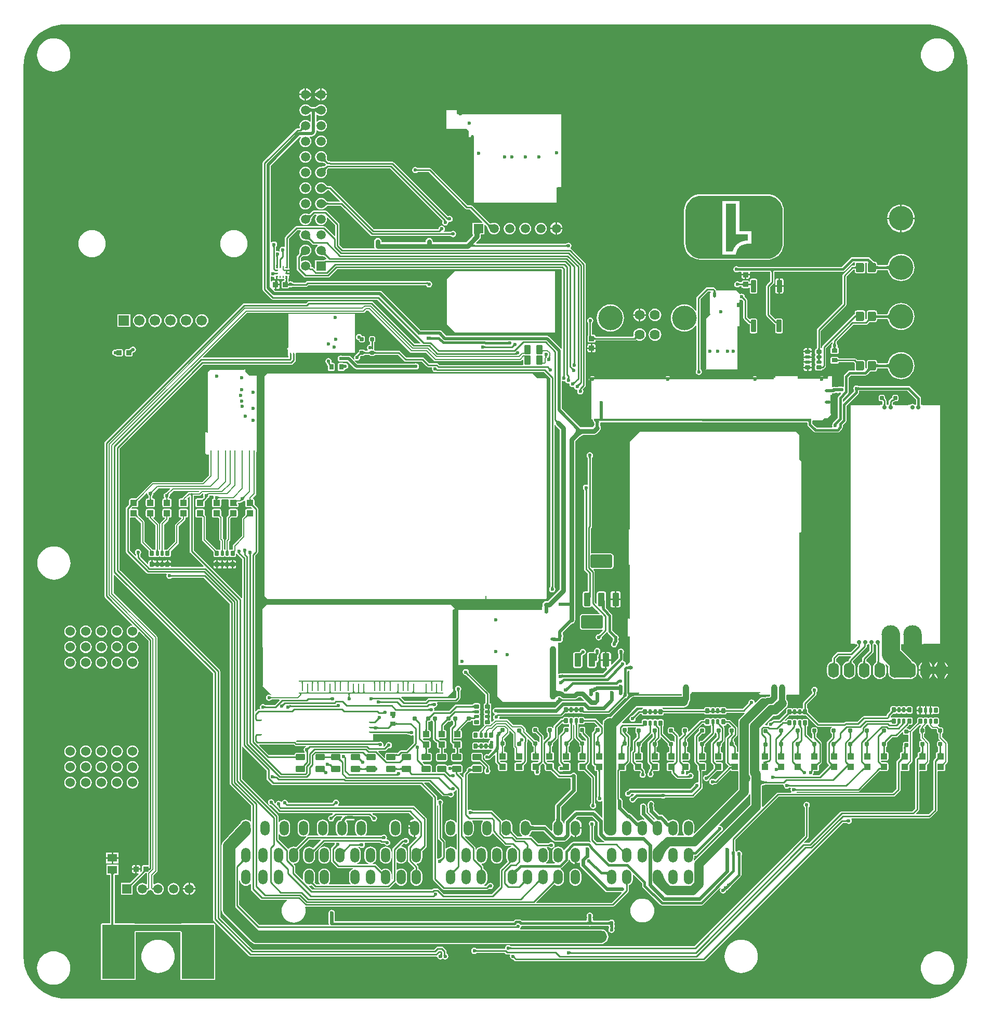
<source format=gtl>
G04*
G04 #@! TF.GenerationSoftware,Altium Limited,Altium Designer,20.2.7 (254)*
G04*
G04 Layer_Physical_Order=1*
G04 Layer_Color=255*
%FSLAX25Y25*%
%MOIN*%
G70*
G04*
G04 #@! TF.SameCoordinates,F98F9565-604B-4D99-A629-EFE6A8A473C1*
G04*
G04*
G04 #@! TF.FilePolarity,Positive*
G04*
G01*
G75*
%ADD10C,0.00984*%
%ADD11C,0.01575*%
%ADD15C,0.01500*%
%ADD17C,0.00787*%
%ADD18C,0.01181*%
G04:AMPARAMS|DCode=24|XSize=43.31mil|YSize=84.65mil|CornerRadius=4.33mil|HoleSize=0mil|Usage=FLASHONLY|Rotation=0.000|XOffset=0mil|YOffset=0mil|HoleType=Round|Shape=RoundedRectangle|*
%AMROUNDEDRECTD24*
21,1,0.04331,0.07598,0,0,0.0*
21,1,0.03465,0.08465,0,0,0.0*
1,1,0.00866,0.01732,-0.03799*
1,1,0.00866,-0.01732,-0.03799*
1,1,0.00866,-0.01732,0.03799*
1,1,0.00866,0.01732,0.03799*
%
%ADD24ROUNDEDRECTD24*%
G04:AMPARAMS|DCode=25|XSize=43.31mil|YSize=84.65mil|CornerRadius=4.33mil|HoleSize=0mil|Usage=FLASHONLY|Rotation=0.000|XOffset=0mil|YOffset=0mil|HoleType=Round|Shape=RoundedRectangle|*
%AMROUNDEDRECTD25*
21,1,0.04331,0.07599,0,0,0.0*
21,1,0.03465,0.08465,0,0,0.0*
1,1,0.00866,0.01732,-0.03799*
1,1,0.00866,-0.01732,-0.03799*
1,1,0.00866,-0.01732,0.03799*
1,1,0.00866,0.01732,0.03799*
%
%ADD25ROUNDEDRECTD25*%
G04:AMPARAMS|DCode=26|XSize=137.8mil|YSize=84.65mil|CornerRadius=8.47mil|HoleSize=0mil|Usage=FLASHONLY|Rotation=0.000|XOffset=0mil|YOffset=0mil|HoleType=Round|Shape=RoundedRectangle|*
%AMROUNDEDRECTD26*
21,1,0.13780,0.06772,0,0,0.0*
21,1,0.12087,0.08465,0,0,0.0*
1,1,0.01693,0.06043,-0.03386*
1,1,0.01693,-0.06043,-0.03386*
1,1,0.01693,-0.06043,0.03386*
1,1,0.01693,0.06043,0.03386*
%
%ADD26ROUNDEDRECTD26*%
G04:AMPARAMS|DCode=27|XSize=25.59mil|YSize=31.5mil|CornerRadius=2.56mil|HoleSize=0mil|Usage=FLASHONLY|Rotation=0.000|XOffset=0mil|YOffset=0mil|HoleType=Round|Shape=RoundedRectangle|*
%AMROUNDEDRECTD27*
21,1,0.02559,0.02638,0,0,0.0*
21,1,0.02047,0.03150,0,0,0.0*
1,1,0.00512,0.01024,-0.01319*
1,1,0.00512,-0.01024,-0.01319*
1,1,0.00512,-0.01024,0.01319*
1,1,0.00512,0.01024,0.01319*
%
%ADD27ROUNDEDRECTD27*%
G04:AMPARAMS|DCode=28|XSize=17.72mil|YSize=31.5mil|CornerRadius=1.77mil|HoleSize=0mil|Usage=FLASHONLY|Rotation=0.000|XOffset=0mil|YOffset=0mil|HoleType=Round|Shape=RoundedRectangle|*
%AMROUNDEDRECTD28*
21,1,0.01772,0.02795,0,0,0.0*
21,1,0.01417,0.03150,0,0,0.0*
1,1,0.00354,0.00709,-0.01398*
1,1,0.00354,-0.00709,-0.01398*
1,1,0.00354,-0.00709,0.01398*
1,1,0.00354,0.00709,0.01398*
%
%ADD28ROUNDEDRECTD28*%
G04:AMPARAMS|DCode=29|XSize=23.62mil|YSize=23.62mil|CornerRadius=2.36mil|HoleSize=0mil|Usage=FLASHONLY|Rotation=270.000|XOffset=0mil|YOffset=0mil|HoleType=Round|Shape=RoundedRectangle|*
%AMROUNDEDRECTD29*
21,1,0.02362,0.01890,0,0,270.0*
21,1,0.01890,0.02362,0,0,270.0*
1,1,0.00472,-0.00945,-0.00945*
1,1,0.00472,-0.00945,0.00945*
1,1,0.00472,0.00945,0.00945*
1,1,0.00472,0.00945,-0.00945*
%
%ADD29ROUNDEDRECTD29*%
G04:AMPARAMS|DCode=30|XSize=39.37mil|YSize=57.09mil|CornerRadius=3.94mil|HoleSize=0mil|Usage=FLASHONLY|Rotation=0.000|XOffset=0mil|YOffset=0mil|HoleType=Round|Shape=RoundedRectangle|*
%AMROUNDEDRECTD30*
21,1,0.03937,0.04921,0,0,0.0*
21,1,0.03150,0.05709,0,0,0.0*
1,1,0.00787,0.01575,-0.02461*
1,1,0.00787,-0.01575,-0.02461*
1,1,0.00787,-0.01575,0.02461*
1,1,0.00787,0.01575,0.02461*
%
%ADD30ROUNDEDRECTD30*%
G04:AMPARAMS|DCode=31|XSize=39.37mil|YSize=43.31mil|CornerRadius=3.94mil|HoleSize=0mil|Usage=FLASHONLY|Rotation=270.000|XOffset=0mil|YOffset=0mil|HoleType=Round|Shape=RoundedRectangle|*
%AMROUNDEDRECTD31*
21,1,0.03937,0.03543,0,0,270.0*
21,1,0.03150,0.04331,0,0,270.0*
1,1,0.00787,-0.01772,-0.01575*
1,1,0.00787,-0.01772,0.01575*
1,1,0.00787,0.01772,0.01575*
1,1,0.00787,0.01772,-0.01575*
%
%ADD31ROUNDEDRECTD31*%
G04:AMPARAMS|DCode=32|XSize=23.62mil|YSize=23.62mil|CornerRadius=2.36mil|HoleSize=0mil|Usage=FLASHONLY|Rotation=180.000|XOffset=0mil|YOffset=0mil|HoleType=Round|Shape=RoundedRectangle|*
%AMROUNDEDRECTD32*
21,1,0.02362,0.01890,0,0,180.0*
21,1,0.01890,0.02362,0,0,180.0*
1,1,0.00472,-0.00945,0.00945*
1,1,0.00472,0.00945,0.00945*
1,1,0.00472,0.00945,-0.00945*
1,1,0.00472,-0.00945,-0.00945*
%
%ADD32ROUNDEDRECTD32*%
G04:AMPARAMS|DCode=33|XSize=27.56mil|YSize=36.22mil|CornerRadius=2.76mil|HoleSize=0mil|Usage=FLASHONLY|Rotation=180.000|XOffset=0mil|YOffset=0mil|HoleType=Round|Shape=RoundedRectangle|*
%AMROUNDEDRECTD33*
21,1,0.02756,0.03071,0,0,180.0*
21,1,0.02205,0.03622,0,0,180.0*
1,1,0.00551,-0.01102,0.01535*
1,1,0.00551,0.01102,0.01535*
1,1,0.00551,0.01102,-0.01535*
1,1,0.00551,-0.01102,-0.01535*
%
%ADD33ROUNDEDRECTD33*%
%ADD34R,0.03740X0.00984*%
%ADD35R,0.00984X1.54528*%
%ADD36R,0.08858X0.00984*%
%ADD37R,0.12205X0.00984*%
%ADD38R,0.19882X0.00984*%
%ADD39R,0.11614X0.00984*%
%ADD40C,0.11811*%
%ADD41R,0.05906X0.05118*%
G04:AMPARAMS|DCode=42|XSize=33.47mil|YSize=33.47mil|CornerRadius=3.35mil|HoleSize=0mil|Usage=FLASHONLY|Rotation=0.000|XOffset=0mil|YOffset=0mil|HoleType=Round|Shape=RoundedRectangle|*
%AMROUNDEDRECTD42*
21,1,0.03347,0.02677,0,0,0.0*
21,1,0.02677,0.03347,0,0,0.0*
1,1,0.00669,0.01339,-0.01339*
1,1,0.00669,-0.01339,-0.01339*
1,1,0.00669,-0.01339,0.01339*
1,1,0.00669,0.01339,0.01339*
%
%ADD42ROUNDEDRECTD42*%
G04:AMPARAMS|DCode=43|XSize=27.56mil|YSize=36.22mil|CornerRadius=2.76mil|HoleSize=0mil|Usage=FLASHONLY|Rotation=270.000|XOffset=0mil|YOffset=0mil|HoleType=Round|Shape=RoundedRectangle|*
%AMROUNDEDRECTD43*
21,1,0.02756,0.03071,0,0,270.0*
21,1,0.02205,0.03622,0,0,270.0*
1,1,0.00551,-0.01535,-0.01102*
1,1,0.00551,-0.01535,0.01102*
1,1,0.00551,0.01535,0.01102*
1,1,0.00551,0.01535,-0.01102*
%
%ADD43ROUNDEDRECTD43*%
%ADD44R,0.01378X0.00984*%
%ADD45R,0.00984X0.01378*%
G04:AMPARAMS|DCode=46|XSize=31.5mil|YSize=78.74mil|CornerRadius=3.15mil|HoleSize=0mil|Usage=FLASHONLY|Rotation=0.000|XOffset=0mil|YOffset=0mil|HoleType=Round|Shape=RoundedRectangle|*
%AMROUNDEDRECTD46*
21,1,0.03150,0.07244,0,0,0.0*
21,1,0.02520,0.07874,0,0,0.0*
1,1,0.00630,0.01260,-0.03622*
1,1,0.00630,-0.01260,-0.03622*
1,1,0.00630,-0.01260,0.03622*
1,1,0.00630,0.01260,0.03622*
%
%ADD46ROUNDEDRECTD46*%
G04:AMPARAMS|DCode=47|XSize=51.18mil|YSize=59.06mil|CornerRadius=5.12mil|HoleSize=0mil|Usage=FLASHONLY|Rotation=0.000|XOffset=0mil|YOffset=0mil|HoleType=Round|Shape=RoundedRectangle|*
%AMROUNDEDRECTD47*
21,1,0.05118,0.04882,0,0,0.0*
21,1,0.04095,0.05906,0,0,0.0*
1,1,0.01024,0.02047,-0.02441*
1,1,0.01024,-0.02047,-0.02441*
1,1,0.01024,-0.02047,0.02441*
1,1,0.01024,0.02047,0.02441*
%
%ADD47ROUNDEDRECTD47*%
%ADD48C,0.15748*%
G04:AMPARAMS|DCode=49|XSize=39.37mil|YSize=57.09mil|CornerRadius=3.94mil|HoleSize=0mil|Usage=FLASHONLY|Rotation=90.000|XOffset=0mil|YOffset=0mil|HoleType=Round|Shape=RoundedRectangle|*
%AMROUNDEDRECTD49*
21,1,0.03937,0.04921,0,0,90.0*
21,1,0.03150,0.05709,0,0,90.0*
1,1,0.00787,0.02461,0.01575*
1,1,0.00787,0.02461,-0.01575*
1,1,0.00787,-0.02461,-0.01575*
1,1,0.00787,-0.02461,0.01575*
%
%ADD49ROUNDEDRECTD49*%
G04:AMPARAMS|DCode=50|XSize=25.59mil|YSize=31.5mil|CornerRadius=2.56mil|HoleSize=0mil|Usage=FLASHONLY|Rotation=270.000|XOffset=0mil|YOffset=0mil|HoleType=Round|Shape=RoundedRectangle|*
%AMROUNDEDRECTD50*
21,1,0.02559,0.02638,0,0,270.0*
21,1,0.02047,0.03150,0,0,270.0*
1,1,0.00512,-0.01319,-0.01024*
1,1,0.00512,-0.01319,0.01024*
1,1,0.00512,0.01319,0.01024*
1,1,0.00512,0.01319,-0.01024*
%
%ADD50ROUNDEDRECTD50*%
G04:AMPARAMS|DCode=51|XSize=17.72mil|YSize=31.5mil|CornerRadius=1.77mil|HoleSize=0mil|Usage=FLASHONLY|Rotation=270.000|XOffset=0mil|YOffset=0mil|HoleType=Round|Shape=RoundedRectangle|*
%AMROUNDEDRECTD51*
21,1,0.01772,0.02795,0,0,270.0*
21,1,0.01417,0.03150,0,0,270.0*
1,1,0.00354,-0.01398,-0.00709*
1,1,0.00354,-0.01398,0.00709*
1,1,0.00354,0.01398,0.00709*
1,1,0.00354,0.01398,-0.00709*
%
%ADD51ROUNDEDRECTD51*%
G04:AMPARAMS|DCode=52|XSize=33.47mil|YSize=33.47mil|CornerRadius=3.35mil|HoleSize=0mil|Usage=FLASHONLY|Rotation=90.000|XOffset=0mil|YOffset=0mil|HoleType=Round|Shape=RoundedRectangle|*
%AMROUNDEDRECTD52*
21,1,0.03347,0.02677,0,0,90.0*
21,1,0.02677,0.03347,0,0,90.0*
1,1,0.00669,0.01339,0.01339*
1,1,0.00669,0.01339,-0.01339*
1,1,0.00669,-0.01339,-0.01339*
1,1,0.00669,-0.01339,0.01339*
%
%ADD52ROUNDEDRECTD52*%
%ADD103C,0.06693*%
%ADD104R,0.06693X0.06693*%
%ADD106C,0.02362*%
G04:AMPARAMS|DCode=107|XSize=7.87mil|YSize=511.81mil|CornerRadius=3.94mil|HoleSize=0mil|Usage=FLASHONLY|Rotation=180.000|XOffset=0mil|YOffset=0mil|HoleType=Round|Shape=RoundedRectangle|*
%AMROUNDEDRECTD107*
21,1,0.00787,0.50394,0,0,180.0*
21,1,0.00000,0.51181,0,0,180.0*
1,1,0.00787,0.00000,0.25197*
1,1,0.00787,0.00000,0.25197*
1,1,0.00787,0.00000,-0.25197*
1,1,0.00787,0.00000,-0.25197*
%
%ADD107ROUNDEDRECTD107*%
G04:AMPARAMS|DCode=108|XSize=9.84mil|YSize=929.13mil|CornerRadius=4.92mil|HoleSize=0mil|Usage=FLASHONLY|Rotation=270.000|XOffset=0mil|YOffset=0mil|HoleType=Round|Shape=RoundedRectangle|*
%AMROUNDEDRECTD108*
21,1,0.00984,0.91929,0,0,270.0*
21,1,0.00000,0.92913,0,0,270.0*
1,1,0.00984,-0.45965,0.00000*
1,1,0.00984,-0.45965,0.00000*
1,1,0.00984,0.45965,0.00000*
1,1,0.00984,0.45965,0.00000*
%
%ADD108ROUNDEDRECTD108*%
G04:AMPARAMS|DCode=109|XSize=7.87mil|YSize=49.21mil|CornerRadius=3.94mil|HoleSize=0mil|Usage=FLASHONLY|Rotation=0.000|XOffset=0mil|YOffset=0mil|HoleType=Round|Shape=RoundedRectangle|*
%AMROUNDEDRECTD109*
21,1,0.00787,0.04134,0,0,0.0*
21,1,0.00000,0.04921,0,0,0.0*
1,1,0.00787,0.00000,-0.02067*
1,1,0.00787,0.00000,-0.02067*
1,1,0.00787,0.00000,0.02067*
1,1,0.00787,0.00000,0.02067*
%
%ADD109ROUNDEDRECTD109*%
G04:AMPARAMS|DCode=110|XSize=9.84mil|YSize=27.56mil|CornerRadius=4.92mil|HoleSize=0mil|Usage=FLASHONLY|Rotation=180.000|XOffset=0mil|YOffset=0mil|HoleType=Round|Shape=RoundedRectangle|*
%AMROUNDEDRECTD110*
21,1,0.00984,0.01772,0,0,180.0*
21,1,0.00000,0.02756,0,0,180.0*
1,1,0.00984,0.00000,0.00886*
1,1,0.00984,0.00000,0.00886*
1,1,0.00984,0.00000,-0.00886*
1,1,0.00984,0.00000,-0.00886*
%
%ADD110ROUNDEDRECTD110*%
G04:AMPARAMS|DCode=111|XSize=7.87mil|YSize=1424.8mil|CornerRadius=3.94mil|HoleSize=0mil|Usage=FLASHONLY|Rotation=180.000|XOffset=0mil|YOffset=0mil|HoleType=Round|Shape=RoundedRectangle|*
%AMROUNDEDRECTD111*
21,1,0.00787,1.41693,0,0,180.0*
21,1,0.00000,1.42480,0,0,180.0*
1,1,0.00787,0.00000,0.70847*
1,1,0.00787,0.00000,0.70847*
1,1,0.00787,0.00000,-0.70847*
1,1,0.00787,0.00000,-0.70847*
%
%ADD111ROUNDEDRECTD111*%
G04:AMPARAMS|DCode=112|XSize=7.87mil|YSize=1795.28mil|CornerRadius=3.94mil|HoleSize=0mil|Usage=FLASHONLY|Rotation=270.000|XOffset=0mil|YOffset=0mil|HoleType=Round|Shape=RoundedRectangle|*
%AMROUNDEDRECTD112*
21,1,0.00787,1.78740,0,0,270.0*
21,1,0.00000,1.79528,0,0,270.0*
1,1,0.00787,-0.89370,0.00000*
1,1,0.00787,-0.89370,0.00000*
1,1,0.00787,0.89370,0.00000*
1,1,0.00787,0.89370,0.00000*
%
%ADD112ROUNDEDRECTD112*%
G04:AMPARAMS|DCode=113|XSize=7.87mil|YSize=1413.39mil|CornerRadius=3.94mil|HoleSize=0mil|Usage=FLASHONLY|Rotation=180.000|XOffset=0mil|YOffset=0mil|HoleType=Round|Shape=RoundedRectangle|*
%AMROUNDEDRECTD113*
21,1,0.00787,1.40551,0,0,180.0*
21,1,0.00000,1.41339,0,0,180.0*
1,1,0.00787,0.00000,0.70276*
1,1,0.00787,0.00000,0.70276*
1,1,0.00787,0.00000,-0.70276*
1,1,0.00787,0.00000,-0.70276*
%
%ADD113ROUNDEDRECTD113*%
G04:AMPARAMS|DCode=114|XSize=7.87mil|YSize=1712.6mil|CornerRadius=3.94mil|HoleSize=0mil|Usage=FLASHONLY|Rotation=270.000|XOffset=0mil|YOffset=0mil|HoleType=Round|Shape=RoundedRectangle|*
%AMROUNDEDRECTD114*
21,1,0.00787,1.70472,0,0,270.0*
21,1,0.00000,1.71260,0,0,270.0*
1,1,0.00787,-0.85236,0.00000*
1,1,0.00787,-0.85236,0.00000*
1,1,0.00787,0.85236,0.00000*
1,1,0.00787,0.85236,0.00000*
%
%ADD114ROUNDEDRECTD114*%
G04:AMPARAMS|DCode=115|XSize=7.87mil|YSize=31.5mil|CornerRadius=3.94mil|HoleSize=0mil|Usage=FLASHONLY|Rotation=315.000|XOffset=0mil|YOffset=0mil|HoleType=Round|Shape=RoundedRectangle|*
%AMROUNDEDRECTD115*
21,1,0.00787,0.02362,0,0,315.0*
21,1,0.00000,0.03150,0,0,315.0*
1,1,0.00787,-0.00835,-0.00835*
1,1,0.00787,-0.00835,-0.00835*
1,1,0.00787,0.00835,0.00835*
1,1,0.00787,0.00835,0.00835*
%
%ADD115ROUNDEDRECTD115*%
G04:AMPARAMS|DCode=116|XSize=7.87mil|YSize=62.99mil|CornerRadius=3.94mil|HoleSize=0mil|Usage=FLASHONLY|Rotation=270.000|XOffset=0mil|YOffset=0mil|HoleType=Round|Shape=RoundedRectangle|*
%AMROUNDEDRECTD116*
21,1,0.00787,0.05512,0,0,270.0*
21,1,0.00000,0.06299,0,0,270.0*
1,1,0.00787,-0.02756,0.00000*
1,1,0.00787,-0.02756,0.00000*
1,1,0.00787,0.02756,0.00000*
1,1,0.00787,0.02756,0.00000*
%
%ADD116ROUNDEDRECTD116*%
G04:AMPARAMS|DCode=117|XSize=7.87mil|YSize=47.24mil|CornerRadius=3.94mil|HoleSize=0mil|Usage=FLASHONLY|Rotation=45.000|XOffset=0mil|YOffset=0mil|HoleType=Round|Shape=RoundedRectangle|*
%AMROUNDEDRECTD117*
21,1,0.00787,0.03937,0,0,45.0*
21,1,0.00000,0.04724,0,0,45.0*
1,1,0.00787,0.01392,-0.01392*
1,1,0.00787,0.01392,-0.01392*
1,1,0.00787,-0.01392,0.01392*
1,1,0.00787,-0.01392,0.01392*
%
%ADD117ROUNDEDRECTD117*%
G04:AMPARAMS|DCode=118|XSize=7.87mil|YSize=21.65mil|CornerRadius=3.94mil|HoleSize=0mil|Usage=FLASHONLY|Rotation=45.000|XOffset=0mil|YOffset=0mil|HoleType=Round|Shape=RoundedRectangle|*
%AMROUNDEDRECTD118*
21,1,0.00787,0.01378,0,0,45.0*
21,1,0.00000,0.02165,0,0,45.0*
1,1,0.00787,0.00487,-0.00487*
1,1,0.00787,0.00487,-0.00487*
1,1,0.00787,-0.00487,0.00487*
1,1,0.00787,-0.00487,0.00487*
%
%ADD118ROUNDEDRECTD118*%
G04:AMPARAMS|DCode=119|XSize=7.87mil|YSize=22.84mil|CornerRadius=3.94mil|HoleSize=0mil|Usage=FLASHONLY|Rotation=135.000|XOffset=0mil|YOffset=0mil|HoleType=Round|Shape=RoundedRectangle|*
%AMROUNDEDRECTD119*
21,1,0.00787,0.01496,0,0,135.0*
21,1,0.00000,0.02284,0,0,135.0*
1,1,0.00787,0.00529,0.00529*
1,1,0.00787,0.00529,0.00529*
1,1,0.00787,-0.00529,-0.00529*
1,1,0.00787,-0.00529,-0.00529*
%
%ADD119ROUNDEDRECTD119*%
G04:AMPARAMS|DCode=120|XSize=7.87mil|YSize=37.01mil|CornerRadius=3.94mil|HoleSize=0mil|Usage=FLASHONLY|Rotation=225.000|XOffset=0mil|YOffset=0mil|HoleType=Round|Shape=RoundedRectangle|*
%AMROUNDEDRECTD120*
21,1,0.00787,0.02913,0,0,225.0*
21,1,0.00000,0.03701,0,0,225.0*
1,1,0.00787,-0.01030,0.01030*
1,1,0.00787,-0.01030,0.01030*
1,1,0.00787,0.01030,-0.01030*
1,1,0.00787,0.01030,-0.01030*
%
%ADD120ROUNDEDRECTD120*%
%ADD121O,0.03937X0.34429*%
%ADD122O,0.54331X0.00787*%
%ADD123O,0.00787X0.36221*%
%ADD124O,0.03937X0.01968*%
%ADD125O,0.00787X0.01968*%
%ADD126O,0.25591X0.00787*%
%ADD127O,0.01575X0.21260*%
%ADD128O,0.35433X0.01575*%
G04:AMPARAMS|DCode=129|XSize=15.75mil|YSize=62.99mil|CornerRadius=0mil|HoleSize=0mil|Usage=FLASHONLY|Rotation=45.000|XOffset=0mil|YOffset=0mil|HoleType=Round|Shape=Round|*
%AMOVALD129*
21,1,0.04724,0.01575,0.00000,0.00000,135.0*
1,1,0.01575,0.01670,-0.01670*
1,1,0.01575,-0.01670,0.01670*
%
%ADD129OVALD129*%

G04:AMPARAMS|DCode=130|XSize=7.87mil|YSize=651.58mil|CornerRadius=3.94mil|HoleSize=0mil|Usage=FLASHONLY|Rotation=270.000|XOffset=0mil|YOffset=0mil|HoleType=Round|Shape=RoundedRectangle|*
%AMROUNDEDRECTD130*
21,1,0.00787,0.64370,0,0,270.0*
21,1,0.00000,0.65158,0,0,270.0*
1,1,0.00787,-0.32185,0.00000*
1,1,0.00787,-0.32185,0.00000*
1,1,0.00787,0.32185,0.00000*
1,1,0.00787,0.32185,0.00000*
%
%ADD130ROUNDEDRECTD130*%
G04:AMPARAMS|DCode=131|XSize=7.87mil|YSize=86.22mil|CornerRadius=3.94mil|HoleSize=0mil|Usage=FLASHONLY|Rotation=135.000|XOffset=0mil|YOffset=0mil|HoleType=Round|Shape=RoundedRectangle|*
%AMROUNDEDRECTD131*
21,1,0.00787,0.07835,0,0,135.0*
21,1,0.00000,0.08622,0,0,135.0*
1,1,0.00787,0.02770,0.02770*
1,1,0.00787,0.02770,0.02770*
1,1,0.00787,-0.02770,-0.02770*
1,1,0.00787,-0.02770,-0.02770*
%
%ADD131ROUNDEDRECTD131*%
G04:AMPARAMS|DCode=132|XSize=7.87mil|YSize=294.88mil|CornerRadius=3.94mil|HoleSize=0mil|Usage=FLASHONLY|Rotation=180.000|XOffset=0mil|YOffset=0mil|HoleType=Round|Shape=RoundedRectangle|*
%AMROUNDEDRECTD132*
21,1,0.00787,0.28701,0,0,180.0*
21,1,0.00000,0.29488,0,0,180.0*
1,1,0.00787,0.00000,0.14350*
1,1,0.00787,0.00000,0.14350*
1,1,0.00787,0.00000,-0.14350*
1,1,0.00787,0.00000,-0.14350*
%
%ADD132ROUNDEDRECTD132*%
G04:AMPARAMS|DCode=133|XSize=7.87mil|YSize=88.19mil|CornerRadius=3.94mil|HoleSize=0mil|Usage=FLASHONLY|Rotation=225.000|XOffset=0mil|YOffset=0mil|HoleType=Round|Shape=RoundedRectangle|*
%AMROUNDEDRECTD133*
21,1,0.00787,0.08032,0,0,225.0*
21,1,0.00000,0.08819,0,0,225.0*
1,1,0.00787,-0.02840,0.02840*
1,1,0.00787,-0.02840,0.02840*
1,1,0.00787,0.02840,-0.02840*
1,1,0.00787,0.02840,-0.02840*
%
%ADD133ROUNDEDRECTD133*%
G04:AMPARAMS|DCode=134|XSize=7.87mil|YSize=408.27mil|CornerRadius=3.94mil|HoleSize=0mil|Usage=FLASHONLY|Rotation=0.000|XOffset=0mil|YOffset=0mil|HoleType=Round|Shape=RoundedRectangle|*
%AMROUNDEDRECTD134*
21,1,0.00787,0.40039,0,0,0.0*
21,1,0.00000,0.40827,0,0,0.0*
1,1,0.00787,0.00000,-0.20020*
1,1,0.00787,0.00000,-0.20020*
1,1,0.00787,0.00000,0.20020*
1,1,0.00787,0.00000,0.20020*
%
%ADD134ROUNDEDRECTD134*%
G04:AMPARAMS|DCode=135|XSize=7.87mil|YSize=648.03mil|CornerRadius=3.94mil|HoleSize=0mil|Usage=FLASHONLY|Rotation=270.000|XOffset=0mil|YOffset=0mil|HoleType=Round|Shape=RoundedRectangle|*
%AMROUNDEDRECTD135*
21,1,0.00787,0.64016,0,0,270.0*
21,1,0.00000,0.64803,0,0,270.0*
1,1,0.00787,-0.32008,0.00000*
1,1,0.00787,-0.32008,0.00000*
1,1,0.00787,0.32008,0.00000*
1,1,0.00787,0.32008,0.00000*
%
%ADD135ROUNDEDRECTD135*%
%ADD136O,0.68504X0.01575*%
%ADD137O,0.01968X0.50000*%
%ADD138O,0.56890X0.01968*%
%ADD139O,0.01968X0.44882*%
%ADD140O,0.01968X0.11811*%
%ADD141O,0.04724X0.01968*%
%ADD142O,0.01968X0.00984*%
%ADD143O,0.00984X0.01968*%
%ADD144O,0.43701X0.00787*%
%ADD145O,0.00787X0.26772*%
%ADD146O,0.38583X0.01575*%
%ADD147O,0.00787X0.22323*%
G04:AMPARAMS|DCode=148|XSize=7.87mil|YSize=47.24mil|CornerRadius=0mil|HoleSize=0mil|Usage=FLASHONLY|Rotation=315.000|XOffset=0mil|YOffset=0mil|HoleType=Round|Shape=Round|*
%AMOVALD148*
21,1,0.03937,0.00787,0.00000,0.00000,45.0*
1,1,0.00787,-0.01392,-0.01392*
1,1,0.00787,0.01392,0.01392*
%
%ADD148OVALD148*%

%ADD149O,0.00787X0.33071*%
%ADD150O,0.20669X0.00787*%
%ADD151O,0.01968X0.03937*%
%ADD152O,0.00787X0.02756*%
%ADD153O,0.00984X0.01968*%
%ADD154O,0.00787X0.28543*%
G04:AMPARAMS|DCode=155|XSize=7.87mil|YSize=11.81mil|CornerRadius=0mil|HoleSize=0mil|Usage=FLASHONLY|Rotation=45.000|XOffset=0mil|YOffset=0mil|HoleType=Round|Shape=Round|*
%AMOVALD155*
21,1,0.00394,0.00787,0.00000,0.00000,135.0*
1,1,0.00787,0.00139,-0.00139*
1,1,0.00787,-0.00139,0.00139*
%
%ADD155OVALD155*%

%ADD156O,0.00787X0.14173*%
%ADD157O,0.06693X0.00787*%
G04:AMPARAMS|DCode=158|XSize=95.67mil|YSize=7.87mil|CornerRadius=0mil|HoleSize=0mil|Usage=FLASHONLY|Rotation=45.000|XOffset=0mil|YOffset=0mil|HoleType=Round|Shape=Round|*
%AMOVALD158*
21,1,0.08780,0.00787,0.00000,0.00000,45.0*
1,1,0.00787,-0.03104,-0.03104*
1,1,0.00787,0.03104,0.03104*
%
%ADD158OVALD158*%

%ADD159O,1.01181X0.00787*%
%ADD160O,0.00787X0.56693*%
%ADD161O,0.00787X0.34744*%
%ADD162O,0.00787X0.16732*%
%ADD163O,0.00787X1.01772*%
%ADD164O,0.44587X0.00787*%
%ADD165O,0.03937X0.05906*%
G04:AMPARAMS|DCode=166|XSize=39.37mil|YSize=7.87mil|CornerRadius=0mil|HoleSize=0mil|Usage=FLASHONLY|Rotation=315.000|XOffset=0mil|YOffset=0mil|HoleType=Round|Shape=Round|*
%AMOVALD166*
21,1,0.03150,0.00787,0.00000,0.00000,315.0*
1,1,0.00787,-0.01114,0.01114*
1,1,0.00787,0.01114,-0.01114*
%
%ADD166OVALD166*%

%ADD167O,0.00787X0.16339*%
%ADD168O,0.03150X0.02362*%
%ADD169O,0.00787X0.12205*%
%ADD170O,1.18110X0.01575*%
%ADD171O,1.39370X0.01575*%
%ADD172O,0.01575X0.28347*%
%ADD173O,0.19685X0.01575*%
%ADD174O,0.00787X0.01575*%
%ADD175O,0.00984X0.40158*%
%ADD176O,0.22835X0.00984*%
G04:AMPARAMS|DCode=177|XSize=25.59mil|YSize=9.84mil|CornerRadius=0mil|HoleSize=0mil|Usage=FLASHONLY|Rotation=45.000|XOffset=0mil|YOffset=0mil|HoleType=Round|Shape=Round|*
%AMOVALD177*
21,1,0.01575,0.00984,0.00000,0.00000,45.0*
1,1,0.00984,-0.00557,-0.00557*
1,1,0.00984,0.00557,0.00557*
%
%ADD177OVALD177*%

%ADD178R,0.01968X0.01968*%
%ADD179C,0.03150*%
%ADD180C,0.05906*%
%ADD181C,0.03937*%
%ADD182C,0.07874*%
%ADD183C,0.11811*%
%ADD184C,0.09449*%
%ADD185C,0.01968*%
%ADD186R,0.09843X0.09843*%
%ADD187C,0.05906*%
%ADD188R,0.05906X0.05906*%
%ADD189O,0.06890X0.09843*%
%ADD190C,0.02756*%
%ADD191C,0.02362*%
%ADD192C,0.06000*%
%ADD193O,0.05906X0.09449*%
%ADD194C,0.06400*%
%ADD195R,0.05906X0.05906*%
G36*
X581781Y625413D02*
X584783Y624902D01*
X587710Y624059D01*
X590524Y622894D01*
X593189Y621421D01*
X595673Y619658D01*
X597944Y617629D01*
X599973Y615358D01*
X601736Y612874D01*
X603209Y610209D01*
X604374Y607395D01*
X605217Y604468D01*
X605727Y601466D01*
X605895Y598479D01*
X605873Y598425D01*
Y27559D01*
X605895Y27505D01*
X605727Y24518D01*
X605217Y21516D01*
X604374Y18589D01*
X603209Y15776D01*
X601736Y13110D01*
X599973Y10626D01*
X597944Y8355D01*
X595673Y6326D01*
X593189Y4564D01*
X590524Y3091D01*
X587710Y1925D01*
X584783Y1082D01*
X581781Y572D01*
X578794Y404D01*
X578740Y426D01*
X27559D01*
X27505Y404D01*
X24518Y572D01*
X21516Y1082D01*
X18589Y1925D01*
X15776Y3091D01*
X13110Y4564D01*
X10626Y6326D01*
X8355Y8355D01*
X6326Y10626D01*
X4564Y13110D01*
X3091Y15776D01*
X1925Y18589D01*
X1082Y21516D01*
X572Y24518D01*
X404Y27505D01*
X426Y27559D01*
Y598425D01*
X404Y598479D01*
X572Y601466D01*
X1082Y604468D01*
X1925Y607395D01*
X3091Y610209D01*
X4564Y612874D01*
X6326Y615358D01*
X8355Y617629D01*
X10626Y619658D01*
X13110Y621421D01*
X15776Y622894D01*
X18589Y624059D01*
X21516Y624902D01*
X24518Y625413D01*
X27505Y625580D01*
X27559Y625558D01*
X578740D01*
X578794Y625580D01*
X581781Y625413D01*
D02*
G37*
%LPC*%
G36*
X586614Y616568D02*
X584946Y616437D01*
X583319Y616046D01*
X581773Y615406D01*
X580347Y614532D01*
X579074Y613445D01*
X577988Y612173D01*
X577114Y610746D01*
X576473Y609200D01*
X576083Y607574D01*
X575951Y605905D01*
X576083Y604238D01*
X576473Y602610D01*
X577114Y601065D01*
X577988Y599638D01*
X579074Y598366D01*
X580347Y597279D01*
X581773Y596405D01*
X583319Y595765D01*
X584946Y595374D01*
X586614Y595243D01*
X588282Y595374D01*
X589909Y595765D01*
X591455Y596405D01*
X592882Y597279D01*
X594154Y598366D01*
X595240Y599638D01*
X596115Y601065D01*
X596755Y602610D01*
X597146Y604238D01*
X597277Y605905D01*
X597146Y607574D01*
X596755Y609200D01*
X596115Y610746D01*
X595240Y612173D01*
X594154Y613445D01*
X592882Y614532D01*
X591455Y615406D01*
X589909Y616046D01*
X588282Y616437D01*
X586614Y616568D01*
D02*
G37*
G36*
X19685D02*
X18017Y616437D01*
X16390Y616046D01*
X14844Y615406D01*
X13418Y614532D01*
X12145Y613445D01*
X11059Y612173D01*
X10184Y610746D01*
X9544Y609200D01*
X9154Y607574D01*
X9022Y605905D01*
X9154Y604238D01*
X9544Y602610D01*
X10184Y601065D01*
X11059Y599638D01*
X12145Y598366D01*
X13418Y597279D01*
X14844Y596405D01*
X16390Y595765D01*
X18017Y595374D01*
X19685Y595243D01*
X21353Y595374D01*
X22980Y595765D01*
X24526Y596405D01*
X25953Y597279D01*
X27225Y598366D01*
X28311Y599638D01*
X29186Y601065D01*
X29826Y602610D01*
X30217Y604238D01*
X30348Y605905D01*
X30217Y607574D01*
X29826Y609200D01*
X29186Y610746D01*
X28311Y612173D01*
X27225Y613445D01*
X25953Y614532D01*
X24526Y615406D01*
X22980Y616046D01*
X21353Y616437D01*
X19685Y616568D01*
D02*
G37*
G36*
X181642Y584394D02*
Y580972D01*
X183250D01*
Y582539D01*
X183501Y582296D01*
X183752Y582079D01*
X184003Y581887D01*
X184254Y581720D01*
X184505Y581580D01*
X184756Y581465D01*
X185006Y581375D01*
X185010Y581374D01*
X184993Y581504D01*
X184595Y582466D01*
X183961Y583292D01*
X183135Y583925D01*
X182174Y584323D01*
X181642Y584394D01*
D02*
G37*
G36*
X191642D02*
Y580972D01*
X195063D01*
X194993Y581504D01*
X194595Y582466D01*
X193961Y583292D01*
X193135Y583925D01*
X192174Y584323D01*
X191642Y584394D01*
D02*
G37*
G36*
X190642D02*
X190110Y584323D01*
X189148Y583925D01*
X188323Y583292D01*
X187689Y582466D01*
X187291Y581504D01*
X187274Y581374D01*
X187277Y581375D01*
X187528Y581465D01*
X187779Y581580D01*
X188030Y581720D01*
X188280Y581887D01*
X188531Y582079D01*
X188782Y582296D01*
X189033Y582539D01*
Y580972D01*
X190642D01*
Y584394D01*
D02*
G37*
G36*
X180642D02*
X180110Y584323D01*
X179148Y583925D01*
X178323Y583292D01*
X177689Y582466D01*
X177291Y581504D01*
X177221Y580972D01*
X180642D01*
Y584394D01*
D02*
G37*
G36*
X190642Y579973D02*
X189033D01*
Y578406D01*
X188782Y578649D01*
X188531Y578866D01*
X188280Y579058D01*
X188030Y579224D01*
X187779Y579365D01*
X187528Y579480D01*
X187277Y579570D01*
X187274Y579571D01*
X187291Y579441D01*
X187689Y578479D01*
X188323Y577653D01*
X189148Y577020D01*
X190110Y576621D01*
X190642Y576551D01*
Y579973D01*
D02*
G37*
G36*
X180642D02*
X177221D01*
X177291Y579441D01*
X177689Y578479D01*
X178323Y577653D01*
X179148Y577020D01*
X180110Y576621D01*
X180642Y576551D01*
Y579973D01*
D02*
G37*
G36*
X195063D02*
X191642D01*
Y576551D01*
X192174Y576621D01*
X193135Y577020D01*
X193961Y577653D01*
X194595Y578479D01*
X194993Y579441D01*
X195063Y579973D01*
D02*
G37*
G36*
X183250D02*
X181642D01*
Y576551D01*
X182174Y576621D01*
X183135Y577020D01*
X183961Y577653D01*
X184595Y578479D01*
X184993Y579441D01*
X185010Y579571D01*
X185006Y579570D01*
X184756Y579480D01*
X184505Y579365D01*
X184254Y579224D01*
X184003Y579058D01*
X183752Y578866D01*
X183501Y578649D01*
X183250Y578406D01*
Y579973D01*
D02*
G37*
G36*
X191142Y574245D02*
X190165Y574116D01*
X189255Y573739D01*
X188474Y573140D01*
X188433Y573086D01*
X188364Y573024D01*
X188178Y572879D01*
X187992Y572754D01*
X187805Y572647D01*
X187617Y572558D01*
X187427Y572486D01*
X187234Y572431D01*
X187036Y572391D01*
X186922Y572377D01*
X185361D01*
X185247Y572391D01*
X185050Y572431D01*
X184856Y572486D01*
X184666Y572558D01*
X184478Y572647D01*
X184291Y572754D01*
X184105Y572879D01*
X183920Y573024D01*
X183851Y573086D01*
X183809Y573140D01*
X183028Y573739D01*
X182118Y574116D01*
X181142Y574245D01*
X180165Y574116D01*
X179255Y573739D01*
X178474Y573140D01*
X177875Y572359D01*
X177498Y571449D01*
X177369Y570472D01*
X177498Y569496D01*
X177875Y568586D01*
X178474Y567805D01*
X179255Y567205D01*
X180165Y566829D01*
X181142Y566700D01*
X182118Y566829D01*
X183028Y567205D01*
X183809Y567805D01*
X183901Y567925D01*
X184012Y568038D01*
X184242Y567997D01*
X184512Y567821D01*
Y563045D01*
X184012Y562875D01*
X183809Y563140D01*
X183028Y563739D01*
X182118Y564116D01*
X181142Y564245D01*
X180165Y564116D01*
X179255Y563739D01*
X178474Y563140D01*
X177875Y562359D01*
X177498Y561449D01*
X177369Y560472D01*
X177461Y559775D01*
X177460Y559735D01*
X177491Y559549D01*
X177492Y559539D01*
X177503Y559397D01*
X177501Y559263D01*
X177487Y559140D01*
X177461Y559026D01*
X177424Y558918D01*
X177408Y558883D01*
X176129D01*
X175630Y558784D01*
X175207Y558501D01*
X154097Y537392D01*
X153814Y536968D01*
X153715Y536469D01*
Y455558D01*
X153814Y455059D01*
X154097Y454636D01*
X159483Y449250D01*
X159906Y448967D01*
X160405Y448868D01*
X227402D01*
X255015Y421255D01*
X254824Y420793D01*
X251194D01*
X224510Y447478D01*
X224086Y447760D01*
X223587Y447860D01*
X183395D01*
X182896Y447760D01*
X182473Y447478D01*
X181551Y446556D01*
X141900D01*
X141401Y446457D01*
X140978Y446174D01*
X52589Y357786D01*
X52306Y357362D01*
X52207Y356863D01*
Y258800D01*
X52306Y258301D01*
X52589Y257878D01*
X70211Y240256D01*
X70032Y239728D01*
X69326Y239635D01*
X68405Y239253D01*
X67614Y238646D01*
X67007Y237855D01*
X66625Y236934D01*
X66495Y235945D01*
X66625Y234956D01*
X67007Y234035D01*
X67614Y233244D01*
X68405Y232637D01*
X69326Y232255D01*
X70315Y232125D01*
X71304Y232255D01*
X72225Y232637D01*
X73016Y233244D01*
X73623Y234035D01*
X74005Y234956D01*
X74098Y235662D01*
X74626Y235841D01*
X80447Y230020D01*
Y86300D01*
X80138Y86046D01*
X77461D01*
X77023Y85958D01*
X76652Y85711D01*
X76404Y85339D01*
X76317Y84902D01*
Y82445D01*
X76126Y82223D01*
X75704Y81801D01*
X75243Y82047D01*
X75278Y82224D01*
Y83063D01*
X73079D01*
Y80864D01*
X73917D01*
X74095Y80899D01*
X74341Y80438D01*
X68803Y74900D01*
X68638Y74746D01*
X68506Y74640D01*
X68458Y74606D01*
X62874D01*
Y67126D01*
X70354D01*
Y72710D01*
X70382Y72749D01*
X70607Y73014D01*
X78430Y80837D01*
X78509Y80906D01*
X78633Y81004D01*
X78737Y81075D01*
X78745Y81080D01*
X79098D01*
X79516Y80618D01*
X79516Y80618D01*
Y73984D01*
X79016Y73737D01*
X78500Y74133D01*
X77591Y74510D01*
X76614Y74639D01*
X75638Y74510D01*
X74728Y74133D01*
X73947Y73534D01*
X73347Y72752D01*
X72970Y71842D01*
X72842Y70866D01*
X72970Y69890D01*
X73347Y68980D01*
X73947Y68199D01*
X74728Y67599D01*
X75638Y67222D01*
X76614Y67094D01*
X77591Y67222D01*
X78500Y67599D01*
X79282Y68199D01*
X79881Y68980D01*
X80163Y69660D01*
X80183Y69662D01*
X80305D01*
X80305Y69662D01*
X80766Y69754D01*
X81157Y70015D01*
X81273Y70130D01*
X81614Y70397D01*
X81956Y70130D01*
X82072Y70015D01*
X82072Y70015D01*
X82462Y69754D01*
X82923Y69662D01*
X83045D01*
X83066Y69660D01*
X83347Y68980D01*
X83947Y68199D01*
X84728Y67599D01*
X85638Y67222D01*
X86614Y67094D01*
X87590Y67222D01*
X88500Y67599D01*
X89282Y68199D01*
X89881Y68980D01*
X90258Y69890D01*
X90387Y70866D01*
X90258Y71842D01*
X89881Y72752D01*
X89282Y73534D01*
X88500Y74133D01*
X87590Y74510D01*
X86614Y74639D01*
X85638Y74510D01*
X84728Y74133D01*
X84212Y73737D01*
X83712Y73984D01*
Y79379D01*
X86064Y81731D01*
X86064Y81731D01*
X86325Y82121D01*
X86417Y82582D01*
X86417Y82582D01*
Y231994D01*
X86417Y231994D01*
X86325Y232454D01*
X86064Y232845D01*
X86064Y232845D01*
X58177Y260733D01*
Y272149D01*
X58639Y272340D01*
X121908Y209071D01*
Y51397D01*
X122007Y50898D01*
X122290Y50475D01*
X145061Y27704D01*
X145484Y27421D01*
X145983Y27322D01*
X264979D01*
X265229Y27371D01*
X265710Y27150D01*
X265805Y27038D01*
X265854Y26791D01*
X266289Y26140D01*
X266941Y25705D01*
X267709Y25552D01*
X268477Y25705D01*
X269128Y26140D01*
X269439D01*
X270090Y25705D01*
X270858Y25552D01*
X271626Y25705D01*
X272277Y26140D01*
X272713Y26791D01*
X272865Y27559D01*
X272713Y28327D01*
X272277Y28978D01*
X271626Y29414D01*
X271580Y29423D01*
Y30842D01*
X271481Y31341D01*
X271198Y31764D01*
X269517Y33446D01*
X269094Y33728D01*
X268594Y33828D01*
X266070D01*
X265571Y33728D01*
X265148Y33446D01*
X263617Y31915D01*
X147346D01*
X126502Y52759D01*
Y210433D01*
X126402Y210932D01*
X126119Y211355D01*
X61935Y275540D01*
Y353397D01*
X115592Y407054D01*
X172021D01*
X172520Y407153D01*
X172943Y407436D01*
X174615Y409108D01*
X174898Y409531D01*
X174997Y410030D01*
Y413327D01*
X175005Y413366D01*
Y414168D01*
X175513Y414676D01*
X212923D01*
Y439725D01*
X170305D01*
Y418362D01*
X169270Y417327D01*
X170068Y416528D01*
Y412739D01*
X170420D01*
Y411631D01*
X115530D01*
X115339Y412093D01*
X143597Y440351D01*
X218333D01*
X218333Y440351D01*
X218793Y440443D01*
X219184Y440704D01*
X220387Y441906D01*
X221639D01*
X248369Y415176D01*
X248760Y414915D01*
X249221Y414823D01*
X249221Y414823D01*
X258513D01*
X263672Y409664D01*
X263672Y409664D01*
X264062Y409403D01*
X264523Y409311D01*
X264523Y409311D01*
X318839D01*
X318839Y409311D01*
X319300Y409403D01*
X319691Y409664D01*
X320479Y410453D01*
X320941Y410261D01*
Y407677D01*
X320994Y407415D01*
X320679Y406915D01*
X267209D01*
X266312Y407812D01*
X265889Y408095D01*
X265389Y408194D01*
X260481D01*
X257331Y411344D01*
X256908Y411627D01*
X256409Y411726D01*
X246078D01*
X242019Y415785D01*
X241596Y416068D01*
X241097Y416167D01*
X225974D01*
X225932Y416170D01*
X225925Y416207D01*
X225699Y416545D01*
X225360Y416771D01*
X225314Y417290D01*
X225320Y417323D01*
Y421566D01*
X225324Y421607D01*
X225360Y421615D01*
X225699Y421841D01*
X225925Y422179D01*
X226004Y422579D01*
Y424469D01*
X225925Y424868D01*
X225699Y425207D01*
X225360Y425433D01*
X224961Y425512D01*
X223071D01*
X222672Y425433D01*
X222333Y425207D01*
X222107Y424868D01*
X222027Y424469D01*
Y422579D01*
X222107Y422179D01*
X222333Y421841D01*
X222672Y421615D01*
X222708Y421607D01*
X222711Y421566D01*
Y420079D01*
X222638Y420019D01*
X221870Y419866D01*
X221219Y419431D01*
X220783Y418780D01*
X220631Y418012D01*
X220783Y417244D01*
X221169Y416667D01*
X221024Y416167D01*
X219379D01*
X219338Y416170D01*
X219330Y416207D01*
X219104Y416545D01*
X218765Y416771D01*
X218366Y416851D01*
X216476D01*
X216077Y416771D01*
X215738Y416545D01*
X215512Y416207D01*
X215433Y415807D01*
Y415304D01*
X215121Y415096D01*
X213710Y413685D01*
X213610Y413600D01*
X213552Y413556D01*
X213526Y413551D01*
X212875Y413116D01*
X212440Y412464D01*
X212287Y411696D01*
X212440Y410928D01*
X212702Y410535D01*
X212779Y410421D01*
X212390Y410103D01*
X210208Y412285D01*
X209622Y412677D01*
X208930Y412814D01*
X204659D01*
X204587Y412862D01*
X203819Y413015D01*
X203051Y412862D01*
X202400Y412427D01*
X201965Y411776D01*
X201812Y411008D01*
X201965Y410240D01*
X202400Y409589D01*
X203051Y409154D01*
X203819Y409001D01*
X204587Y409154D01*
X204659Y409201D01*
X208182D01*
X212657Y404727D01*
X213243Y404335D01*
X213934Y404198D01*
X251227D01*
X251299Y404150D01*
X252067Y403997D01*
X252835Y404150D01*
X253486Y404585D01*
X253921Y405236D01*
X254074Y406004D01*
X253921Y406772D01*
X253486Y407423D01*
X252835Y407858D01*
X252067Y408011D01*
X251299Y407858D01*
X251227Y407810D01*
X214683D01*
X212701Y409792D01*
X213019Y410181D01*
X213133Y410105D01*
X213526Y409842D01*
X214294Y409689D01*
X215062Y409842D01*
X215714Y410277D01*
X216148Y410928D01*
X216301Y411696D01*
X216154Y412439D01*
X216584Y412869D01*
X216732D01*
X216757Y412874D01*
X218366D01*
X218765Y412953D01*
X219104Y413179D01*
X219330Y413518D01*
X219338Y413554D01*
X219379Y413558D01*
X222058D01*
X222099Y413554D01*
X222107Y413518D01*
X222333Y413179D01*
X222672Y412953D01*
X223071Y412874D01*
X224961D01*
X225360Y412953D01*
X225699Y413179D01*
X225925Y413518D01*
X225932Y413554D01*
X225974Y413558D01*
X240556D01*
X244615Y409499D01*
X245038Y409216D01*
X245537Y409117D01*
X255869D01*
X259018Y405967D01*
X259442Y405685D01*
X259941Y405585D01*
X262220D01*
X262493Y405085D01*
X262363Y404429D01*
X262516Y403661D01*
X262951Y403010D01*
X263602Y402575D01*
X264370Y402422D01*
X265138Y402575D01*
X265169Y402596D01*
X265479Y402534D01*
X333909D01*
X338164Y398278D01*
Y264627D01*
X338157Y264585D01*
X338147Y264540D01*
X338136Y264505D01*
X338125Y264476D01*
X338114Y264455D01*
X338113Y264454D01*
X338049Y264411D01*
X337614Y263760D01*
X337461Y262992D01*
X337614Y262224D01*
X338049Y261573D01*
X338700Y261138D01*
X339469Y260985D01*
X340237Y261138D01*
X340888Y261573D01*
X341323Y262224D01*
X341476Y262992D01*
X341323Y263760D01*
X340888Y264411D01*
X340824Y264454D01*
X340823Y264455D01*
X340812Y264476D01*
X340801Y264505D01*
X340790Y264540D01*
X340780Y264585D01*
X340773Y264627D01*
Y368522D01*
X341273Y368674D01*
X341604Y368179D01*
X342724Y367059D01*
X343120Y366466D01*
X343714Y366069D01*
X344236Y365547D01*
Y263193D01*
X336502Y255460D01*
X335531D01*
X334610Y255276D01*
X333828Y254754D01*
X333306Y253973D01*
X333123Y253051D01*
X333298Y252170D01*
X333292Y252107D01*
X333012Y251670D01*
X332972Y251670D01*
X332972Y250656D01*
X332513Y250197D01*
X279232D01*
Y214370D01*
X279134Y214272D01*
X303445Y214173D01*
X303543Y214075D01*
X303543Y193996D01*
X307284Y190256D01*
X341142D01*
X342708Y192252D01*
X343138Y192252D01*
Y193523D01*
X343286Y193558D01*
X343760Y193627D01*
X344110Y193655D01*
X344412D01*
X344878Y193189D01*
X345659Y192666D01*
X346581Y192483D01*
X354053D01*
X354975Y192666D01*
X355756Y193189D01*
X356222Y193655D01*
X358049D01*
X359826Y191877D01*
X359619Y191377D01*
X346283D01*
X345515Y191224D01*
X344864Y190789D01*
X343337Y189262D01*
X343266Y189215D01*
X341098Y187046D01*
X304134D01*
X303691Y186958D01*
X303248Y187046D01*
X302480Y186894D01*
X301829Y186459D01*
X301394Y185807D01*
X301241Y185039D01*
X301394Y184271D01*
X301829Y183620D01*
X302480Y183185D01*
X302510Y183179D01*
X302615Y182648D01*
X302186Y182361D01*
X301751Y181710D01*
X301598Y180942D01*
X301751Y180174D01*
X302186Y179523D01*
X301970Y179066D01*
X300876Y177973D01*
X300414Y178164D01*
Y178878D01*
X300333Y179285D01*
X300260Y179394D01*
X300169Y179732D01*
X300147Y179844D01*
X300169Y179946D01*
X300218Y180035D01*
X300338Y180214D01*
X300413Y180591D01*
Y182008D01*
X300338Y182384D01*
X300218Y182563D01*
X300169Y182653D01*
Y183031D01*
X300235Y183209D01*
X300338Y183364D01*
X300413Y183740D01*
Y185158D01*
X300338Y185534D01*
X300218Y185713D01*
X300169Y185802D01*
X300147Y185904D01*
X300169Y186017D01*
X300260Y186354D01*
X300333Y186463D01*
X300414Y186870D01*
Y188917D01*
X300333Y189324D01*
X300103Y189670D01*
X299758Y189900D01*
X299350Y189981D01*
X299139D01*
Y195965D01*
X299040Y196464D01*
X298757Y196887D01*
X286097Y209548D01*
X286074Y209579D01*
X286055Y209611D01*
X286043Y209636D01*
X286036Y209655D01*
X286032Y209668D01*
X286031Y209678D01*
X286030Y209687D01*
X286032Y209738D01*
X286032Y209740D01*
X286062Y209892D01*
X285909Y210660D01*
X285474Y211311D01*
X284823Y211746D01*
X284055Y211899D01*
X283287Y211746D01*
X282636Y211311D01*
X282201Y210660D01*
X282048Y209892D01*
X282201Y209124D01*
X282636Y208472D01*
X283287Y208037D01*
X283826Y207930D01*
X283866Y207917D01*
X283924Y207910D01*
X283950Y207905D01*
X283978Y207896D01*
X284010Y207884D01*
X284046Y207867D01*
X284086Y207844D01*
X284130Y207815D01*
X284168Y207787D01*
X296530Y195424D01*
Y189945D01*
X296305Y189900D01*
X295960Y189670D01*
X295730Y189324D01*
X295649Y188917D01*
Y186870D01*
X295730Y186463D01*
X295798Y186361D01*
X295938Y185853D01*
X295725Y185534D01*
X295650Y185158D01*
Y183740D01*
X295725Y183364D01*
X295938Y183045D01*
Y182703D01*
X295725Y182384D01*
X295650Y182008D01*
Y180591D01*
X295725Y180214D01*
X295938Y179895D01*
X295798Y179387D01*
X295730Y179285D01*
X295649Y178878D01*
Y176831D01*
X295730Y176424D01*
X295960Y176078D01*
X295995Y175729D01*
X292948Y172682D01*
X292687Y172292D01*
X292625Y171980D01*
X292201Y171675D01*
X292142Y171651D01*
X291887Y171721D01*
X291785Y171790D01*
X291378Y171871D01*
X289331D01*
X288924Y171790D01*
X288579Y171559D01*
X288348Y171214D01*
X288267Y170807D01*
Y168169D01*
X288348Y167762D01*
X288579Y167417D01*
X288924Y167186D01*
X289331Y167105D01*
X291378D01*
X291785Y167186D01*
X291887Y167255D01*
X292395Y167395D01*
X292714Y167182D01*
X293091Y167107D01*
X294508D01*
X294884Y167182D01*
X295024Y167275D01*
X295374Y167356D01*
X295724Y167275D01*
X295864Y167182D01*
X296240Y167107D01*
X297657D01*
X298034Y167182D01*
X298353Y167395D01*
X298861Y167255D01*
X298963Y167186D01*
X299370Y167105D01*
X299603D01*
X299755Y166605D01*
X299270Y166281D01*
X298835Y165630D01*
X298682Y164862D01*
X298689Y164825D01*
X298680Y164816D01*
X298229Y164578D01*
X298034Y164708D01*
X297657Y164783D01*
X296240D01*
X295864Y164708D01*
X295724Y164615D01*
X295374Y164534D01*
X295024Y164615D01*
X294884Y164708D01*
X294508Y164783D01*
X293091D01*
X292714Y164708D01*
X292395Y164495D01*
X291887Y164635D01*
X291785Y164703D01*
X291378Y164784D01*
X289331D01*
X288924Y164703D01*
X288579Y164473D01*
X288348Y164128D01*
X288267Y163721D01*
Y161083D01*
X288348Y160676D01*
X288579Y160330D01*
X288924Y160100D01*
X289331Y160019D01*
X291378D01*
X291785Y160100D01*
X291887Y160168D01*
X292395Y160309D01*
X292714Y160095D01*
X293091Y160020D01*
X294508D01*
X294884Y160095D01*
X295024Y160188D01*
X295374Y160269D01*
X295724Y160188D01*
X295864Y160095D01*
X296240Y160020D01*
X297657D01*
X298034Y160095D01*
X298353Y160309D01*
X298861Y160168D01*
X298963Y160100D01*
X299370Y160019D01*
X300500D01*
X300692Y159557D01*
X298403Y157268D01*
X297638Y157421D01*
X296870Y157268D01*
X296219Y156833D01*
X295783Y156182D01*
X295631Y155413D01*
X295783Y154645D01*
X296219Y153994D01*
X296870Y153559D01*
X297638Y153406D01*
X298406Y153559D01*
X298778Y153808D01*
X298819D01*
X298819Y153808D01*
X299433Y153930D01*
X299954Y154278D01*
X302466Y156790D01*
X302928Y156598D01*
Y152559D01*
X303027Y152060D01*
X303310Y151637D01*
X304428Y150519D01*
X304586Y150349D01*
X304694Y150215D01*
X304701Y150205D01*
Y147638D01*
X304793Y147177D01*
X305054Y146786D01*
X305445Y146525D01*
X305906Y146434D01*
X309449D01*
X309910Y146525D01*
X310300Y146786D01*
X310561Y147177D01*
X310653Y147638D01*
Y150787D01*
X310561Y151248D01*
X310300Y151639D01*
X309910Y151900D01*
X309449Y151992D01*
X306694D01*
X306661Y152015D01*
X306402Y152234D01*
X306010Y152627D01*
X306217Y153127D01*
X309449D01*
X309910Y153218D01*
X310300Y153479D01*
X310561Y153870D01*
X310653Y154331D01*
Y157480D01*
X310561Y157941D01*
X310300Y158332D01*
X309910Y158593D01*
X309449Y158685D01*
X308684D01*
Y162236D01*
X308825Y162264D01*
X309163Y162490D01*
X309389Y162829D01*
X309469Y163228D01*
Y165118D01*
X309389Y165517D01*
X309163Y165856D01*
X308825Y166082D01*
X308684Y166110D01*
Y167218D01*
X311656Y170189D01*
X311917Y170580D01*
X312009Y171041D01*
X312009Y171041D01*
Y172052D01*
X312471Y172244D01*
X314544Y170170D01*
Y165312D01*
X314544Y165312D01*
X314544Y165311D01*
Y162248D01*
X314544Y162248D01*
X314635Y161787D01*
X314896Y161396D01*
X315430Y160863D01*
Y158095D01*
X315419Y157922D01*
X315397Y157812D01*
X315391Y157798D01*
X315391Y157779D01*
X315331Y157480D01*
Y154331D01*
X315423Y153870D01*
X315684Y153479D01*
X316075Y153218D01*
X316535Y153127D01*
X319866D01*
X320073Y152627D01*
X319715Y152269D01*
X319551Y152116D01*
X319419Y152010D01*
X319393Y151992D01*
X316535D01*
X316075Y151900D01*
X315684Y151639D01*
X315423Y151248D01*
X315331Y150787D01*
Y147638D01*
X315423Y147177D01*
X315684Y146786D01*
X316075Y146525D01*
X316535Y146434D01*
X319971D01*
X319980Y146432D01*
X319990Y146434D01*
X320079D01*
X320540Y146525D01*
X320930Y146786D01*
X321191Y147177D01*
X321283Y147638D01*
Y147727D01*
X321285Y147736D01*
X321283Y147746D01*
Y150102D01*
X321295Y150119D01*
X321520Y150384D01*
X322992Y151856D01*
X323275Y152279D01*
X323375Y152779D01*
Y164758D01*
X323548Y165017D01*
X323647Y165516D01*
Y166713D01*
X324109Y166904D01*
X326564Y164449D01*
X326680Y164324D01*
X326752Y164236D01*
Y163031D01*
X326831Y162632D01*
X327057Y162294D01*
X327396Y162067D01*
X327536Y162039D01*
Y158685D01*
X327165D01*
X326705Y158593D01*
X326314Y158332D01*
X326053Y157941D01*
X325961Y157480D01*
Y154331D01*
X326053Y153870D01*
X326314Y153479D01*
X326705Y153218D01*
X327165Y153127D01*
X330496D01*
X330703Y152627D01*
X330345Y152269D01*
X330181Y152116D01*
X330049Y152010D01*
X330023Y151992D01*
X327165D01*
X326705Y151900D01*
X326314Y151639D01*
X326053Y151248D01*
X325961Y150787D01*
Y147638D01*
X326053Y147177D01*
X326314Y146786D01*
X326705Y146525D01*
X327165Y146434D01*
X327554D01*
X327871Y146047D01*
X327816Y145768D01*
X327969Y145000D01*
X328404Y144349D01*
X329055Y143913D01*
X329823Y143761D01*
X330591Y143913D01*
X331242Y144349D01*
X331677Y145000D01*
X331830Y145768D01*
X331677Y146536D01*
X331549Y146728D01*
X331560Y146786D01*
X331821Y147177D01*
X331913Y147638D01*
Y150102D01*
X331925Y150119D01*
X332150Y150384D01*
X332969Y151202D01*
X333670Y151197D01*
X334443Y150424D01*
X334597Y150259D01*
X334703Y150128D01*
X334721Y150102D01*
Y147638D01*
X334813Y147177D01*
X335074Y146786D01*
X335464Y146525D01*
X335925Y146434D01*
X338522D01*
X338589Y146389D01*
X339134Y145931D01*
X342975Y142089D01*
X343398Y141806D01*
X343898Y141707D01*
X350907D01*
X351241Y141433D01*
Y138976D01*
Y134887D01*
X341888Y125533D01*
X341453Y124882D01*
X341300Y124114D01*
Y115892D01*
X341279Y115558D01*
X341227Y115111D01*
X341157Y114744D01*
X341132Y114660D01*
X340640Y114282D01*
X340040Y113500D01*
X339663Y112591D01*
X339535Y111614D01*
Y108429D01*
X339035Y108222D01*
X335995Y111262D01*
X335344Y111697D01*
X334576Y111850D01*
X327157D01*
X326940Y111868D01*
X326642Y111916D01*
X326410Y111977D01*
X326247Y112041D01*
X326151Y112098D01*
X326110Y112134D01*
X326104Y112143D01*
X326045Y112591D01*
X325669Y113500D01*
X325069Y114282D01*
X324288Y114881D01*
X323378Y115258D01*
X322402Y115387D01*
X321425Y115258D01*
X320515Y114881D01*
X319734Y114282D01*
X319135Y113500D01*
X318758Y112591D01*
X318629Y111614D01*
Y108071D01*
X318758Y107095D01*
X319135Y106185D01*
X319734Y105403D01*
X320191Y105053D01*
X320021Y104553D01*
X317214D01*
X314287Y107479D01*
X314131Y107647D01*
X314015Y107790D01*
X313922Y107919D01*
X313856Y108025D01*
X313847Y108043D01*
X313851Y108071D01*
Y111614D01*
X313723Y112591D01*
X313346Y113500D01*
X312746Y114282D01*
X311965Y114881D01*
X311055Y115258D01*
X310079Y115387D01*
X309102Y115258D01*
X308192Y114881D01*
X307619Y114441D01*
X307074Y114621D01*
X307052Y114732D01*
X306769Y115155D01*
X301218Y120706D01*
X300795Y120989D01*
X300295Y121088D01*
X288545D01*
X288502Y121095D01*
X288458Y121105D01*
X288422Y121116D01*
X288394Y121127D01*
X288372Y121138D01*
X288371Y121139D01*
X288329Y121203D01*
X287678Y121638D01*
X286910Y121791D01*
X286141Y121638D01*
X285860Y121449D01*
X285360Y121717D01*
Y143948D01*
X286380Y144968D01*
X286415Y144994D01*
X286454Y145018D01*
X286487Y145036D01*
X286515Y145047D01*
X286538Y145055D01*
X286539Y145055D01*
X286614Y145040D01*
X287382Y145193D01*
X287733Y145428D01*
X287830Y145408D01*
X288220Y145147D01*
X288681Y145056D01*
X293602D01*
X294063Y145147D01*
X294454Y145408D01*
X294715Y145799D01*
X294807Y146260D01*
Y149409D01*
X294715Y149870D01*
X294454Y150261D01*
X294063Y150522D01*
X293602Y150614D01*
X288681D01*
X288220Y150522D01*
X287830Y150261D01*
X287568Y149870D01*
X287477Y149409D01*
Y149392D01*
X286977Y148982D01*
X286614Y149054D01*
X285846Y148901D01*
X285195Y148467D01*
X284760Y147815D01*
X284607Y147047D01*
X284622Y146972D01*
X284622Y146971D01*
X284614Y146948D01*
X284602Y146920D01*
X284585Y146887D01*
X284561Y146848D01*
X284535Y146813D01*
X283133Y145411D01*
X282850Y144987D01*
X282751Y144488D01*
Y142454D01*
X282250Y142302D01*
X282123Y142493D01*
X280023Y144594D01*
X280214Y145056D01*
X280807D01*
X281268Y145147D01*
X281659Y145408D01*
X281920Y145799D01*
X282011Y146260D01*
Y149409D01*
X281920Y149870D01*
X281659Y150261D01*
X281268Y150522D01*
X280807Y150614D01*
X275886D01*
X275425Y150522D01*
X275034Y150261D01*
X274874Y150022D01*
X274685Y149984D01*
X273917Y150137D01*
X273149Y149984D01*
X272633Y149639D01*
X272200Y149751D01*
X272085Y149829D01*
X272077Y149870D01*
X271816Y150261D01*
X271425Y150522D01*
X270965Y150614D01*
X266043D01*
X265582Y150522D01*
X265192Y150261D01*
X264931Y149870D01*
X264839Y149409D01*
Y146260D01*
X264536Y145891D01*
X262629D01*
X262326Y146260D01*
Y149409D01*
X262235Y149870D01*
X261974Y150261D01*
X261583Y150522D01*
X261122Y150614D01*
X257521D01*
X257505Y150696D01*
X257222Y151119D01*
X256305Y152036D01*
X256512Y152536D01*
X261122D01*
X261583Y152628D01*
X261974Y152889D01*
X262235Y153279D01*
X262326Y153740D01*
Y156890D01*
X262235Y157351D01*
X261974Y157741D01*
X261583Y158002D01*
X261122Y158094D01*
X259769D01*
Y160607D01*
X260236D01*
X260697Y160698D01*
X261088Y160959D01*
X261349Y161350D01*
X261440Y161811D01*
Y164961D01*
X261349Y165421D01*
X261088Y165812D01*
X260697Y166073D01*
X260236Y166165D01*
X257379D01*
X257362Y166177D01*
X257096Y166402D01*
X256699Y166800D01*
X256906Y167300D01*
X260236D01*
X260697Y167391D01*
X261088Y167652D01*
X261349Y168043D01*
X261440Y168504D01*
Y171653D01*
X261349Y172114D01*
X261088Y172505D01*
X260697Y172766D01*
X260236Y172858D01*
X259769D01*
Y178228D01*
X260787D01*
X261187Y178307D01*
X261525Y178533D01*
X261752Y178872D01*
X261753Y178879D01*
X262263D01*
X262264Y178872D01*
X262490Y178533D01*
X262829Y178307D01*
X262865Y178300D01*
X262869Y178259D01*
Y167126D01*
X262968Y166627D01*
X263251Y166203D01*
X264432Y165022D01*
X264855Y164740D01*
X265354Y164640D01*
X265405D01*
X265447Y164597D01*
X265601Y164433D01*
X265707Y164301D01*
X265725Y164275D01*
Y161811D01*
X265817Y161350D01*
X266078Y160959D01*
X266468Y160698D01*
X266929Y160607D01*
X267396D01*
Y158094D01*
X266043D01*
X265582Y158002D01*
X265192Y157741D01*
X264931Y157351D01*
X264839Y156890D01*
Y153740D01*
X264931Y153279D01*
X265192Y152889D01*
X265582Y152628D01*
X266043Y152536D01*
X270965D01*
X271425Y152628D01*
X271816Y152889D01*
X272077Y153279D01*
X272169Y153740D01*
Y156890D01*
X272077Y157351D01*
X271816Y157741D01*
X271425Y158002D01*
X270965Y158094D01*
X270005D01*
Y160607D01*
X270472D01*
X270933Y160698D01*
X271324Y160959D01*
X271585Y161350D01*
X271677Y161811D01*
Y164961D01*
X271585Y165421D01*
X271324Y165812D01*
X270933Y166073D01*
X270472Y166165D01*
X267615D01*
X267598Y166177D01*
X267333Y166402D01*
X266935Y166800D01*
X266987Y167072D01*
X267120Y167300D01*
X270472D01*
X270933Y167391D01*
X271324Y167652D01*
X271585Y168043D01*
X271677Y168504D01*
Y171653D01*
X271585Y172114D01*
X271324Y172505D01*
X270933Y172766D01*
X270472Y172858D01*
X270005D01*
Y175542D01*
X272399Y177936D01*
X272564Y178090D01*
X272696Y178196D01*
X272742Y178228D01*
X273780D01*
X274179Y178307D01*
X274517Y178533D01*
X274744Y178872D01*
X274745Y178879D01*
X275255D01*
X275256Y178872D01*
X275483Y178533D01*
X275821Y178307D01*
X275857Y178300D01*
X275861Y178259D01*
Y176328D01*
X274176Y174643D01*
X273893Y174220D01*
X273794Y173720D01*
Y165551D01*
X273893Y165052D01*
X274176Y164629D01*
X274865Y163940D01*
X275288Y163657D01*
X275567Y163601D01*
Y161811D01*
X275659Y161350D01*
X275920Y160959D01*
X276311Y160698D01*
X276772Y160607D01*
X277239D01*
Y158094D01*
X275886D01*
X275425Y158002D01*
X275034Y157741D01*
X274773Y157351D01*
X274681Y156890D01*
Y153740D01*
X274773Y153279D01*
X275034Y152889D01*
X275425Y152628D01*
X275886Y152536D01*
X280807D01*
X281268Y152628D01*
X281659Y152889D01*
X281920Y153279D01*
X282011Y153740D01*
Y156890D01*
X281920Y157351D01*
X281659Y157741D01*
X281268Y158002D01*
X280807Y158094D01*
X279848D01*
Y160607D01*
X280315D01*
X280776Y160698D01*
X281167Y160959D01*
X281428Y161350D01*
X281519Y161811D01*
Y164961D01*
X281428Y165421D01*
X281167Y165812D01*
X280776Y166073D01*
X280315Y166165D01*
X277077D01*
X277067Y166167D01*
X276403D01*
Y166997D01*
X276772Y167300D01*
X280315D01*
X280776Y167391D01*
X281167Y167652D01*
X281428Y168043D01*
X281519Y168504D01*
Y171653D01*
X281428Y172114D01*
X281167Y172505D01*
X280867Y172705D01*
X280752Y173096D01*
X280739Y173283D01*
X285392Y177936D01*
X285557Y178090D01*
X285688Y178196D01*
X285734Y178228D01*
X286772D01*
X287171Y178307D01*
X287510Y178533D01*
X287736Y178872D01*
X287783Y179109D01*
X287786Y179109D01*
X288373D01*
X288562Y178878D01*
Y176831D01*
X288643Y176424D01*
X288874Y176078D01*
X289219Y175848D01*
X289626Y175767D01*
X292264D01*
X292671Y175848D01*
X293016Y176078D01*
X293247Y176424D01*
X293327Y176831D01*
Y178878D01*
X293247Y179285D01*
X293178Y179387D01*
X293038Y179895D01*
X293251Y180214D01*
X293326Y180591D01*
Y182008D01*
X293251Y182384D01*
X293038Y182703D01*
Y183045D01*
X293251Y183364D01*
X293326Y183740D01*
Y185158D01*
X293251Y185534D01*
X293038Y185853D01*
X293178Y186361D01*
X293247Y186463D01*
X293327Y186870D01*
Y188917D01*
X293247Y189324D01*
X293016Y189670D01*
X292671Y189900D01*
X292264Y189981D01*
X289626D01*
X289219Y189900D01*
X288874Y189670D01*
X288643Y189324D01*
X288618Y189200D01*
X288601Y189198D01*
X278007D01*
X277507Y189099D01*
X277084Y188816D01*
X273431Y185163D01*
X264080D01*
X263763Y185549D01*
X263818Y185827D01*
X263665Y186595D01*
X263525Y186805D01*
X263825Y187256D01*
X263859Y187249D01*
X264627Y187402D01*
X265278Y187837D01*
X265713Y188488D01*
X265866Y189256D01*
X265713Y190024D01*
X265606Y190184D01*
X265842Y190624D01*
X277756D01*
X278255Y190724D01*
X278678Y191007D01*
X280056Y192385D01*
X280339Y192808D01*
X280438Y193307D01*
Y197479D01*
X280445Y197522D01*
X280455Y197566D01*
X280466Y197602D01*
X280478Y197630D01*
X280489Y197652D01*
X280489Y197652D01*
X280553Y197695D01*
X280988Y198346D01*
X281141Y199114D01*
X280988Y199882D01*
X280553Y200533D01*
X279902Y200969D01*
X279134Y201121D01*
X278366Y200969D01*
X277715Y200533D01*
X277280Y199882D01*
X277127Y199114D01*
X277280Y198346D01*
X277715Y197695D01*
X277779Y197652D01*
X277779Y197652D01*
X277790Y197630D01*
X277801Y197602D01*
X277813Y197566D01*
X277823Y197522D01*
X277829Y197479D01*
Y193848D01*
X277216Y193234D01*
X260398D01*
X259899Y193134D01*
X259476Y192852D01*
X258121Y191497D01*
X244797D01*
X242601Y193693D01*
X242808Y194193D01*
X272497D01*
X275975Y197671D01*
X275930Y197716D01*
Y249749D01*
X276772Y250591D01*
Y250886D01*
X274471Y253186D01*
X156238D01*
X153642Y250590D01*
X153825Y201301D01*
X153642Y201083D01*
X159210Y195514D01*
X158891Y195126D01*
X158544Y195358D01*
X157776Y195511D01*
X157008Y195358D01*
X156356Y194923D01*
X155921Y194272D01*
X155769Y193504D01*
X155921Y192736D01*
X156356Y192085D01*
X157008Y191650D01*
X157776Y191497D01*
X158544Y191650D01*
X159195Y192085D01*
X159251Y192169D01*
X159283Y192196D01*
X159325Y192226D01*
X159364Y192249D01*
X159401Y192267D01*
X159437Y192281D01*
X159473Y192292D01*
X159510Y192300D01*
X164274D01*
X164466Y191838D01*
X161433Y188805D01*
X155572D01*
X155529Y188811D01*
X155485Y188821D01*
X155449Y188832D01*
X155421Y188844D01*
X155400Y188855D01*
X155399Y188855D01*
X155356Y188919D01*
X154705Y189354D01*
X153937Y189507D01*
X153169Y189354D01*
X152518Y188919D01*
X152083Y188268D01*
X151930Y187500D01*
X152083Y186732D01*
X152205Y186549D01*
X151938Y186049D01*
X151279D01*
X150780Y185949D01*
X150357Y185667D01*
X149306Y184615D01*
X148844Y184807D01*
Y284706D01*
X150432Y286294D01*
X150715Y286717D01*
X150814Y287216D01*
Y314507D01*
X150715Y315006D01*
X150432Y315429D01*
X148715Y317146D01*
X148553Y317320D01*
X148446Y317452D01*
Y320121D01*
X148354Y320582D01*
X148093Y320973D01*
X147703Y321234D01*
X147667Y321241D01*
X147502Y321783D01*
X149178Y323459D01*
X149178Y323459D01*
X149439Y323850D01*
X149531Y324311D01*
Y350909D01*
X149961Y351340D01*
X149960Y399961D01*
X145122Y400007D01*
X142520Y402451D01*
Y404035D01*
X119590Y404035D01*
X118391Y402837D01*
X118391Y363829D01*
X116890D01*
Y350413D01*
X117815Y349508D01*
X119367D01*
Y336129D01*
X115151Y331913D01*
X83361D01*
X83361Y331913D01*
X82900Y331821D01*
X82509Y331560D01*
X72451Y321501D01*
X72328Y321388D01*
X72250Y321325D01*
X69289D01*
X68828Y321234D01*
X68437Y320973D01*
X68176Y320582D01*
X68085Y320121D01*
Y317454D01*
X67858Y317189D01*
X66302Y315633D01*
X66019Y315209D01*
X65920Y314710D01*
Y287509D01*
X66019Y287010D01*
X66302Y286586D01*
X79359Y273529D01*
X79782Y273247D01*
X80281Y273147D01*
X92025D01*
X92293Y272647D01*
X92142Y272422D01*
X91989Y271654D01*
X92142Y270885D01*
X92577Y270234D01*
X93228Y269799D01*
X93996Y269647D01*
X94764Y269799D01*
X95415Y270234D01*
X95458Y270298D01*
X95459Y270299D01*
X95480Y270310D01*
X95509Y270321D01*
X95544Y270332D01*
X95588Y270342D01*
X95631Y270349D01*
X115959D01*
X132554Y253754D01*
Y138538D01*
X132653Y138039D01*
X132936Y137615D01*
X146235Y124316D01*
Y114251D01*
X145735Y114081D01*
X145581Y114282D01*
X144800Y114881D01*
X143890Y115258D01*
X142913Y115387D01*
X141937Y115258D01*
X141027Y114881D01*
X140246Y114282D01*
X139646Y113500D01*
X139530Y113220D01*
X138933Y112560D01*
X138756Y112425D01*
X138456Y112033D01*
X131806Y104687D01*
X128816Y101696D01*
X128058Y100709D01*
X127582Y99560D01*
X127420Y98327D01*
Y57579D01*
X127582Y56345D01*
X128058Y55196D01*
X128816Y54209D01*
X146237Y36788D01*
X147224Y36031D01*
X148373Y35555D01*
X149606Y35392D01*
X370669D01*
X371902Y35555D01*
X373052Y36031D01*
X374039Y36788D01*
X374796Y37775D01*
X375272Y38924D01*
X375434Y40157D01*
X375272Y41391D01*
X374796Y42540D01*
X374214Y43298D01*
X374197Y43386D01*
X373762Y44037D01*
X373111Y44472D01*
X372342Y44625D01*
X372266Y44610D01*
X371902Y44760D01*
X370669Y44923D01*
X319016D01*
X318864Y45423D01*
X318877Y45431D01*
X319312Y46082D01*
X319465Y46850D01*
X319460Y46878D01*
X319777Y47264D01*
X362476D01*
X362516Y47263D01*
X362815Y47063D01*
X363583Y46910D01*
X364351Y47063D01*
X364650Y47263D01*
X364689Y47264D01*
X375392D01*
X375650Y46949D01*
X375803Y46181D01*
X376063Y45792D01*
X375705Y45256D01*
X375552Y44488D01*
X375705Y43720D01*
X376140Y43069D01*
X376791Y42634D01*
X377559Y42481D01*
X378327Y42634D01*
X378978Y43069D01*
X379413Y43720D01*
X379566Y44488D01*
X379413Y45256D01*
X379362Y45334D01*
Y45956D01*
X379512Y46181D01*
X379664Y46949D01*
X379512Y47717D01*
X379219Y48154D01*
X379413Y48445D01*
X379566Y49213D01*
X379413Y49981D01*
X378978Y50632D01*
X378327Y51067D01*
X377559Y51220D01*
X376791Y51067D01*
X376140Y50632D01*
X376035Y50475D01*
X365903D01*
X365510Y50975D01*
X365590Y51378D01*
X365437Y52146D01*
X365198Y52503D01*
X365193Y52607D01*
X365437Y52972D01*
X365590Y53740D01*
X365437Y54508D01*
X365002Y55159D01*
X364351Y55594D01*
X363583Y55747D01*
X362815Y55594D01*
X362163Y55159D01*
X361728Y54508D01*
X361576Y53740D01*
X361728Y52972D01*
X361967Y52615D01*
X361972Y52511D01*
X361728Y52146D01*
X361576Y51378D01*
X361656Y50975D01*
X361263Y50475D01*
X320001D01*
X319735Y50742D01*
X319214Y51090D01*
X318599Y51212D01*
X318599Y51212D01*
X316316D01*
X316316Y51212D01*
X315702Y51090D01*
X315181Y50742D01*
X315181Y50742D01*
X314521Y50082D01*
X200039D01*
Y55315D01*
X199886Y56083D01*
X199451Y56734D01*
X198800Y57169D01*
X198031Y57322D01*
X197263Y57169D01*
X196612Y56734D01*
X196177Y56083D01*
X196024Y55315D01*
Y53051D01*
Y49317D01*
X196067Y49101D01*
Y48870D01*
X196198Y48214D01*
X195924Y47714D01*
X151474D01*
X138706Y60481D01*
Y76046D01*
X139206Y76079D01*
X139269Y75598D01*
X139646Y74689D01*
X140246Y73907D01*
X141027Y73308D01*
X141937Y72931D01*
X142913Y72802D01*
X143890Y72931D01*
X144800Y73308D01*
X145581Y73907D01*
X145735Y74108D01*
X146235Y73938D01*
Y70768D01*
X146334Y70268D01*
X146617Y69845D01*
X152325Y64137D01*
X152749Y63854D01*
X153248Y63754D01*
X169223D01*
X169234Y63713D01*
X169276Y63254D01*
X168167Y62345D01*
X167208Y61176D01*
X166495Y59842D01*
X166056Y58395D01*
X165908Y56890D01*
X166056Y55385D01*
X166495Y53938D01*
X167208Y52604D01*
X168167Y51435D01*
X169336Y50476D01*
X170670Y49763D01*
X172117Y49324D01*
X173622Y49176D01*
X175127Y49324D01*
X176574Y49763D01*
X177908Y50476D01*
X179077Y51435D01*
X180036Y52604D01*
X180749Y53938D01*
X181188Y55385D01*
X181336Y56890D01*
X181188Y58395D01*
X181036Y58895D01*
X181428Y59327D01*
X181435Y59325D01*
X378248D01*
X378747Y59425D01*
X379170Y59707D01*
X388324Y68861D01*
X388607Y69284D01*
X388706Y69784D01*
Y72930D01*
X388712Y73002D01*
X388722Y73073D01*
X389288Y73308D01*
X390069Y73907D01*
X390669Y74689D01*
X391045Y75598D01*
X391174Y76575D01*
Y79771D01*
X391674Y79978D01*
X397137Y74515D01*
Y72852D01*
X397137Y72852D01*
X397259Y72237D01*
X397607Y71716D01*
X408648Y60676D01*
X408648Y60676D01*
X409169Y60328D01*
X409784Y60205D01*
X409784Y60205D01*
X435197D01*
X435197Y60205D01*
X435811Y60328D01*
X436332Y60676D01*
X447071Y71415D01*
X447449Y71104D01*
X447449Y71104D01*
X447456Y71099D01*
X447199Y70706D01*
X447161Y70650D01*
X447009Y69882D01*
X447161Y69114D01*
X447597Y68463D01*
X448248Y68028D01*
X449016Y67875D01*
X449784Y68028D01*
X450435Y68463D01*
X450870Y69114D01*
X450954Y69535D01*
X451026Y69615D01*
X451457Y69701D01*
X452108Y70136D01*
X452543Y70787D01*
X452582Y70980D01*
X452790Y71188D01*
X453229Y71276D01*
X453880Y71711D01*
X454315Y72362D01*
X454399Y72783D01*
X454528Y72926D01*
X460387Y78786D01*
X460387Y78786D01*
X460735Y79307D01*
X460858Y79921D01*
X460858Y79921D01*
Y92364D01*
X461106Y92736D01*
X461259Y93504D01*
X461106Y94272D01*
X460671Y94923D01*
X460020Y95358D01*
X459252Y95511D01*
X458484Y95358D01*
X457852Y94936D01*
X457721Y94868D01*
X457296D01*
X457128Y95120D01*
X457064Y95163D01*
X457064Y95163D01*
X457053Y95185D01*
X457041Y95213D01*
X457030Y95249D01*
X457030Y95250D01*
X457013Y95664D01*
Y102333D01*
X484675Y129995D01*
X558366D01*
X558865Y130094D01*
X559289Y130377D01*
X562537Y133625D01*
X562819Y134048D01*
X562919Y134547D01*
Y146191D01*
X563072Y146319D01*
X563419Y146505D01*
X563780Y146434D01*
X567323D01*
X567784Y146525D01*
X568174Y146786D01*
X568435Y147177D01*
X568527Y147638D01*
Y150263D01*
X568671Y150433D01*
X570143Y151904D01*
X570143Y151904D01*
X570404Y152295D01*
X570496Y152756D01*
Y171253D01*
X575033Y175790D01*
X575158Y175907D01*
X575229Y175964D01*
X575733D01*
X575849Y175686D01*
X575898Y175464D01*
X575659Y175107D01*
X575567Y174646D01*
X575427Y174350D01*
X575089Y174124D01*
X574862Y173785D01*
X574783Y173386D01*
Y171496D01*
X574862Y171097D01*
X575089Y170758D01*
X575427Y170532D01*
X575567Y170504D01*
Y167674D01*
X575567Y167674D01*
X575659Y167213D01*
X575920Y166822D01*
X576512Y166230D01*
X576321Y165768D01*
X575827D01*
X575427Y165689D01*
X575089Y165462D01*
X574862Y165124D01*
X574783Y164724D01*
Y162835D01*
X574862Y162435D01*
X575089Y162097D01*
X575427Y161870D01*
X575463Y161863D01*
X575467Y161822D01*
Y158685D01*
X575187D01*
X574726Y158593D01*
X574335Y158332D01*
X574074Y157941D01*
X573982Y157480D01*
Y155724D01*
X573533Y155634D01*
X573110Y155352D01*
X572591Y154833D01*
X572308Y154410D01*
X572209Y153910D01*
Y122282D01*
X570523Y120596D01*
X525133D01*
X524634Y120497D01*
X524211Y120214D01*
X504416Y100419D01*
X501298D01*
X501090Y100919D01*
X503678Y103507D01*
X503961Y103930D01*
X504061Y104429D01*
Y123069D01*
X504067Y123112D01*
X504077Y123157D01*
X504088Y123192D01*
X504100Y123220D01*
X504111Y123242D01*
X504111Y123243D01*
X504175Y123285D01*
X504610Y123937D01*
X504763Y124705D01*
X504610Y125473D01*
X504175Y126124D01*
X503524Y126559D01*
X502756Y126712D01*
X501988Y126559D01*
X501337Y126124D01*
X500902Y125473D01*
X500749Y124705D01*
X500902Y123937D01*
X501337Y123285D01*
X501401Y123243D01*
X501401Y123242D01*
X501412Y123220D01*
X501423Y123192D01*
X501435Y123156D01*
X501445Y123112D01*
X501451Y123069D01*
Y104970D01*
X430660Y34179D01*
X312954D01*
X312911Y34185D01*
X312867Y34195D01*
X312831Y34207D01*
X312803Y34218D01*
X312782Y34229D01*
X312781Y34229D01*
X312738Y34293D01*
X312087Y34728D01*
X311319Y34881D01*
X310551Y34728D01*
X309900Y34293D01*
X309465Y33642D01*
X309312Y32874D01*
X309328Y32794D01*
X309011Y32407D01*
X291104D01*
X291061Y32414D01*
X291017Y32424D01*
X290981Y32435D01*
X290953Y32446D01*
X290931Y32457D01*
X290930Y32458D01*
X290888Y32522D01*
X290237Y32957D01*
X289469Y33109D01*
X288700Y32957D01*
X288049Y32522D01*
X287614Y31870D01*
X287461Y31102D01*
X287614Y30334D01*
X288049Y29683D01*
X288700Y29248D01*
X289469Y29095D01*
X290237Y29248D01*
X290888Y29683D01*
X290930Y29747D01*
X290931Y29747D01*
X290953Y29759D01*
X290981Y29770D01*
X291017Y29781D01*
X291061Y29791D01*
X291104Y29798D01*
X309070D01*
X309672Y29196D01*
X310096Y28913D01*
X310595Y28813D01*
X312243D01*
X312527Y28403D01*
X312513Y28313D01*
X312363Y27559D01*
X312516Y26791D01*
X312951Y26140D01*
X313602Y25705D01*
X314370Y25552D01*
X314445Y25567D01*
X314446Y25567D01*
X314470Y25559D01*
X314497Y25547D01*
X314530Y25530D01*
X314569Y25506D01*
X314604Y25480D01*
X315318Y24767D01*
X315741Y24484D01*
X316240Y24384D01*
X436542D01*
X437041Y24484D01*
X437465Y24767D01*
X525960Y113262D01*
X528089D01*
X528132Y113256D01*
X528176Y113246D01*
X528212Y113234D01*
X528240Y113223D01*
X528262Y113212D01*
X528263Y113212D01*
X528305Y113148D01*
X528956Y112713D01*
X529724Y112560D01*
X530492Y112713D01*
X531144Y113148D01*
X531579Y113799D01*
X531732Y114567D01*
X531579Y115335D01*
X531325Y115715D01*
X531592Y116215D01*
X581398D01*
X581897Y116314D01*
X582320Y116597D01*
X586060Y120337D01*
X586343Y120761D01*
X586442Y121260D01*
Y146131D01*
X586811Y146434D01*
X590354D01*
X590815Y146525D01*
X591206Y146786D01*
X591467Y147177D01*
X591559Y147638D01*
Y150263D01*
X591703Y150433D01*
X592781Y151511D01*
X593042Y151901D01*
X593133Y152362D01*
Y164130D01*
X593133Y164130D01*
X593042Y164591D01*
X592781Y164982D01*
X592781Y164982D01*
X589590Y168173D01*
Y170504D01*
X589730Y170532D01*
X590069Y170758D01*
X590295Y171097D01*
X590374Y171496D01*
Y173386D01*
X590295Y173785D01*
X590069Y174124D01*
X589730Y174350D01*
X589331Y174430D01*
X588128D01*
X587942Y174588D01*
X587190Y175340D01*
X586935Y175510D01*
X586998Y176032D01*
X587061Y176045D01*
X587406Y176275D01*
X587636Y176620D01*
X587717Y177028D01*
Y179665D01*
X587636Y180072D01*
X587406Y180418D01*
X587061Y180648D01*
X586654Y180729D01*
X584606D01*
X584199Y180648D01*
X584097Y180580D01*
X583589Y180439D01*
X583270Y180653D01*
X582894Y180728D01*
X581476D01*
X581100Y180653D01*
X580961Y180560D01*
X580610Y180479D01*
X580260Y180560D01*
X580120Y180653D01*
X579744Y180728D01*
X578327D01*
X577950Y180653D01*
X577631Y180439D01*
X577124Y180580D01*
X577021Y180648D01*
X576614Y180729D01*
X574567D01*
X574160Y180648D01*
X573815Y180418D01*
X573584Y180072D01*
X573503Y179665D01*
Y177692D01*
X573359Y177523D01*
X568852Y173016D01*
X568682Y173010D01*
X568288Y173085D01*
X568120Y173336D01*
X567781Y173563D01*
X567382Y173642D01*
X566822D01*
X566631Y174104D01*
X568147Y175620D01*
X568430Y176043D01*
X568453Y176161D01*
X569528D01*
X569935Y176242D01*
X570280Y176472D01*
X570510Y176817D01*
X570591Y177224D01*
Y179862D01*
X570510Y180269D01*
X570280Y180614D01*
X569935Y180845D01*
X569528Y180926D01*
X567480D01*
X567073Y180845D01*
X566971Y180777D01*
X566463Y180636D01*
X566144Y180850D01*
X565768Y180924D01*
X564350D01*
X563974Y180850D01*
X563835Y180756D01*
X563484Y180676D01*
X563134Y180756D01*
X562994Y180850D01*
X562618Y180924D01*
X561201D01*
X560824Y180850D01*
X560505Y180636D01*
X559998Y180777D01*
X559895Y180845D01*
X559488Y180926D01*
X557441D01*
X557034Y180845D01*
X556612Y181165D01*
X556620Y181201D01*
Y181645D01*
X557945Y182970D01*
X558110Y183123D01*
X558241Y183229D01*
X558267Y183247D01*
X559488D01*
X559895Y183328D01*
X559998Y183397D01*
X560505Y183537D01*
X560824Y183324D01*
X561201Y183249D01*
X562618D01*
X562994Y183324D01*
X563134Y183417D01*
X563484Y183498D01*
X563835Y183417D01*
X563974Y183324D01*
X564350Y183249D01*
X565768D01*
X566144Y183324D01*
X566463Y183537D01*
X566971Y183397D01*
X567073Y183328D01*
X567480Y183247D01*
X569528D01*
X569935Y183328D01*
X570280Y183559D01*
X570510Y183904D01*
X570591Y184311D01*
Y186949D01*
X570510Y187356D01*
X570280Y187701D01*
X569935Y187932D01*
X569528Y188013D01*
X567480D01*
X567073Y187932D01*
X566971Y187863D01*
X566463Y187723D01*
X566144Y187936D01*
X565768Y188011D01*
X564350D01*
X563974Y187936D01*
X563835Y187843D01*
X563484Y187762D01*
X563134Y187843D01*
X562994Y187936D01*
X562618Y188011D01*
X561201D01*
X560824Y187936D01*
X560505Y187723D01*
X559998Y187863D01*
X559895Y187932D01*
X559488Y188013D01*
X557441D01*
X557034Y187932D01*
X556689Y187701D01*
X556458Y187356D01*
X556377Y186949D01*
Y185137D01*
X556365Y185120D01*
X556140Y184855D01*
X554392Y183107D01*
X554110Y182684D01*
X554010Y182185D01*
Y181741D01*
X553889Y181620D01*
X539370D01*
X538871Y181520D01*
X538448Y181237D01*
X535188Y177978D01*
X527613D01*
X527113Y177878D01*
X526690Y177596D01*
X526580Y177486D01*
X510481D01*
X504276Y183691D01*
X503959Y184051D01*
X503839Y184209D01*
X503761Y184327D01*
Y185768D01*
X503680Y186175D01*
X503449Y186520D01*
X503104Y186750D01*
X502979Y186775D01*
X502978Y186792D01*
Y189322D01*
X508615Y194959D01*
X508898Y195383D01*
X508997Y195882D01*
Y196869D01*
X509004Y196912D01*
X509014Y196956D01*
X509025Y196992D01*
X509037Y197020D01*
X509048Y197042D01*
X509048Y197042D01*
X509112Y197085D01*
X509547Y197736D01*
X509700Y198504D01*
X509547Y199272D01*
X509112Y199924D01*
X508461Y200359D01*
X507693Y200511D01*
X506925Y200359D01*
X506274Y199924D01*
X505839Y199272D01*
X505686Y198504D01*
X505839Y197736D01*
X506274Y197085D01*
X506337Y197042D01*
X506338Y197042D01*
X506349Y197020D01*
X506360Y196992D01*
X506372Y196956D01*
X506382Y196912D01*
X506388Y196869D01*
Y196422D01*
X500751Y190785D01*
X500468Y190361D01*
X500369Y189862D01*
Y186792D01*
X500367Y186775D01*
X500243Y186750D01*
X500140Y186682D01*
X499632Y186542D01*
X499313Y186755D01*
X498937Y186830D01*
X497520D01*
X497143Y186755D01*
X496824Y186542D01*
X496483D01*
X496164Y186755D01*
X495787Y186830D01*
X494370D01*
X493994Y186755D01*
X493675Y186542D01*
X493167Y186682D01*
X493064Y186750D01*
X492658Y186831D01*
X490610D01*
X490203Y186750D01*
X489858Y186520D01*
X489628Y186175D01*
X489546Y185768D01*
Y183956D01*
X489534Y183939D01*
X489309Y183674D01*
X485188Y179553D01*
X481708D01*
X481209Y179453D01*
X480785Y179171D01*
X479982Y178367D01*
X479947Y178341D01*
X479908Y178317D01*
X479875Y178300D01*
X479847Y178288D01*
X479824Y178280D01*
X479823Y178280D01*
X479748Y178295D01*
X478980Y178142D01*
X478329Y177707D01*
X477893Y177056D01*
X477741Y176288D01*
X477759Y176199D01*
X477441Y175812D01*
X476113D01*
X475921Y176274D01*
X481504Y181858D01*
X482666D01*
X483643Y181986D01*
X484553Y182363D01*
X485334Y182962D01*
X489508Y187136D01*
X490107Y187918D01*
X490484Y188827D01*
X490613Y189804D01*
X490484Y190780D01*
X490107Y191690D01*
X489727Y192186D01*
X489669Y195056D01*
X490019Y195413D01*
X497923D01*
Y198268D01*
X498327D01*
Y299016D01*
X498956Y299645D01*
X499396D01*
X499409Y345118D01*
X498376Y346102D01*
Y361917D01*
X496005Y364289D01*
Y364402D01*
X395489D01*
X389207Y358120D01*
X389173Y301673D01*
X388878D01*
X388484Y301279D01*
Y279232D01*
X389173Y278543D01*
Y244291D01*
X388287D01*
X387992Y243996D01*
Y232776D01*
X388976D01*
X389173Y232579D01*
Y216378D01*
X387697Y214902D01*
Y214364D01*
X387329Y214342D01*
X387118D01*
X386699Y214775D01*
X386696Y214783D01*
X386751Y215059D01*
X386598Y215827D01*
X386163Y216478D01*
X385512Y216913D01*
X385027Y217010D01*
X384784Y217545D01*
X384948Y217791D01*
X385070Y218406D01*
X385070Y218406D01*
Y221891D01*
X385319Y222263D01*
X385472Y223031D01*
X385319Y223800D01*
X384884Y224451D01*
X384233Y224886D01*
X383465Y225039D01*
X382697Y224886D01*
X382045Y224451D01*
X381610Y223800D01*
X381457Y223031D01*
X381610Y222263D01*
X381849Y221907D01*
X381859Y221713D01*
Y219071D01*
X377573Y214784D01*
X377111Y214976D01*
Y217118D01*
X374417D01*
Y212358D01*
X374493D01*
X374684Y211896D01*
X371973Y209184D01*
X345485D01*
X344870Y209062D01*
X344750Y208982D01*
X344681Y208995D01*
X343913Y208842D01*
X343638Y208659D01*
X343138Y208926D01*
Y228804D01*
X343777D01*
X344291Y228702D01*
X345059Y228854D01*
X345711Y229289D01*
X346146Y229941D01*
X346298Y230709D01*
X346215Y231130D01*
Y231940D01*
X346460Y232306D01*
X346612Y233074D01*
X346460Y233843D01*
X346177Y234265D01*
Y235136D01*
X346686Y235645D01*
X346686Y235645D01*
X351377Y240336D01*
X351469Y240426D01*
X352099Y240998D01*
X352136Y241028D01*
X352792Y241159D01*
X353573Y241681D01*
X354095Y242462D01*
X354279Y243384D01*
Y253346D01*
Y358049D01*
X356867Y360638D01*
X357221Y360920D01*
X357660Y361219D01*
X358113Y361476D01*
X358581Y361693D01*
X359066Y361871D01*
X359568Y362009D01*
X360089Y362109D01*
X360539Y362158D01*
X366240D01*
X367162Y362342D01*
X367943Y362864D01*
X369974Y364894D01*
X370496Y365676D01*
X370679Y366598D01*
X370496Y367519D01*
X370195Y367969D01*
X370122Y369589D01*
X370458Y370048D01*
X503046D01*
X503059Y369998D01*
X503088Y369813D01*
X503099Y369677D01*
Y368819D01*
X503099Y368819D01*
X503221Y368204D01*
X503569Y367684D01*
X506247Y365006D01*
X506662Y364728D01*
X507287Y364104D01*
X507808Y363755D01*
X508423Y363633D01*
X522503D01*
X522503Y363633D01*
X523117Y363755D01*
X523638Y364104D01*
X525397Y365862D01*
X525745Y366383D01*
X525867Y366998D01*
X525867Y366998D01*
Y368479D01*
X527809Y370420D01*
X527809Y370420D01*
X528157Y370941D01*
X528279Y371556D01*
X528279Y371556D01*
Y380929D01*
X535820Y388470D01*
X535820Y388470D01*
X536168Y388991D01*
X536290Y389605D01*
Y390323D01*
X567347D01*
X572804Y384866D01*
Y381424D01*
X572796Y381337D01*
X572790Y381299D01*
X572090D01*
X572034Y381384D01*
X571317Y381863D01*
X570472Y382031D01*
X569628Y381863D01*
X568911Y381384D01*
X568855Y381299D01*
X558114D01*
X558057Y381384D01*
X557961Y381448D01*
X557934Y381482D01*
X557899Y381532D01*
X557871Y381581D01*
X557848Y381631D01*
X557828Y381683D01*
X557813Y381738D01*
X557801Y381798D01*
X557801Y381806D01*
Y382898D01*
X558080Y383178D01*
X558105D01*
X558604Y383277D01*
X559027Y383560D01*
X559305Y383838D01*
X560394D01*
X560793Y383918D01*
X561132Y384144D01*
X561358Y384483D01*
X561437Y384882D01*
Y386772D01*
X561358Y387171D01*
X561132Y387510D01*
X560793Y387736D01*
X560394Y387815D01*
X558504D01*
X558105Y387736D01*
X557766Y387510D01*
X557540Y387171D01*
X557460Y386772D01*
Y385771D01*
X557041Y385688D01*
X556617Y385405D01*
X555574Y384361D01*
X555291Y383938D01*
X555192Y383439D01*
Y381806D01*
X555191Y381798D01*
X555179Y381738D01*
X555164Y381683D01*
X555145Y381631D01*
X555121Y381581D01*
X555093Y381532D01*
X555059Y381482D01*
X555031Y381448D01*
X554935Y381384D01*
X554878Y381299D01*
X554177D01*
X554120Y381384D01*
X554024Y381448D01*
X553997Y381482D01*
X553962Y381532D01*
X553934Y381581D01*
X553911Y381631D01*
X553891Y381683D01*
X553876Y381738D01*
X553864Y381798D01*
X553864Y381806D01*
Y384055D01*
X553764Y384554D01*
X553481Y384978D01*
X553055Y385404D01*
X552927Y385541D01*
X552825Y385666D01*
X552776Y385735D01*
Y385940D01*
X552778Y385949D01*
X552776Y385959D01*
Y386772D01*
X552697Y387171D01*
X552470Y387510D01*
X552132Y387736D01*
X551732Y387815D01*
X549843D01*
X549443Y387736D01*
X549104Y387510D01*
X548878Y387171D01*
X548799Y386772D01*
Y384882D01*
X548878Y384483D01*
X549104Y384144D01*
X549443Y383918D01*
X549843Y383838D01*
X550655D01*
X550665Y383836D01*
X550674Y383838D01*
X550879D01*
X550940Y383795D01*
X551183Y383587D01*
X551255Y383515D01*
Y381806D01*
X551254Y381798D01*
X551242Y381738D01*
X551227Y381683D01*
X551207Y381631D01*
X551184Y381581D01*
X551156Y381532D01*
X551122Y381482D01*
X551094Y381448D01*
X550998Y381384D01*
X550941Y381299D01*
X530709D01*
X530610Y227756D01*
X534800D01*
X534856Y227671D01*
X534952Y227607D01*
X534980Y227573D01*
X535014Y227523D01*
X535042Y227474D01*
X535066Y227424D01*
X535085Y227372D01*
X535100Y227317D01*
X535112Y227257D01*
X535113Y227249D01*
Y227017D01*
X530857Y222761D01*
X522835D01*
X522335Y222662D01*
X521912Y222379D01*
X519452Y219918D01*
X519169Y219495D01*
X519069Y218996D01*
Y216786D01*
X519066Y216747D01*
X518876Y216722D01*
X517846Y216295D01*
X516962Y215617D01*
X516283Y214733D01*
X515857Y213703D01*
X515711Y212598D01*
Y209646D01*
X515857Y208541D01*
X516283Y207511D01*
X516962Y206627D01*
X517846Y205949D01*
X518876Y205522D01*
X519980Y205377D01*
X521085Y205522D01*
X522115Y205949D01*
X522999Y206627D01*
X523677Y207511D01*
X524104Y208541D01*
X524249Y209646D01*
Y212598D01*
X524104Y213703D01*
X523677Y214733D01*
X522999Y215617D01*
X522115Y216295D01*
X521704Y216465D01*
X521700Y216484D01*
X521684Y216592D01*
X521679Y216661D01*
Y218456D01*
X523375Y220152D01*
X531084D01*
X531291Y219652D01*
X529885Y218245D01*
X529602Y217822D01*
X529502Y217323D01*
Y216825D01*
X528718Y216722D01*
X527688Y216295D01*
X526804Y215617D01*
X526126Y214733D01*
X525700Y213703D01*
X525554Y212598D01*
Y209646D01*
X525700Y208541D01*
X526126Y207511D01*
X526804Y206627D01*
X527688Y205949D01*
X528718Y205522D01*
X529823Y205377D01*
X530928Y205522D01*
X531957Y205949D01*
X532841Y206627D01*
X533520Y207511D01*
X533946Y208541D01*
X534092Y209646D01*
Y212598D01*
X533946Y213703D01*
X533520Y214733D01*
X532841Y215617D01*
X532398Y215957D01*
X532375Y215992D01*
X532341Y216015D01*
X532316Y216047D01*
X532214Y216104D01*
X532167Y216136D01*
X532153Y216177D01*
X532134Y216261D01*
X532118Y216375D01*
X532112Y216449D01*
Y216782D01*
X540981Y225652D01*
X541264Y226076D01*
X541364Y226575D01*
Y227159D01*
X541364Y227165D01*
X541374Y227209D01*
X541385Y227242D01*
X541397Y227269D01*
X541410Y227291D01*
X541426Y227312D01*
X541447Y227333D01*
X541475Y227357D01*
X541543Y227405D01*
X541591Y227455D01*
X541916Y227671D01*
X541972Y227756D01*
X542674D01*
X542730Y227671D01*
X542826Y227607D01*
X542854Y227573D01*
X542888Y227523D01*
X542916Y227474D01*
X542940Y227424D01*
X542959Y227372D01*
X542974Y227317D01*
X542986Y227257D01*
X542987Y227249D01*
Y223769D01*
X538546Y219328D01*
X538263Y218905D01*
X538164Y218406D01*
Y216718D01*
X538158Y216647D01*
X538144Y216549D01*
X537531Y216295D01*
X536647Y215617D01*
X535968Y214733D01*
X535542Y213703D01*
X535397Y212598D01*
Y209646D01*
X535542Y208541D01*
X535968Y207511D01*
X536647Y206627D01*
X537531Y205949D01*
X538560Y205522D01*
X539665Y205377D01*
X540770Y205522D01*
X541800Y205949D01*
X542684Y206627D01*
X543362Y207511D01*
X543789Y208541D01*
X543934Y209646D01*
Y212598D01*
X543789Y213703D01*
X543362Y214733D01*
X542684Y215617D01*
X541800Y216295D01*
X540777Y216719D01*
X540773Y216766D01*
Y217865D01*
X545214Y222306D01*
X545497Y222729D01*
X545596Y223228D01*
Y227249D01*
X545597Y227257D01*
X545608Y227317D01*
X545624Y227372D01*
X545643Y227424D01*
X545666Y227474D01*
X545695Y227523D01*
X545729Y227573D01*
X545756Y227607D01*
X545853Y227671D01*
X545909Y227756D01*
X546611D01*
X546667Y227671D01*
X547048Y227416D01*
X547098Y227368D01*
X547166Y227324D01*
X547191Y227304D01*
X547208Y227286D01*
X547221Y227270D01*
X547232Y227252D01*
X547242Y227230D01*
X547253Y227199D01*
X547262Y227158D01*
X547263Y227153D01*
Y216462D01*
X547257Y216388D01*
X547241Y216269D01*
X547222Y216182D01*
X547220Y216178D01*
X547085Y216074D01*
X547085Y216074D01*
X547085Y216074D01*
X546489Y215617D01*
X545811Y214733D01*
X545385Y213703D01*
X545239Y212598D01*
Y209646D01*
X545385Y208541D01*
X545811Y207511D01*
X546489Y206627D01*
X547373Y205949D01*
X548403Y205522D01*
X549508Y205377D01*
X550613Y205522D01*
X551642Y205949D01*
X552526Y206627D01*
X553205Y207511D01*
X553631Y208541D01*
X553777Y209646D01*
Y212598D01*
X553631Y213703D01*
X553205Y214733D01*
X553590Y215052D01*
X555194Y213449D01*
X555082Y212598D01*
Y209646D01*
X555227Y208541D01*
X555653Y207511D01*
X556332Y206627D01*
X557216Y205949D01*
X558246Y205522D01*
X559350Y205377D01*
X560455Y205522D01*
X560619Y205590D01*
X560827Y205563D01*
X567913D01*
X567972Y205570D01*
X568088Y205522D01*
X569193Y205377D01*
X570298Y205522D01*
X571327Y205949D01*
X572211Y206627D01*
X572890Y207511D01*
X573316Y208541D01*
X573462Y209646D01*
Y211038D01*
X573473Y211122D01*
X573462Y211206D01*
Y212598D01*
X573316Y213703D01*
X572890Y214733D01*
X572211Y215617D01*
X571327Y216295D01*
X570473Y216649D01*
X570060Y217421D01*
X569224Y218440D01*
X563320Y224344D01*
Y227756D01*
X588681D01*
Y381299D01*
X576028D01*
X576024Y381330D01*
X576015Y381456D01*
Y385531D01*
X576015Y385531D01*
X575893Y386146D01*
X575545Y386667D01*
X569147Y393064D01*
X568626Y393413D01*
X568012Y393535D01*
X568012Y393535D01*
X535824D01*
X535452Y393783D01*
X534684Y393936D01*
X533916Y393783D01*
X533265Y393348D01*
X532830Y392697D01*
X532677Y391929D01*
X532830Y391161D01*
X533068Y390804D01*
X533079Y390611D01*
Y390271D01*
X526379Y383571D01*
X525917Y383762D01*
Y385259D01*
X529186Y388529D01*
X529186Y388529D01*
X529535Y389050D01*
X529657Y389664D01*
Y398843D01*
X531078Y400264D01*
X540354D01*
X540354Y400264D01*
X540969Y400387D01*
X541490Y400735D01*
X542798Y402043D01*
X543082Y402307D01*
X543318Y402496D01*
X543512Y402632D01*
X546535D01*
X547042Y402733D01*
X547472Y403020D01*
X547759Y403450D01*
X547860Y403957D01*
Y404820D01*
X547980Y404852D01*
X548149Y404880D01*
X548267Y404890D01*
X554122D01*
X554237Y404880D01*
X554409Y404852D01*
X554540Y404817D01*
X554629Y404783D01*
X554663Y404764D01*
X555148Y403165D01*
X555952Y401661D01*
X557035Y400342D01*
X558354Y399259D01*
X559858Y398455D01*
X561491Y397960D01*
X563189Y397793D01*
X564887Y397960D01*
X566520Y398455D01*
X568024Y399259D01*
X569343Y400342D01*
X570426Y401661D01*
X571230Y403165D01*
X571725Y404798D01*
X571892Y406496D01*
X571725Y408194D01*
X571230Y409827D01*
X570426Y411331D01*
X569343Y412650D01*
X568024Y413733D01*
X566520Y414537D01*
X564887Y415032D01*
X563189Y415199D01*
X561491Y415032D01*
X559858Y414537D01*
X558354Y413733D01*
X557035Y412650D01*
X555952Y411331D01*
X555148Y409827D01*
X554663Y408228D01*
X554629Y408209D01*
X554540Y408175D01*
X554409Y408140D01*
X554237Y408112D01*
X554122Y408102D01*
X548267D01*
X548149Y408112D01*
X547980Y408140D01*
X547860Y408172D01*
Y408839D01*
X547759Y409345D01*
X547472Y409775D01*
X547042Y410062D01*
X546535Y410163D01*
X542441D01*
X541934Y410062D01*
X541504Y409775D01*
X541217Y409345D01*
X541116Y408839D01*
Y405126D01*
X540880Y404916D01*
X540380Y405129D01*
Y408839D01*
X540279Y409345D01*
X539992Y409775D01*
X539562Y410062D01*
X539055Y410163D01*
X535119D01*
X534898Y410353D01*
X534387Y410863D01*
X533964Y411146D01*
X533465Y411245D01*
X523151D01*
X523150Y411246D01*
X523108Y411458D01*
X522873Y411810D01*
X522521Y412045D01*
X522106Y412127D01*
X519035D01*
X518621Y412045D01*
X518269Y411810D01*
X518034Y411458D01*
X517952Y411043D01*
Y408839D01*
X518034Y408424D01*
X518269Y408072D01*
X518621Y407837D01*
X519035Y407755D01*
X522106D01*
X522521Y407837D01*
X522873Y408072D01*
X523108Y408424D01*
X523150Y408636D01*
X523151Y408636D01*
X532924D01*
X533129Y408431D01*
X533435Y408083D01*
X533551Y407929D01*
X533636Y407801D01*
Y403957D01*
X533655Y403862D01*
X533338Y403476D01*
X530413D01*
X529799Y403354D01*
X529278Y403006D01*
X529278Y403005D01*
X526916Y400643D01*
X526568Y400122D01*
X526445Y399508D01*
X526445Y399508D01*
Y393099D01*
X525946Y392823D01*
X525295Y392952D01*
X525177Y392928D01*
X524971Y392969D01*
X523159D01*
X522953Y392928D01*
X522835Y392952D01*
X522617Y392909D01*
X522559Y392920D01*
X520920D01*
X520776Y392892D01*
X520472Y392952D01*
X519704Y392799D01*
X519496Y392660D01*
X518996Y392927D01*
Y399705D01*
X516535D01*
X515453Y398622D01*
X514367D01*
X513974Y399210D01*
X513253Y399692D01*
X512402Y399862D01*
X511551Y399692D01*
X510829Y399210D01*
X510436Y398622D01*
X497342D01*
Y399508D01*
X496949Y399902D01*
X482677D01*
Y398819D01*
X482480Y398622D01*
X471472Y398594D01*
X471061Y399210D01*
X470339Y399692D01*
X469488Y399862D01*
X468637Y399692D01*
X467916Y399210D01*
X467497Y398584D01*
X452067Y398545D01*
X451447Y398553D01*
X432874Y398547D01*
X415599D01*
X415155Y399210D01*
X414434Y399692D01*
X413583Y399862D01*
X412732Y399692D01*
X412010Y399210D01*
X411567Y398547D01*
X367318D01*
X366875Y399210D01*
X366153Y399692D01*
X365302Y399862D01*
X364451Y399692D01*
X363730Y399210D01*
X363248Y398489D01*
X363078Y397638D01*
X363248Y396787D01*
X363730Y396065D01*
X364164Y395775D01*
X364076Y372547D01*
X364075Y372146D01*
X364075Y372047D01*
X365205Y372047D01*
X365522Y371661D01*
X365520Y371654D01*
X365643Y371039D01*
X365864Y370707D01*
X365865Y370705D01*
X365869Y370700D01*
X365991Y370518D01*
X366066Y370468D01*
X366068Y370466D01*
X366155Y370397D01*
X366195Y370352D01*
X366242Y370284D01*
X366293Y370185D01*
X366343Y370053D01*
X366389Y369887D01*
X366426Y369698D01*
X366458Y369371D01*
X366447Y368623D01*
X366415Y368148D01*
X365243Y366975D01*
X357672D01*
X355903Y368609D01*
X345732Y378780D01*
Y396521D01*
X346173Y396757D01*
X346230Y396719D01*
X346998Y396566D01*
X347463Y396658D01*
X348036Y396343D01*
X348064Y396200D01*
X348499Y395549D01*
X349151Y395114D01*
X349919Y394961D01*
X350217Y395020D01*
X350262Y394975D01*
X350573Y394581D01*
X350705Y393917D01*
X351140Y393266D01*
X351791Y392831D01*
X352559Y392678D01*
X352968Y392759D01*
X353545Y392421D01*
X353576Y392263D01*
X354012Y391612D01*
X354663Y391177D01*
X355246Y391061D01*
X355489Y390848D01*
X355590Y390546D01*
X355473Y389961D01*
X355626Y389193D01*
X356061Y388541D01*
X356712Y388106D01*
X357480Y387954D01*
X358248Y388106D01*
X358899Y388541D01*
X359335Y389193D01*
X359487Y389961D01*
X359335Y390729D01*
X359184Y390954D01*
X359166Y391007D01*
X359135Y391058D01*
X359120Y391090D01*
X359104Y391126D01*
X359090Y391169D01*
X359076Y391219D01*
X359064Y391276D01*
X359055Y391331D01*
X360585Y392861D01*
X360868Y393284D01*
X360967Y393783D01*
Y471538D01*
X360868Y472037D01*
X360585Y472460D01*
X351710Y481336D01*
X351477Y481491D01*
X351337Y481864D01*
X351387Y482107D01*
X351731Y482623D01*
X351884Y483391D01*
X351731Y484159D01*
X351296Y484810D01*
X350645Y485245D01*
X349877Y485398D01*
X349109Y485245D01*
X348772Y485020D01*
X348704Y484990D01*
X348654Y484956D01*
X348628Y484940D01*
X348597Y484925D01*
X348561Y484911D01*
X348517Y484897D01*
X348468Y484884D01*
X348421Y484876D01*
X348340Y484868D01*
X290797D01*
X290606Y485330D01*
X292932Y487656D01*
X293454Y488437D01*
X293637Y489359D01*
Y490176D01*
X293656Y490378D01*
X293691Y490610D01*
X293723Y490748D01*
X295866D01*
Y496918D01*
X296328Y497110D01*
X297501Y495936D01*
X297551Y495862D01*
X297621Y495740D01*
X298404Y493781D01*
X298475Y493567D01*
X298482Y493512D01*
X298537Y493379D01*
X298556Y493322D01*
X298557Y493320D01*
X298557Y493319D01*
X298575Y493288D01*
X298859Y492602D01*
X299459Y491821D01*
X300240Y491221D01*
X301150Y490844D01*
X302126Y490716D01*
X303102Y490844D01*
X304012Y491221D01*
X304794Y491821D01*
X305393Y492602D01*
X305770Y493512D01*
X305898Y494488D01*
X305770Y495465D01*
X305393Y496375D01*
X304794Y497156D01*
X304012Y497755D01*
X303102Y498132D01*
X302126Y498261D01*
X301150Y498132D01*
X300941Y498046D01*
X300915Y498043D01*
X300585Y497939D01*
X300304Y497870D01*
X300053Y497828D01*
X299833Y497811D01*
X299644Y497815D01*
X299485Y497837D01*
X299354Y497873D01*
X299244Y497921D01*
X299148Y497981D01*
X299137Y497990D01*
X288036Y509092D01*
X287613Y509375D01*
X287113Y509474D01*
X285284D01*
X261848Y532911D01*
X261424Y533193D01*
X260925Y533293D01*
X253309D01*
X253266Y533299D01*
X253221Y533310D01*
X253186Y533321D01*
X253158Y533332D01*
X253136Y533343D01*
X253135Y533344D01*
X253092Y533407D01*
X252441Y533843D01*
X251673Y533995D01*
X250905Y533843D01*
X250254Y533407D01*
X249819Y532756D01*
X249666Y531988D01*
X249819Y531220D01*
X250254Y530569D01*
X250905Y530134D01*
X251673Y529981D01*
X252441Y530134D01*
X253092Y530569D01*
X253135Y530633D01*
X253136Y530633D01*
X253158Y530644D01*
X253186Y530656D01*
X253221Y530667D01*
X253266Y530677D01*
X253309Y530684D01*
X260385D01*
X283822Y507247D01*
X284245Y506964D01*
X284744Y506865D01*
X286573D01*
X294747Y498691D01*
X294556Y498229D01*
X288386D01*
Y491565D01*
X288382Y491548D01*
X288386Y491530D01*
Y490748D01*
X288582D01*
X288712Y490248D01*
X284140Y485676D01*
X263064D01*
X262940Y486123D01*
X262757Y487044D01*
X262235Y487826D01*
X261453Y488348D01*
X260531Y488531D01*
X259610Y488348D01*
X258828Y487826D01*
Y487826D01*
X258306Y487044D01*
X258123Y486123D01*
Y485676D01*
X229967D01*
Y486122D01*
X229784Y487044D01*
X229262Y487825D01*
X228481Y488347D01*
X227559Y488530D01*
X226637Y488347D01*
X225856Y487825D01*
X225334Y487044D01*
X225150Y486122D01*
Y483268D01*
X225334Y482346D01*
X225459Y482159D01*
X225223Y481718D01*
X205265D01*
X202978Y484005D01*
Y497047D01*
X202878Y497546D01*
X202596Y497970D01*
X194929Y505636D01*
X194506Y505919D01*
X194007Y506018D01*
X186584D01*
X186085Y505919D01*
X185661Y505636D01*
X184074Y504049D01*
X184064Y504040D01*
X183967Y503979D01*
X183854Y503929D01*
X183716Y503891D01*
X183551Y503865D01*
X183354Y503857D01*
X183125Y503870D01*
X182865Y503907D01*
X182575Y503969D01*
X182256Y504059D01*
X182118Y504116D01*
X181142Y504245D01*
X180165Y504116D01*
X179255Y503740D01*
X178474Y503140D01*
X177875Y502359D01*
X177498Y501449D01*
X177369Y500472D01*
X177498Y499496D01*
X177875Y498586D01*
X178474Y497805D01*
X179255Y497205D01*
X180165Y496829D01*
X181142Y496700D01*
X182118Y496829D01*
X183028Y497205D01*
X183809Y497805D01*
X184409Y498586D01*
X184786Y499496D01*
X184797Y499586D01*
X185020Y500315D01*
X185269Y501034D01*
X185496Y501587D01*
X185591Y501783D01*
X185676Y501934D01*
X185730Y502015D01*
X187124Y503409D01*
X188051D01*
X188297Y502909D01*
X187875Y502359D01*
X187498Y501449D01*
X187369Y500472D01*
X187498Y499496D01*
X187875Y498586D01*
X188474Y497805D01*
X189255Y497205D01*
X190165Y496829D01*
X191142Y496700D01*
X192118Y496829D01*
X193028Y497205D01*
X193809Y497805D01*
X194409Y498586D01*
X194786Y499496D01*
X194914Y500472D01*
X194796Y501373D01*
X194958Y501516D01*
X195248Y501628D01*
X200369Y496507D01*
Y489729D01*
X199907Y489538D01*
X193817Y495627D01*
X193394Y495910D01*
X192895Y496009D01*
X175512D01*
X175013Y495910D01*
X174589Y495627D01*
X168467Y489505D01*
X168184Y489082D01*
X168085Y488583D01*
Y482905D01*
X167585Y482637D01*
X167402Y482760D01*
X166634Y482913D01*
X165866Y482760D01*
X165215Y482325D01*
X164780Y481674D01*
X164627Y480905D01*
X164761Y480232D01*
X164529Y479998D01*
X164355Y479902D01*
X164056Y480102D01*
X163287Y480255D01*
X162631Y480125D01*
X162131Y480399D01*
Y482531D01*
X162137Y482564D01*
X162145Y482593D01*
X162152Y482612D01*
X162156Y482621D01*
X162158Y482622D01*
X162193Y482650D01*
X162224Y482687D01*
X162443Y482833D01*
X162878Y483484D01*
X163031Y484252D01*
X162878Y485020D01*
X162443Y485671D01*
X161792Y486106D01*
X161024Y486259D01*
X160256Y486106D01*
X159604Y485671D01*
X159590Y485649D01*
X159090Y485801D01*
Y534783D01*
X177723Y553416D01*
X178076Y553370D01*
X178271Y552875D01*
X177875Y552359D01*
X177498Y551449D01*
X177369Y550472D01*
X177498Y549496D01*
X177875Y548586D01*
X178474Y547805D01*
X179255Y547205D01*
X180165Y546829D01*
X181142Y546700D01*
X182118Y546829D01*
X183028Y547205D01*
X183809Y547805D01*
X184409Y548586D01*
X184786Y549496D01*
X184914Y550472D01*
X184786Y551449D01*
X184409Y552359D01*
X183910Y553009D01*
X184095Y553509D01*
X185281D01*
X185972Y553646D01*
X186558Y554038D01*
X187596Y555076D01*
X187988Y555661D01*
X188125Y556353D01*
Y557485D01*
X188625Y557689D01*
X189255Y557205D01*
X190165Y556829D01*
X191142Y556700D01*
X192118Y556829D01*
X193028Y557205D01*
X193809Y557805D01*
X194409Y558586D01*
X194786Y559496D01*
X194914Y560472D01*
X194786Y561449D01*
X194409Y562359D01*
X193809Y563140D01*
X193028Y563739D01*
X192118Y564116D01*
X191142Y564245D01*
X190165Y564116D01*
X189255Y563739D01*
X188625Y563256D01*
X188125Y563459D01*
Y567473D01*
X188148Y567495D01*
X188625Y567689D01*
X189255Y567205D01*
X190165Y566829D01*
X191142Y566700D01*
X192118Y566829D01*
X193028Y567205D01*
X193809Y567805D01*
X194409Y568586D01*
X194786Y569496D01*
X194914Y570472D01*
X194786Y571449D01*
X194409Y572359D01*
X193809Y573140D01*
X193028Y573739D01*
X192118Y574116D01*
X191142Y574245D01*
D02*
G37*
G36*
Y554245D02*
X190165Y554116D01*
X189255Y553740D01*
X188474Y553140D01*
X187875Y552359D01*
X187498Y551449D01*
X187369Y550472D01*
X187498Y549496D01*
X187875Y548586D01*
X188474Y547805D01*
X189255Y547205D01*
X190165Y546829D01*
X191142Y546700D01*
X192118Y546829D01*
X193028Y547205D01*
X193809Y547805D01*
X194409Y548586D01*
X194786Y549496D01*
X194914Y550472D01*
X194786Y551449D01*
X194409Y552359D01*
X193809Y553140D01*
X193028Y553740D01*
X192118Y554116D01*
X191142Y554245D01*
D02*
G37*
G36*
X181142Y544245D02*
X180165Y544116D01*
X179255Y543740D01*
X178474Y543140D01*
X177875Y542359D01*
X177498Y541449D01*
X177369Y540472D01*
X177498Y539496D01*
X177875Y538586D01*
X178474Y537805D01*
X179255Y537205D01*
X180165Y536829D01*
X181142Y536700D01*
X182118Y536829D01*
X183028Y537205D01*
X183809Y537805D01*
X184409Y538586D01*
X184786Y539496D01*
X184914Y540472D01*
X184786Y541449D01*
X184409Y542359D01*
X183809Y543140D01*
X183028Y543740D01*
X182118Y544116D01*
X181142Y544245D01*
D02*
G37*
G36*
X191142D02*
X190165Y544116D01*
X189255Y543740D01*
X188474Y543140D01*
X187875Y542359D01*
X187498Y541449D01*
X187369Y540472D01*
X187498Y539496D01*
X187875Y538586D01*
X188474Y537805D01*
X189255Y537205D01*
X190165Y536829D01*
X191142Y536700D01*
X191265Y536716D01*
X191568Y536714D01*
X192278Y536666D01*
X192562Y536626D01*
X192818Y536573D01*
X193036Y536512D01*
X193216Y536445D01*
X193357Y536375D01*
X193461Y536308D01*
X194297Y535472D01*
X193461Y534637D01*
X193357Y534570D01*
X193216Y534500D01*
X193036Y534433D01*
X192818Y534372D01*
X192562Y534319D01*
X192278Y534278D01*
X191568Y534231D01*
X191265Y534229D01*
X191142Y534245D01*
X190165Y534116D01*
X189255Y533740D01*
X188474Y533140D01*
X187875Y532359D01*
X187498Y531449D01*
X187369Y530472D01*
X187498Y529496D01*
X187875Y528586D01*
X188474Y527805D01*
X189255Y527205D01*
X190165Y526829D01*
X191142Y526700D01*
X192118Y526829D01*
X193028Y527205D01*
X193809Y527805D01*
X194409Y528586D01*
X194786Y529496D01*
X194914Y530472D01*
X194898Y530596D01*
X194900Y530898D01*
X194948Y531608D01*
X194988Y531892D01*
X195041Y532149D01*
X195102Y532367D01*
X195169Y532547D01*
X195239Y532688D01*
X195306Y532792D01*
X195753Y533239D01*
X196229Y533144D01*
X235523D01*
X269197Y499470D01*
X269012Y499193D01*
X268859Y498425D01*
X269012Y497657D01*
X269447Y497006D01*
X270098Y496571D01*
X270866Y496418D01*
X271634Y496571D01*
X272285Y497006D01*
X272720Y497657D01*
X272852Y498320D01*
X272873Y498425D01*
X273329Y498696D01*
X273585Y498645D01*
X274354Y498798D01*
X275005Y499233D01*
X275440Y499884D01*
X275592Y500652D01*
X275440Y501420D01*
X275005Y502072D01*
X274354Y502507D01*
X273585Y502659D01*
X272817Y502507D01*
X272540Y502322D01*
X237719Y537143D01*
X237296Y537426D01*
X236797Y537525D01*
X197382D01*
X197324Y537564D01*
X196825Y537663D01*
X195796D01*
X195306Y538153D01*
X195239Y538257D01*
X195169Y538398D01*
X195102Y538578D01*
X195041Y538796D01*
X194988Y539052D01*
X194948Y539336D01*
X194900Y540047D01*
X194898Y540349D01*
X194914Y540472D01*
X194786Y541449D01*
X194409Y542359D01*
X193809Y543140D01*
X193028Y543740D01*
X192118Y544116D01*
X191142Y544245D01*
D02*
G37*
G36*
X181142Y534245D02*
X180165Y534116D01*
X179255Y533740D01*
X178474Y533140D01*
X177875Y532359D01*
X177498Y531449D01*
X177369Y530472D01*
X177498Y529496D01*
X177875Y528586D01*
X178474Y527805D01*
X179255Y527205D01*
X180165Y526829D01*
X181142Y526700D01*
X182118Y526829D01*
X183028Y527205D01*
X183809Y527805D01*
X184409Y528586D01*
X184786Y529496D01*
X184914Y530472D01*
X184786Y531449D01*
X184409Y532359D01*
X183809Y533140D01*
X183028Y533740D01*
X182118Y534116D01*
X181142Y534245D01*
D02*
G37*
G36*
Y524245D02*
X180165Y524116D01*
X179255Y523739D01*
X178474Y523140D01*
X177875Y522359D01*
X177498Y521449D01*
X177369Y520472D01*
X177498Y519496D01*
X177875Y518586D01*
X178474Y517805D01*
X179255Y517205D01*
X180165Y516829D01*
X181142Y516700D01*
X182118Y516829D01*
X183028Y517205D01*
X183809Y517805D01*
X184409Y518586D01*
X184786Y519496D01*
X184914Y520472D01*
X184786Y521449D01*
X184409Y522359D01*
X183809Y523140D01*
X183028Y523739D01*
X182118Y524116D01*
X181142Y524245D01*
D02*
G37*
G36*
X477490Y516476D02*
X477449Y516467D01*
X477449Y516467D01*
X477000Y516466D01*
X477000Y516466D01*
X434979D01*
X434518Y516468D01*
X434518Y516468D01*
X434490Y516474D01*
X434481Y516472D01*
X434481Y516468D01*
X434478Y516466D01*
X434461Y516462D01*
X432891Y516339D01*
X431294Y515955D01*
X429777Y515327D01*
X428377Y514469D01*
X427129Y513403D01*
X426062Y512154D01*
X425204Y510754D01*
X424576Y509237D01*
X424193Y507641D01*
X424075Y506143D01*
X424056Y506049D01*
X423997Y485232D01*
X424054Y484940D01*
X424183Y483304D01*
X424566Y481707D01*
X425195Y480191D01*
X425353Y479932D01*
X425357Y479922D01*
X425363Y479916D01*
X426052Y478791D01*
X427119Y477542D01*
X428367Y476476D01*
X429767Y475618D01*
X431284Y474990D01*
X432881Y474606D01*
X434288Y474495D01*
X434469Y474460D01*
X476989D01*
X477382Y474459D01*
X477473Y474461D01*
X477480Y474459D01*
X477489Y474461D01*
X477489Y474469D01*
X479079Y474594D01*
X480676Y474978D01*
X482193Y475606D01*
X483593Y476464D01*
X484132Y476924D01*
X484527D01*
Y477262D01*
X484842Y477530D01*
X485908Y478779D01*
X486766Y480179D01*
X487394Y481696D01*
X487778Y483292D01*
X487906Y484929D01*
X487906Y484934D01*
X487913Y484967D01*
Y505462D01*
X487921Y505959D01*
X487913Y506240D01*
X487888Y506362D01*
X487882Y506442D01*
X487787Y507643D01*
X487404Y509239D01*
X486776Y510756D01*
X485918Y512156D01*
X484852Y513405D01*
X483603Y514471D01*
X482203Y515329D01*
X480686Y515957D01*
X479089Y516341D01*
X477499Y516466D01*
X477499Y516474D01*
X477490Y516476D01*
D02*
G37*
G36*
X191142Y524245D02*
X190165Y524116D01*
X189255Y523739D01*
X188474Y523140D01*
X187875Y522359D01*
X187498Y521449D01*
X187369Y520472D01*
X187498Y519496D01*
X187875Y518586D01*
X188474Y517805D01*
X189255Y517205D01*
X190165Y516829D01*
X191142Y516700D01*
X192118Y516829D01*
X193028Y517205D01*
X193809Y517805D01*
X193885Y517904D01*
X194101Y518116D01*
X194636Y518585D01*
X194866Y518757D01*
X195084Y518901D01*
X195282Y519012D01*
X195456Y519091D01*
X195606Y519142D01*
X195727Y519168D01*
X196355D01*
X203284Y512239D01*
X203092Y511777D01*
X195727D01*
X195606Y511803D01*
X195456Y511854D01*
X195282Y511933D01*
X195084Y512044D01*
X194866Y512188D01*
X194636Y512360D01*
X194100Y512829D01*
X193885Y513041D01*
X193809Y513140D01*
X193028Y513739D01*
X192118Y514116D01*
X191142Y514245D01*
X190165Y514116D01*
X189255Y513739D01*
X188474Y513140D01*
X187875Y512359D01*
X187498Y511449D01*
X187369Y510472D01*
X187498Y509496D01*
X187875Y508586D01*
X188474Y507805D01*
X189255Y507205D01*
X190165Y506829D01*
X191142Y506700D01*
X192118Y506829D01*
X193028Y507205D01*
X193809Y507805D01*
X193885Y507904D01*
X194101Y508116D01*
X194636Y508585D01*
X194866Y508757D01*
X195084Y508901D01*
X195282Y509012D01*
X195456Y509091D01*
X195606Y509142D01*
X195727Y509168D01*
X203849D01*
X222896Y490121D01*
X223320Y489838D01*
X223819Y489739D01*
X274201D01*
X274240Y489732D01*
X274277Y489723D01*
X274304Y489714D01*
X274322Y489706D01*
X274335Y489698D01*
X274343Y489692D01*
X274350Y489686D01*
X274384Y489650D01*
X274467Y489526D01*
X275118Y489091D01*
X275886Y488938D01*
X276654Y489091D01*
X277305Y489526D01*
X277740Y490177D01*
X277893Y490945D01*
X277740Y491713D01*
X277305Y492364D01*
X276654Y492799D01*
X275886Y492952D01*
X275118Y492799D01*
X274647Y492484D01*
X274616Y492469D01*
X274577Y492438D01*
X274542Y492415D01*
X274523Y492404D01*
X274493Y492390D01*
X274456Y492377D01*
X274412Y492365D01*
X274360Y492354D01*
X274314Y492348D01*
X270091D01*
X269940Y492848D01*
X270022Y492903D01*
X270457Y493554D01*
X270609Y494322D01*
X270457Y495090D01*
X270022Y495741D01*
X269370Y496176D01*
X268602Y496329D01*
X267834Y496176D01*
X267183Y495741D01*
X266748Y495090D01*
X266595Y494322D01*
X266140Y494120D01*
X225093D01*
X197818Y521395D01*
X197395Y521678D01*
X196895Y521777D01*
X195727D01*
X195606Y521803D01*
X195456Y521854D01*
X195282Y521933D01*
X195084Y522044D01*
X194866Y522188D01*
X194636Y522360D01*
X194100Y522829D01*
X193885Y523041D01*
X193809Y523140D01*
X193028Y523739D01*
X192118Y524116D01*
X191142Y524245D01*
D02*
G37*
G36*
X278376Y570317D02*
X271555D01*
X271555Y558484D01*
X284646D01*
X286021Y557109D01*
X286022Y553170D01*
X288189Y553169D01*
Y510355D01*
X288090Y510256D01*
X343276D01*
X343276Y520197D01*
X345870D01*
Y568528D01*
X345915Y568573D01*
X278888D01*
X278839Y568524D01*
X278382Y568980D01*
X278376Y570317D01*
D02*
G37*
G36*
X181142Y514245D02*
X180165Y514116D01*
X179255Y513739D01*
X178474Y513140D01*
X177875Y512359D01*
X177498Y511449D01*
X177369Y510472D01*
X177498Y509496D01*
X177875Y508586D01*
X178474Y507805D01*
X179255Y507205D01*
X180165Y506829D01*
X181142Y506700D01*
X182118Y506829D01*
X183028Y507205D01*
X183809Y507805D01*
X184409Y508586D01*
X184786Y509496D01*
X184914Y510472D01*
X184786Y511449D01*
X184409Y512359D01*
X183809Y513140D01*
X183028Y513739D01*
X182118Y514116D01*
X181142Y514245D01*
D02*
G37*
G36*
X563689Y509852D02*
Y501484D01*
X572057D01*
X571935Y502724D01*
X571427Y504397D01*
X570603Y505938D01*
X569494Y507290D01*
X568143Y508398D01*
X566601Y509222D01*
X564929Y509730D01*
X563689Y509852D01*
D02*
G37*
G36*
X562689D02*
X561449Y509730D01*
X559777Y509222D01*
X558235Y508398D01*
X556884Y507290D01*
X555775Y505938D01*
X554951Y504397D01*
X554443Y502724D01*
X554321Y501484D01*
X562689D01*
Y509852D01*
D02*
G37*
G36*
X342626Y498409D02*
Y494988D01*
X346047D01*
X345977Y495520D01*
X345579Y496482D01*
X344945Y497307D01*
X344119Y497941D01*
X343158Y498339D01*
X342626Y498409D01*
D02*
G37*
G36*
X341626D02*
X341094Y498339D01*
X340132Y497941D01*
X339307Y497307D01*
X338673Y496482D01*
X338275Y495520D01*
X338205Y494988D01*
X341626D01*
Y498409D01*
D02*
G37*
G36*
X572057Y500484D02*
X563689D01*
Y492116D01*
X564929Y492239D01*
X566601Y492746D01*
X568143Y493570D01*
X569494Y494679D01*
X570603Y496030D01*
X571427Y497572D01*
X571935Y499245D01*
X572057Y500484D01*
D02*
G37*
G36*
X562689D02*
X554321D01*
X554443Y499245D01*
X554951Y497572D01*
X555775Y496030D01*
X556884Y494679D01*
X558235Y493570D01*
X559777Y492746D01*
X561449Y492239D01*
X562689Y492116D01*
Y500484D01*
D02*
G37*
G36*
X332126Y498261D02*
X331150Y498132D01*
X330240Y497755D01*
X329458Y497156D01*
X328859Y496375D01*
X328482Y495465D01*
X328354Y494488D01*
X328482Y493512D01*
X328859Y492602D01*
X329458Y491821D01*
X330240Y491221D01*
X331150Y490844D01*
X332126Y490716D01*
X333102Y490844D01*
X334012Y491221D01*
X334793Y491821D01*
X335393Y492602D01*
X335770Y493512D01*
X335898Y494488D01*
X335770Y495465D01*
X335393Y496375D01*
X334793Y497156D01*
X334012Y497755D01*
X333102Y498132D01*
X332126Y498261D01*
D02*
G37*
G36*
X322126D02*
X321150Y498132D01*
X320240Y497755D01*
X319459Y497156D01*
X318859Y496375D01*
X318482Y495465D01*
X318354Y494488D01*
X318482Y493512D01*
X318859Y492602D01*
X319459Y491821D01*
X320240Y491221D01*
X321150Y490844D01*
X322126Y490716D01*
X323102Y490844D01*
X324012Y491221D01*
X324794Y491821D01*
X325393Y492602D01*
X325770Y493512D01*
X325898Y494488D01*
X325770Y495465D01*
X325393Y496375D01*
X324794Y497156D01*
X324012Y497755D01*
X323102Y498132D01*
X322126Y498261D01*
D02*
G37*
G36*
X312126D02*
X311150Y498132D01*
X310240Y497755D01*
X309458Y497156D01*
X308859Y496375D01*
X308482Y495465D01*
X308354Y494488D01*
X308482Y493512D01*
X308859Y492602D01*
X309458Y491821D01*
X310240Y491221D01*
X311150Y490844D01*
X312126Y490716D01*
X313102Y490844D01*
X314012Y491221D01*
X314793Y491821D01*
X315393Y492602D01*
X315770Y493512D01*
X315898Y494488D01*
X315770Y495465D01*
X315393Y496375D01*
X314793Y497156D01*
X314012Y497755D01*
X313102Y498132D01*
X312126Y498261D01*
D02*
G37*
G36*
X346047Y493988D02*
X342626D01*
Y490567D01*
X343158Y490637D01*
X344119Y491036D01*
X344945Y491669D01*
X345579Y492495D01*
X345977Y493457D01*
X346047Y493988D01*
D02*
G37*
G36*
X341626D02*
X338205D01*
X338275Y493457D01*
X338673Y492495D01*
X339307Y491669D01*
X340132Y491036D01*
X341094Y490637D01*
X341626Y490567D01*
Y493988D01*
D02*
G37*
G36*
X135256Y493506D02*
X133558Y493339D01*
X131925Y492844D01*
X130421Y492040D01*
X129102Y490957D01*
X128019Y489639D01*
X127215Y488134D01*
X126720Y486501D01*
X126553Y484803D01*
X126720Y483105D01*
X127215Y481472D01*
X128019Y479968D01*
X129102Y478649D01*
X130421Y477567D01*
X131925Y476762D01*
X133558Y476267D01*
X135256Y476100D01*
X136954Y476267D01*
X138586Y476762D01*
X140091Y477567D01*
X141410Y478649D01*
X142492Y479968D01*
X143297Y481472D01*
X143792Y483105D01*
X143959Y484803D01*
X143792Y486501D01*
X143297Y488134D01*
X142492Y489639D01*
X141410Y490957D01*
X140091Y492040D01*
X138586Y492844D01*
X136954Y493339D01*
X135256Y493506D01*
D02*
G37*
G36*
X44272D02*
X42574Y493339D01*
X40941Y492844D01*
X39436Y492040D01*
X38118Y490957D01*
X37035Y489639D01*
X36231Y488134D01*
X35736Y486501D01*
X35568Y484803D01*
X35736Y483105D01*
X36231Y481472D01*
X37035Y479968D01*
X38118Y478649D01*
X39436Y477567D01*
X40941Y476762D01*
X42574Y476267D01*
X44272Y476100D01*
X45970Y476267D01*
X47602Y476762D01*
X49107Y477567D01*
X50426Y478649D01*
X51508Y479968D01*
X52312Y481472D01*
X52808Y483105D01*
X52975Y484803D01*
X52808Y486501D01*
X52312Y488134D01*
X51508Y489639D01*
X50426Y490957D01*
X49107Y492040D01*
X47602Y492844D01*
X45970Y493339D01*
X44272Y493506D01*
D02*
G37*
G36*
X563189Y478192D02*
X561491Y478024D01*
X559858Y477529D01*
X558354Y476725D01*
X557035Y475642D01*
X555952Y474324D01*
X555148Y472819D01*
X554663Y471220D01*
X554629Y471201D01*
X554540Y471167D01*
X554409Y471133D01*
X554237Y471104D01*
X554122Y471094D01*
X548267D01*
X548149Y471104D01*
X547980Y471132D01*
X547860Y471164D01*
Y471929D01*
X547759Y472436D01*
X547472Y472866D01*
X547042Y473153D01*
X546535Y473254D01*
X546112D01*
X546074Y473261D01*
X545915Y473314D01*
X545725Y473398D01*
X545509Y473518D01*
X545268Y473675D01*
X545013Y473864D01*
X544501Y474305D01*
X543163Y475643D01*
X542642Y475991D01*
X542028Y476114D01*
X542028Y476114D01*
X531988D01*
X531988Y476114D01*
X531374Y475991D01*
X530853Y475643D01*
X530853Y475643D01*
X525122Y469913D01*
X484266D01*
X484210Y469902D01*
X484154Y469913D01*
X458817D01*
X458445Y470161D01*
X457677Y470314D01*
X456909Y470161D01*
X456258Y469726D01*
X455823Y469075D01*
X455670Y468307D01*
X455823Y467539D01*
X456258Y466888D01*
X456909Y466453D01*
X457677Y466300D01*
X458445Y466453D01*
X458802Y466691D01*
X458995Y466701D01*
X460479D01*
X460796Y466315D01*
X460785Y466260D01*
Y465421D01*
X463484D01*
X466184D01*
Y466260D01*
X466173Y466315D01*
X466490Y466701D01*
X478849D01*
X478984Y466686D01*
X479136Y466655D01*
X479239Y466620D01*
X479294Y466592D01*
X479296Y466591D01*
X479306Y466344D01*
Y460630D01*
X477129Y458453D01*
X476846Y458030D01*
X476747Y457530D01*
Y438976D01*
X476846Y438477D01*
X477129Y438054D01*
X481781Y433401D01*
X482205Y433118D01*
X482656Y433029D01*
Y428366D01*
X482741Y427936D01*
X482985Y427571D01*
X483349Y427328D01*
X483779Y427242D01*
X486299D01*
X486729Y427328D01*
X487094Y427571D01*
X487338Y427936D01*
X487423Y428366D01*
Y435610D01*
X487338Y436040D01*
X487094Y436405D01*
X486729Y436649D01*
X486299Y436734D01*
X483779D01*
X483349Y436649D01*
X482985Y436405D01*
X482514Y436359D01*
X479356Y439517D01*
Y456990D01*
X481533Y459167D01*
X481815Y459590D01*
X481915Y460090D01*
Y466583D01*
X481926Y466592D01*
X481982Y466620D01*
X482085Y466655D01*
X482236Y466686D01*
X482372Y466701D01*
X484154D01*
X484210Y466713D01*
X484266Y466701D01*
X525787D01*
X525787Y466701D01*
X526402Y466824D01*
X526923Y467172D01*
X532653Y472902D01*
X533447D01*
X533728Y472450D01*
X533730Y472402D01*
X533636Y471929D01*
Y470793D01*
X532087D01*
X531587Y470693D01*
X531164Y470411D01*
X525948Y465194D01*
X525665Y464771D01*
X525565Y464272D01*
Y446372D01*
X509511Y430317D01*
X509228Y429893D01*
X509129Y429394D01*
Y417540D01*
X509114D01*
X508707Y417459D01*
X508362Y417229D01*
X508131Y416884D01*
X508050Y416476D01*
Y414429D01*
X508131Y414022D01*
X508200Y413920D01*
X508340Y413412D01*
X508127Y413093D01*
X508052Y412716D01*
Y411299D01*
X508127Y410923D01*
X508220Y410783D01*
X508301Y410433D01*
X508220Y410083D01*
X508127Y409943D01*
X508052Y409567D01*
Y408150D01*
X508127Y407773D01*
X508340Y407454D01*
X508200Y406947D01*
X508131Y406844D01*
X508050Y406437D01*
Y404390D01*
X508131Y403983D01*
X508362Y403638D01*
X508707Y403407D01*
X509114Y403326D01*
X511752D01*
X512159Y403407D01*
X512504Y403638D01*
X512735Y403983D01*
X512760Y404109D01*
X512795D01*
X513295Y404208D01*
X513718Y404491D01*
X514702Y405475D01*
X514985Y405898D01*
X515084Y406398D01*
Y417865D01*
X518804Y421585D01*
X519266Y421394D01*
Y421025D01*
X519260Y420982D01*
X519249Y420938D01*
X519238Y420902D01*
X519227Y420874D01*
X519216Y420852D01*
X519215Y420852D01*
X519152Y420809D01*
X518717Y420158D01*
X518564Y419390D01*
X518669Y418863D01*
X518636Y418514D01*
X518400Y418196D01*
X518269Y418109D01*
X518034Y417757D01*
X517952Y417343D01*
Y415138D01*
X518034Y414723D01*
X518269Y414371D01*
X518621Y414137D01*
X519035Y414054D01*
X522106D01*
X522521Y414137D01*
X522873Y414371D01*
X523108Y414723D01*
X523190Y415138D01*
Y417343D01*
X523108Y417757D01*
X522873Y418109D01*
X522742Y418196D01*
X522505Y418514D01*
X522473Y418863D01*
X522578Y419390D01*
X522425Y420158D01*
X521990Y420809D01*
X521926Y420852D01*
X521926Y420852D01*
X521915Y420874D01*
X521903Y420902D01*
X521892Y420938D01*
X521882Y420982D01*
X521875Y421025D01*
Y421999D01*
X532607Y432731D01*
X540650D01*
X541149Y432830D01*
X541572Y433113D01*
X542684Y434225D01*
X542849Y434378D01*
X542980Y434484D01*
X543006Y434502D01*
X546535D01*
X547042Y434603D01*
X547472Y434890D01*
X547759Y435320D01*
X547860Y435827D01*
Y436296D01*
X547980Y436329D01*
X548149Y436356D01*
X548267Y436367D01*
X554124D01*
X554239Y436356D01*
X554411Y436328D01*
X554542Y436294D01*
X554631Y436259D01*
X554670Y436238D01*
X555148Y434661D01*
X555952Y433157D01*
X557035Y431838D01*
X558354Y430756D01*
X559858Y429951D01*
X561491Y429456D01*
X563189Y429289D01*
X564887Y429456D01*
X566520Y429951D01*
X568024Y430756D01*
X569343Y431838D01*
X570426Y433157D01*
X571230Y434661D01*
X571725Y436294D01*
X571892Y437992D01*
X571725Y439690D01*
X571230Y441323D01*
X570426Y442827D01*
X569343Y444146D01*
X568024Y445229D01*
X566520Y446033D01*
X564887Y446528D01*
X563189Y446695D01*
X561491Y446528D01*
X559858Y446033D01*
X558354Y445229D01*
X557035Y444146D01*
X555952Y442827D01*
X555148Y441323D01*
X554657Y439703D01*
X554626Y439685D01*
X554537Y439651D01*
X554406Y439617D01*
X554235Y439588D01*
X554120Y439578D01*
X548267D01*
X548149Y439588D01*
X547980Y439616D01*
X547860Y439648D01*
Y440709D01*
X547759Y441216D01*
X547472Y441645D01*
X547042Y441932D01*
X546535Y442033D01*
X542441D01*
X541934Y441932D01*
X541504Y441645D01*
X541217Y441216D01*
X541116Y440709D01*
Y436526D01*
X540880Y436330D01*
X540380Y436560D01*
Y440709D01*
X540279Y441216D01*
X539992Y441645D01*
X539562Y441932D01*
X539055Y442033D01*
X534961D01*
X534454Y441932D01*
X534024Y441645D01*
X533737Y441216D01*
X533636Y440709D01*
Y439571D01*
X533143Y439473D01*
X532719Y439190D01*
X512857Y419328D01*
X512574Y418905D01*
X512475Y418405D01*
Y418098D01*
X511975Y417804D01*
X511738Y417937D01*
Y428854D01*
X527793Y444909D01*
X528075Y445332D01*
X528175Y445831D01*
Y463731D01*
X532627Y468184D01*
X533636D01*
Y467047D01*
X533737Y466540D01*
X534024Y466111D01*
X534454Y465824D01*
X534961Y465723D01*
X539055D01*
X539562Y465824D01*
X539992Y466111D01*
X540279Y466540D01*
X540380Y467047D01*
Y471929D01*
X540298Y472339D01*
X540600Y472763D01*
X540896D01*
X541198Y472339D01*
X541116Y471929D01*
Y467047D01*
X541217Y466540D01*
X541504Y466111D01*
X541934Y465824D01*
X542441Y465723D01*
X546535D01*
X547042Y465824D01*
X547472Y466111D01*
X547759Y466540D01*
X547860Y467047D01*
Y467812D01*
X547980Y467844D01*
X548149Y467872D01*
X548267Y467882D01*
X554122D01*
X554237Y467872D01*
X554409Y467844D01*
X554540Y467810D01*
X554629Y467775D01*
X554663Y467756D01*
X555148Y466158D01*
X555952Y464653D01*
X557035Y463334D01*
X558354Y462252D01*
X559858Y461447D01*
X561491Y460952D01*
X563189Y460785D01*
X564887Y460952D01*
X566520Y461447D01*
X568024Y462252D01*
X569343Y463334D01*
X570426Y464653D01*
X571230Y466158D01*
X571725Y467790D01*
X571892Y469488D01*
X571725Y471186D01*
X571230Y472819D01*
X570426Y474324D01*
X569343Y475642D01*
X568024Y476725D01*
X566520Y477529D01*
X564887Y478024D01*
X563189Y478192D01*
D02*
G37*
G36*
X466184Y464421D02*
X463984D01*
Y462222D01*
X464823D01*
X465344Y462325D01*
X465785Y462620D01*
X466080Y463062D01*
X466184Y463583D01*
Y464421D01*
D02*
G37*
G36*
X462984D02*
X460785D01*
Y463583D01*
X460888Y463062D01*
X461183Y462620D01*
X461625Y462325D01*
X462146Y462222D01*
X462984D01*
Y464421D01*
D02*
G37*
G36*
X469961Y462325D02*
X467441D01*
X467011Y462239D01*
X466646Y461996D01*
X466402Y461631D01*
X466317Y461201D01*
Y460654D01*
X466288Y460643D01*
X465817Y460571D01*
X465632Y460848D01*
X465261Y461096D01*
X464823Y461183D01*
X462146D01*
X461708Y461096D01*
X461337Y460848D01*
X461089Y460477D01*
X461002Y460039D01*
Y460005D01*
X459880D01*
X459835Y460012D01*
X459788Y460022D01*
X459749Y460034D01*
X459717Y460046D01*
X459706Y460051D01*
X459687Y460081D01*
X459036Y460516D01*
X458268Y460669D01*
X457500Y460516D01*
X456848Y460081D01*
X456413Y459430D01*
X456261Y458661D01*
X456413Y457893D01*
X456848Y457242D01*
X457500Y456807D01*
X458268Y456654D01*
X459036Y456807D01*
X459687Y457242D01*
X459752Y457339D01*
X459753Y457340D01*
X459767Y457349D01*
X459785Y457359D01*
X459809Y457369D01*
X459842Y457380D01*
X459883Y457390D01*
X459924Y457396D01*
X461002D01*
Y457362D01*
X461089Y456924D01*
X461337Y456553D01*
X461708Y456305D01*
X462146Y456218D01*
X464823D01*
X465261Y456305D01*
X465632Y456553D01*
X465817Y456830D01*
X466288Y456759D01*
X466317Y456747D01*
Y453957D01*
X466402Y453527D01*
X466646Y453162D01*
X467011Y452918D01*
X467441Y452833D01*
X469961D01*
X470391Y452918D01*
X470755Y453162D01*
X470999Y453527D01*
X471085Y453957D01*
Y461201D01*
X470999Y461631D01*
X470755Y461996D01*
X470391Y462239D01*
X469961Y462325D01*
D02*
G37*
G36*
X486496Y462541D02*
X485736D01*
Y458079D01*
X487837D01*
Y461201D01*
X487735Y461714D01*
X487444Y462149D01*
X487009Y462439D01*
X486496Y462541D01*
D02*
G37*
G36*
X484736D02*
X483976D01*
X483463Y462439D01*
X483028Y462149D01*
X482738Y461714D01*
X482636Y461201D01*
Y458079D01*
X484736D01*
Y462541D01*
D02*
G37*
G36*
X487837Y457079D02*
X485736D01*
Y452616D01*
X486496D01*
X487009Y452718D01*
X487444Y453009D01*
X487735Y453444D01*
X487837Y453957D01*
Y457079D01*
D02*
G37*
G36*
X484736D02*
X482636D01*
Y453957D01*
X482738Y453444D01*
X483028Y453009D01*
X483463Y452718D01*
X483976Y452616D01*
X484736D01*
Y457079D01*
D02*
G37*
G36*
X396071Y443265D02*
Y439595D01*
X399741D01*
X399663Y440191D01*
X399240Y441213D01*
X398566Y442090D01*
X397689Y442763D01*
X396667Y443186D01*
X396071Y443265D01*
D02*
G37*
G36*
X395071Y443265D02*
X394474Y443186D01*
X393453Y442763D01*
X392575Y442090D01*
X391902Y441213D01*
X391479Y440191D01*
X391401Y439595D01*
X395071D01*
Y443265D01*
D02*
G37*
G36*
X405413Y443116D02*
X404373Y442979D01*
X403403Y442578D01*
X402569Y441938D01*
X401930Y441105D01*
X401529Y440135D01*
X401392Y439094D01*
X401529Y438054D01*
X401930Y437084D01*
X402569Y436251D01*
X403403Y435611D01*
X404373Y435210D01*
X405413Y435073D01*
X406454Y435210D01*
X407424Y435611D01*
X408257Y436251D01*
X408896Y437084D01*
X409298Y438054D01*
X409435Y439094D01*
X409298Y440135D01*
X408896Y441105D01*
X408257Y441938D01*
X407424Y442578D01*
X406454Y442979D01*
X405413Y443116D01*
D02*
G37*
G36*
X399741Y438594D02*
X396071D01*
Y434924D01*
X396667Y435003D01*
X397689Y435426D01*
X398566Y436099D01*
X399240Y436976D01*
X399663Y437998D01*
X399741Y438594D01*
D02*
G37*
G36*
X395071D02*
X391401D01*
X391479Y437998D01*
X391902Y436976D01*
X392575Y436099D01*
X393453Y435426D01*
X394474Y435003D01*
X395071Y434924D01*
Y438594D01*
D02*
G37*
G36*
X68898Y439567D02*
X60630D01*
Y431299D01*
X68898D01*
Y439567D01*
D02*
G37*
G36*
X114764Y439603D02*
X113685Y439461D01*
X112679Y439044D01*
X111816Y438381D01*
X111153Y437518D01*
X110736Y436512D01*
X110594Y435433D01*
X110736Y434354D01*
X111153Y433348D01*
X111816Y432485D01*
X112679Y431822D01*
X113685Y431406D01*
X114764Y431264D01*
X115843Y431406D01*
X116849Y431822D01*
X117712Y432485D01*
X118375Y433348D01*
X118791Y434354D01*
X118933Y435433D01*
X118791Y436512D01*
X118375Y437518D01*
X117712Y438381D01*
X116849Y439044D01*
X115843Y439461D01*
X114764Y439603D01*
D02*
G37*
G36*
X104764D02*
X103685Y439461D01*
X102679Y439044D01*
X101815Y438381D01*
X101153Y437518D01*
X100736Y436512D01*
X100594Y435433D01*
X100736Y434354D01*
X101153Y433348D01*
X101815Y432485D01*
X102679Y431822D01*
X103685Y431406D01*
X104764Y431264D01*
X105843Y431406D01*
X106849Y431822D01*
X107712Y432485D01*
X108375Y433348D01*
X108791Y434354D01*
X108933Y435433D01*
X108791Y436512D01*
X108375Y437518D01*
X107712Y438381D01*
X106849Y439044D01*
X105843Y439461D01*
X104764Y439603D01*
D02*
G37*
G36*
X94764D02*
X93685Y439461D01*
X92679Y439044D01*
X91816Y438381D01*
X91153Y437518D01*
X90736Y436512D01*
X90594Y435433D01*
X90736Y434354D01*
X91153Y433348D01*
X91816Y432485D01*
X92679Y431822D01*
X93685Y431406D01*
X94764Y431264D01*
X95843Y431406D01*
X96848Y431822D01*
X97712Y432485D01*
X98375Y433348D01*
X98791Y434354D01*
X98933Y435433D01*
X98791Y436512D01*
X98375Y437518D01*
X97712Y438381D01*
X96848Y439044D01*
X95843Y439461D01*
X94764Y439603D01*
D02*
G37*
G36*
X84764D02*
X83685Y439461D01*
X82679Y439044D01*
X81815Y438381D01*
X81153Y437518D01*
X80736Y436512D01*
X80594Y435433D01*
X80736Y434354D01*
X81153Y433348D01*
X81815Y432485D01*
X82679Y431822D01*
X83685Y431406D01*
X84764Y431264D01*
X85843Y431406D01*
X86848Y431822D01*
X87712Y432485D01*
X88375Y433348D01*
X88791Y434354D01*
X88933Y435433D01*
X88791Y436512D01*
X88375Y437518D01*
X87712Y438381D01*
X86848Y439044D01*
X85843Y439461D01*
X84764Y439603D01*
D02*
G37*
G36*
X74764D02*
X73685Y439461D01*
X72679Y439044D01*
X71816Y438381D01*
X71153Y437518D01*
X70736Y436512D01*
X70594Y435433D01*
X70736Y434354D01*
X71153Y433348D01*
X71816Y432485D01*
X72679Y431822D01*
X73685Y431406D01*
X74764Y431264D01*
X75843Y431406D01*
X76849Y431822D01*
X77712Y432485D01*
X78375Y433348D01*
X78791Y434354D01*
X78933Y435433D01*
X78791Y436512D01*
X78375Y437518D01*
X77712Y438381D01*
X76849Y439044D01*
X75843Y439461D01*
X74764Y439603D01*
D02*
G37*
G36*
X376791Y445810D02*
X375093Y445642D01*
X373461Y445147D01*
X371956Y444343D01*
X370637Y443260D01*
X369555Y441942D01*
X368751Y440437D01*
X368255Y438804D01*
X368088Y437106D01*
X368255Y435408D01*
X368751Y433776D01*
X369555Y432271D01*
X370637Y430952D01*
X371956Y429870D01*
X373461Y429066D01*
X375093Y428570D01*
X376791Y428403D01*
X378489Y428570D01*
X380122Y429066D01*
X381627Y429870D01*
X382945Y430952D01*
X384028Y432271D01*
X384832Y433776D01*
X385327Y435408D01*
X385495Y437106D01*
X385327Y438804D01*
X384832Y440437D01*
X384028Y441942D01*
X382945Y443260D01*
X381627Y444343D01*
X380122Y445147D01*
X378489Y445642D01*
X376791Y445810D01*
D02*
G37*
G36*
X442717Y456816D02*
X438878D01*
X438379Y456717D01*
X437956Y456434D01*
X432345Y450824D01*
X432062Y450401D01*
X431963Y449902D01*
Y442004D01*
X431463Y441879D01*
X431429Y441942D01*
X430347Y443260D01*
X429028Y444343D01*
X427524Y445147D01*
X425891Y445642D01*
X424193Y445810D01*
X422495Y445642D01*
X420862Y445147D01*
X419358Y444343D01*
X418039Y443260D01*
X416956Y441942D01*
X416152Y440437D01*
X415657Y438804D01*
X415490Y437106D01*
X415657Y435408D01*
X416152Y433776D01*
X416956Y432271D01*
X418039Y430952D01*
X419358Y429870D01*
X420862Y429066D01*
X422495Y428570D01*
X424193Y428403D01*
X425891Y428570D01*
X427524Y429066D01*
X429028Y429870D01*
X430347Y430952D01*
X431429Y432271D01*
X431557Y432509D01*
X432042Y432388D01*
Y404033D01*
X432036Y403986D01*
X432026Y403925D01*
X432013Y403872D01*
X431999Y403825D01*
X431985Y403786D01*
X431969Y403752D01*
X431954Y403722D01*
X431921Y403672D01*
X431895Y403606D01*
X431709Y403327D01*
X431556Y402559D01*
X431709Y401791D01*
X432144Y401140D01*
X432795Y400705D01*
X433563Y400552D01*
X434331Y400705D01*
X434982Y401140D01*
X435417Y401791D01*
X435570Y402559D01*
X435417Y403327D01*
X434982Y403978D01*
X434742Y404139D01*
X434705Y404180D01*
X434673Y404204D01*
X434671Y404210D01*
X434664Y404226D01*
X434657Y404254D01*
X434651Y404286D01*
Y440898D01*
X434572Y441294D01*
Y449361D01*
X439418Y454207D01*
X440955D01*
X441147Y453745D01*
X440493Y453092D01*
Y439509D01*
X437697Y436713D01*
Y404303D01*
X438162Y403838D01*
X458268D01*
X458268Y403839D01*
Y431791D01*
X459449D01*
X459646Y431988D01*
Y443996D01*
X458394D01*
X458040Y444351D01*
X458124Y444435D01*
Y446872D01*
X458922D01*
X459646Y447596D01*
Y448712D01*
X460087Y448948D01*
X460256Y448835D01*
X461024Y448682D01*
X461099Y448697D01*
X461100Y448697D01*
X461123Y448689D01*
X461151Y448677D01*
X461184Y448660D01*
X461223Y448636D01*
X461258Y448610D01*
X462081Y447786D01*
Y437106D01*
X462181Y436607D01*
X462463Y436184D01*
X465246Y433401D01*
X465669Y433118D01*
X466120Y433029D01*
Y428366D01*
X466206Y427936D01*
X466449Y427571D01*
X466814Y427328D01*
X467244Y427242D01*
X469764D01*
X470194Y427328D01*
X470559Y427571D01*
X470802Y427936D01*
X470888Y428366D01*
Y435610D01*
X470802Y436040D01*
X470559Y436405D01*
X470194Y436649D01*
X469764Y436734D01*
X467244D01*
X466814Y436649D01*
X466449Y436405D01*
X465978Y436359D01*
X464690Y437647D01*
Y448327D01*
X464591Y448826D01*
X464308Y449249D01*
X463102Y450455D01*
X463077Y450490D01*
X463053Y450529D01*
X463035Y450562D01*
X463024Y450590D01*
X463016Y450613D01*
X463016Y450614D01*
X463031Y450689D01*
X462878Y451457D01*
X462443Y452108D01*
X461792Y452543D01*
X461024Y452696D01*
X460256Y452543D01*
X460087Y452430D01*
X459646Y452666D01*
Y452854D01*
X457723Y454777D01*
X444798D01*
X444709Y455224D01*
X444426Y455647D01*
X443639Y456434D01*
X443216Y456717D01*
X443133Y456734D01*
X442717Y456816D01*
D02*
G37*
G36*
X405413Y430459D02*
X404373Y430322D01*
X403403Y429920D01*
X402569Y429281D01*
X401930Y428448D01*
X401529Y427478D01*
X401392Y426437D01*
X401529Y425396D01*
X401930Y424426D01*
X402569Y423593D01*
X403403Y422954D01*
X404373Y422552D01*
X405413Y422415D01*
X406454Y422552D01*
X407424Y422954D01*
X408257Y423593D01*
X408896Y424426D01*
X409298Y425396D01*
X409435Y426437D01*
X409298Y427478D01*
X408896Y428448D01*
X408257Y429281D01*
X407424Y429920D01*
X406454Y430322D01*
X405413Y430459D01*
D02*
G37*
G36*
X363878Y437440D02*
X363110Y437287D01*
X362459Y436852D01*
X362024Y436201D01*
X361871Y435433D01*
X362024Y434665D01*
X362294Y434260D01*
X362321Y434204D01*
X362357Y434157D01*
X362372Y434132D01*
X362386Y434105D01*
X362401Y434072D01*
X362414Y434032D01*
X362426Y433986D01*
X362435Y433943D01*
X362443Y433861D01*
Y426222D01*
X362439Y426135D01*
X362418Y425928D01*
X362407Y425867D01*
X362396Y425820D01*
X362392Y425806D01*
X362386Y425795D01*
X362385Y425792D01*
X362333Y425713D01*
X362315Y425624D01*
X362314Y425621D01*
X362313Y425614D01*
X362292Y425506D01*
X362289Y425498D01*
X362289Y425494D01*
X362246Y425276D01*
Y422598D01*
X362333Y422161D01*
X362581Y421790D01*
X362952Y421542D01*
X363390Y421454D01*
X366067D01*
X366505Y421542D01*
X366876Y421790D01*
X367124Y422161D01*
X367211Y422598D01*
Y422632D01*
X392470D01*
X392969Y422732D01*
X393392Y423014D01*
X393431Y423053D01*
X393560Y422954D01*
X394530Y422552D01*
X395571Y422415D01*
X396612Y422552D01*
X397582Y422954D01*
X398415Y423593D01*
X399054Y424426D01*
X399456Y425396D01*
X399593Y426437D01*
X399456Y427478D01*
X399054Y428448D01*
X398415Y429281D01*
X397582Y429920D01*
X396612Y430322D01*
X395571Y430459D01*
X394530Y430322D01*
X393560Y429920D01*
X392727Y429281D01*
X392088Y428448D01*
X391686Y427478D01*
X391549Y426437D01*
X391641Y425742D01*
X391242Y425242D01*
X367211D01*
Y425276D01*
X367124Y425713D01*
X366876Y426085D01*
X366505Y426333D01*
X366067Y426420D01*
X365053D01*
Y433736D01*
X365059Y433772D01*
X365068Y433807D01*
X365076Y433831D01*
X365083Y433847D01*
X365089Y433856D01*
X365093Y433862D01*
X365097Y433866D01*
X365135Y433899D01*
X365145Y433912D01*
X365297Y434014D01*
X365732Y434665D01*
X365885Y435433D01*
X365732Y436201D01*
X365297Y436852D01*
X364646Y437287D01*
X363878Y437440D01*
D02*
G37*
G36*
X215531Y426875D02*
X214763Y426722D01*
X214112Y426287D01*
X213677Y425636D01*
X213524Y424868D01*
X213677Y424100D01*
X214112Y423449D01*
X214763Y423014D01*
X215433Y422881D01*
Y422579D01*
X215512Y422179D01*
X215738Y421841D01*
X216077Y421615D01*
X216476Y421535D01*
X218366D01*
X218765Y421615D01*
X219104Y421841D01*
X219330Y422179D01*
X219410Y422579D01*
Y424469D01*
X219330Y424868D01*
X219104Y425207D01*
X218765Y425433D01*
X218366Y425512D01*
X217410D01*
X217386Y425636D01*
X216951Y426287D01*
X216300Y426722D01*
X215531Y426875D01*
D02*
G37*
G36*
X366067Y420416D02*
X365228D01*
Y418217D01*
X367428D01*
Y419055D01*
X367324Y419576D01*
X367029Y420017D01*
X366588Y420312D01*
X366067Y420416D01*
D02*
G37*
G36*
X364228D02*
X363390D01*
X362869Y420312D01*
X362427Y420017D01*
X362133Y419576D01*
X362029Y419055D01*
Y418217D01*
X364228D01*
Y420416D01*
D02*
G37*
G36*
X62992Y417246D02*
X60315D01*
X59877Y417159D01*
X59506Y416911D01*
X59451Y416830D01*
X59252Y416869D01*
X58484Y416716D01*
X57833Y416281D01*
X57398Y415630D01*
X57245Y414862D01*
X57398Y414094D01*
X57833Y413443D01*
X58484Y413008D01*
X59252Y412855D01*
X59335Y412872D01*
X59506Y412616D01*
X59877Y412368D01*
X60315Y412281D01*
X62992D01*
X63430Y412368D01*
X63801Y412616D01*
X64049Y412987D01*
X64136Y413425D01*
Y416102D01*
X64049Y416540D01*
X63801Y416911D01*
X63430Y417159D01*
X62992Y417246D01*
D02*
G37*
G36*
X504665Y417757D02*
X503846D01*
Y415953D01*
X505946D01*
Y416476D01*
X505848Y416966D01*
X505571Y417382D01*
X505155Y417659D01*
X504665Y417757D01*
D02*
G37*
G36*
X502846D02*
X502028D01*
X501538Y417659D01*
X501122Y417382D01*
X500844Y416966D01*
X500747Y416476D01*
Y415953D01*
X502846D01*
Y417757D01*
D02*
G37*
G36*
X367428Y417217D02*
X365228D01*
Y415017D01*
X366067D01*
X366588Y415121D01*
X367029Y415416D01*
X367324Y415857D01*
X367428Y416378D01*
Y417217D01*
D02*
G37*
G36*
X364228D02*
X362029D01*
Y416378D01*
X362133Y415857D01*
X362427Y415416D01*
X362869Y415121D01*
X363390Y415017D01*
X364228D01*
Y417217D01*
D02*
G37*
G36*
X505946Y414953D02*
X503346D01*
X500747D01*
Y414429D01*
X500844Y413939D01*
X501097Y413561D01*
X500840Y413176D01*
X500749Y412716D01*
Y412508D01*
X503346D01*
X505944D01*
Y412716D01*
X505853Y413176D01*
X505596Y413561D01*
X505848Y413939D01*
X505946Y414429D01*
Y414953D01*
D02*
G37*
G36*
X70571Y418838D02*
X69803Y418685D01*
X69152Y418250D01*
X69028Y418065D01*
X68655Y417815D01*
X68655Y417815D01*
X68086Y417246D01*
X66535D01*
X66098Y417159D01*
X65727Y416911D01*
X65478Y416540D01*
X65391Y416102D01*
Y413425D01*
X65478Y412987D01*
X65727Y412616D01*
X66098Y412368D01*
X66535Y412281D01*
X69213D01*
X69650Y412368D01*
X70022Y412616D01*
X70270Y412987D01*
X70357Y413425D01*
Y414648D01*
X70571Y414824D01*
X71339Y414976D01*
X71990Y415412D01*
X72425Y416063D01*
X72578Y416831D01*
X72425Y417599D01*
X71990Y418250D01*
X71339Y418685D01*
X70571Y418838D01*
D02*
G37*
G36*
X505944Y411508D02*
X503346D01*
X500749D01*
Y411299D01*
X500840Y410840D01*
X501089Y410433D01*
X500840Y410026D01*
X500749Y409567D01*
Y409358D01*
X503346D01*
X505944D01*
Y409567D01*
X505853Y410026D01*
X505604Y410433D01*
X505853Y410840D01*
X505944Y411299D01*
Y411508D01*
D02*
G37*
G36*
Y408358D02*
X503346D01*
X500749D01*
Y408150D01*
X500840Y407690D01*
X501097Y407305D01*
X500844Y406927D01*
X500747Y406437D01*
Y405913D01*
X503346D01*
X505946D01*
Y406437D01*
X505848Y406927D01*
X505596Y407305D01*
X505853Y407690D01*
X505944Y408150D01*
Y408358D01*
D02*
G37*
G36*
X505946Y404913D02*
X503846D01*
Y403109D01*
X504665D01*
X505155Y403207D01*
X505571Y403484D01*
X505848Y403900D01*
X505946Y404390D01*
Y404913D01*
D02*
G37*
G36*
X502846D02*
X500747D01*
Y404390D01*
X500844Y403900D01*
X501122Y403484D01*
X501538Y403207D01*
X502028Y403109D01*
X502846D01*
Y404913D01*
D02*
G37*
G36*
X205236Y408328D02*
X203031D01*
X202617Y408245D01*
X202265Y408010D01*
X202030Y407659D01*
X201948Y407244D01*
Y404173D01*
X202030Y403758D01*
X202265Y403407D01*
X202617Y403172D01*
X203031Y403089D01*
X205236D01*
X205651Y403172D01*
X206003Y403407D01*
X206238Y403758D01*
X206594Y404194D01*
X207363Y404347D01*
X208014Y404782D01*
X208449Y405433D01*
X208602Y406201D01*
X208449Y406969D01*
X208014Y407620D01*
X207363Y408055D01*
X206594Y408208D01*
X205911Y408072D01*
X205651Y408245D01*
X205236Y408328D01*
D02*
G37*
G36*
X195965Y411357D02*
X195196Y411205D01*
X194545Y410770D01*
X194110Y410118D01*
X193957Y409350D01*
X194110Y408582D01*
X194545Y407931D01*
X194940Y407668D01*
X195023Y407249D01*
X195306Y406826D01*
X195649Y406483D01*
Y404173D01*
X195731Y403758D01*
X195966Y403407D01*
X196318Y403172D01*
X196732Y403089D01*
X198937D01*
X199352Y403172D01*
X199703Y403407D01*
X199938Y403758D01*
X200021Y404173D01*
Y407244D01*
X199938Y407659D01*
X199703Y408010D01*
X199352Y408245D01*
X198937Y408328D01*
X198204D01*
X197868Y408828D01*
X197972Y409350D01*
X197819Y410118D01*
X197384Y410770D01*
X196733Y411205D01*
X195965Y411357D01*
D02*
G37*
G36*
X363583Y351023D02*
X362815Y350870D01*
X362163Y350435D01*
X361728Y349784D01*
X361576Y349016D01*
X361728Y348248D01*
X362163Y347597D01*
X362227Y347554D01*
X362228Y347553D01*
X362239Y347531D01*
X362250Y347503D01*
X362261Y347468D01*
X362271Y347423D01*
X362278Y347380D01*
Y330359D01*
X361778Y330085D01*
X361122Y330216D01*
X360354Y330063D01*
X359703Y329628D01*
X359268Y328977D01*
X359115Y328209D01*
X359268Y327441D01*
X359703Y326789D01*
X359767Y326747D01*
X359767Y326746D01*
X359778Y326724D01*
X359790Y326696D01*
X359801Y326660D01*
X359811Y326616D01*
X359818Y326573D01*
Y276004D01*
X359917Y275504D01*
X360200Y275081D01*
X362376Y272904D01*
Y261638D01*
X360276D01*
X359799Y261543D01*
X359396Y261274D01*
X359126Y260870D01*
X359031Y260394D01*
Y252795D01*
X359126Y252319D01*
X359396Y251915D01*
X359799Y251646D01*
X360276Y251551D01*
X363740D01*
X364216Y251646D01*
X364620Y251915D01*
X364753Y252114D01*
X365343Y252231D01*
X370033Y247541D01*
X369842Y247079D01*
X358819D01*
X358181Y246952D01*
X357641Y246591D01*
X357280Y246051D01*
X357153Y245413D01*
Y238642D01*
X357280Y238004D01*
X357641Y237464D01*
X358181Y237103D01*
X358819Y236976D01*
X370905D01*
X371543Y237103D01*
X371723Y237223D01*
X372042Y236835D01*
X369525Y234318D01*
X369490Y234292D01*
X369452Y234268D01*
X369419Y234251D01*
X369391Y234239D01*
X369367Y234231D01*
X369367Y234231D01*
X369291Y234246D01*
X368523Y234093D01*
X367872Y233658D01*
X367437Y233007D01*
X367284Y232239D01*
X367437Y231471D01*
X367872Y230820D01*
X368523Y230385D01*
X369291Y230232D01*
X370059Y230385D01*
X370711Y230820D01*
X371146Y231471D01*
X371298Y232239D01*
X371283Y232314D01*
X371284Y232315D01*
X371291Y232339D01*
X371303Y232366D01*
X371320Y232399D01*
X371345Y232438D01*
X371370Y232473D01*
X374365Y235468D01*
X374562Y235469D01*
X374799Y235398D01*
X374926Y235322D01*
X375243Y234849D01*
X378162Y231929D01*
X378264Y231417D01*
X378502Y231060D01*
X378503Y231041D01*
X378264Y230682D01*
X378111Y229914D01*
X378114Y229901D01*
X377900Y229580D01*
X377820Y229180D01*
X377813Y229175D01*
X377378Y228524D01*
X377225Y227756D01*
X377378Y226988D01*
X377813Y226337D01*
X378464Y225902D01*
X379232Y225749D01*
X380000Y225902D01*
X380651Y226337D01*
X381087Y226988D01*
X381239Y227756D01*
X381145Y228232D01*
X381537Y228495D01*
X381972Y229146D01*
X382125Y229914D01*
X381972Y230682D01*
X381734Y231039D01*
X381733Y231059D01*
X381972Y231417D01*
X382125Y232185D01*
X381972Y232953D01*
X381537Y233604D01*
X380886Y234039D01*
X380525Y234111D01*
X380474Y234159D01*
X377984Y236649D01*
Y245965D01*
X377984Y245965D01*
X377861Y246579D01*
X377513Y247100D01*
X377513Y247100D01*
X375997Y248616D01*
X375991Y248646D01*
X375643Y249167D01*
X373830Y250980D01*
Y251564D01*
X373842Y251804D01*
X373873Y252111D01*
X373888Y252201D01*
X373900Y252251D01*
X373945Y252319D01*
X374040Y252795D01*
Y260394D01*
X373945Y260870D01*
X373675Y261274D01*
X373271Y261543D01*
X372795Y261638D01*
X369331D01*
X368854Y261543D01*
X368451Y261274D01*
X368181Y260870D01*
X368086Y260394D01*
Y253832D01*
X367624Y253640D01*
X366757Y254507D01*
Y261103D01*
X366757Y261103D01*
Y274178D01*
X366658Y274678D01*
X366375Y275101D01*
X365986Y275490D01*
X366177Y275952D01*
X377106D01*
X377744Y276079D01*
X378284Y276440D01*
X378645Y276981D01*
X378772Y277618D01*
Y284390D01*
X378645Y285027D01*
X378284Y285568D01*
X377744Y285929D01*
X377106Y286056D01*
X365020D01*
X364698Y285992D01*
X364198Y286362D01*
Y302098D01*
X364505Y302405D01*
X364788Y302828D01*
X364887Y303327D01*
Y329228D01*
X364887Y329228D01*
Y347380D01*
X364894Y347423D01*
X364904Y347468D01*
X364915Y347503D01*
X364927Y347531D01*
X364938Y347553D01*
X364938Y347554D01*
X365002Y347597D01*
X365437Y348248D01*
X365590Y349016D01*
X365437Y349784D01*
X365002Y350435D01*
X364351Y350870D01*
X363583Y351023D01*
D02*
G37*
G36*
X19879Y290584D02*
X18211Y290453D01*
X16584Y290062D01*
X15038Y289422D01*
X13611Y288548D01*
X12339Y287461D01*
X11252Y286189D01*
X10378Y284762D01*
X9738Y283216D01*
X9347Y281589D01*
X9216Y279921D01*
X9347Y278253D01*
X9738Y276626D01*
X10378Y275080D01*
X11252Y273654D01*
X12339Y272381D01*
X13611Y271295D01*
X15038Y270421D01*
X16584Y269780D01*
X18211Y269390D01*
X19879Y269258D01*
X21547Y269390D01*
X23174Y269780D01*
X24720Y270421D01*
X26146Y271295D01*
X27419Y272381D01*
X28505Y273654D01*
X29379Y275080D01*
X30020Y276626D01*
X30410Y278253D01*
X30542Y279921D01*
X30410Y281589D01*
X30020Y283216D01*
X29379Y284762D01*
X28505Y286189D01*
X27419Y287461D01*
X26146Y288548D01*
X24720Y289422D01*
X23174Y290062D01*
X21547Y290453D01*
X19879Y290584D01*
D02*
G37*
G36*
X381850Y261855D02*
X380618D01*
Y257095D01*
X383312D01*
Y260394D01*
X383200Y260953D01*
X382884Y261427D01*
X382410Y261744D01*
X381850Y261855D01*
D02*
G37*
G36*
X379618D02*
X378386D01*
X377827Y261744D01*
X377353Y261427D01*
X377036Y260953D01*
X376925Y260394D01*
Y257095D01*
X379618D01*
Y261855D01*
D02*
G37*
G36*
X326870Y401772D02*
X156014D01*
X154321Y400078D01*
Y258317D01*
X156622Y255942D01*
X335376D01*
X336417Y256983D01*
Y397933D01*
X336417D01*
X335334Y399016D01*
X329626D01*
X326870Y401772D01*
D02*
G37*
G36*
X383312Y256095D02*
X380618D01*
Y251334D01*
X381850D01*
X382410Y251445D01*
X382884Y251762D01*
X383200Y252236D01*
X383312Y252795D01*
Y256095D01*
D02*
G37*
G36*
X379618D02*
X376925D01*
Y252795D01*
X377036Y252236D01*
X377353Y251762D01*
X377827Y251445D01*
X378386Y251334D01*
X379618D01*
Y256095D01*
D02*
G37*
G36*
X60315Y239765D02*
X59326Y239635D01*
X58405Y239253D01*
X57614Y238646D01*
X57007Y237855D01*
X56625Y236934D01*
X56495Y235945D01*
X56625Y234956D01*
X57007Y234035D01*
X57614Y233244D01*
X58405Y232637D01*
X59326Y232255D01*
X60315Y232125D01*
X61304Y232255D01*
X62225Y232637D01*
X63016Y233244D01*
X63623Y234035D01*
X64005Y234956D01*
X64135Y235945D01*
X64005Y236934D01*
X63623Y237855D01*
X63016Y238646D01*
X62225Y239253D01*
X61304Y239635D01*
X60315Y239765D01*
D02*
G37*
G36*
X50315D02*
X49326Y239635D01*
X48405Y239253D01*
X47614Y238646D01*
X47007Y237855D01*
X46625Y236934D01*
X46495Y235945D01*
X46625Y234956D01*
X47007Y234035D01*
X47614Y233244D01*
X48405Y232637D01*
X49326Y232255D01*
X50315Y232125D01*
X51304Y232255D01*
X52225Y232637D01*
X53016Y233244D01*
X53623Y234035D01*
X54005Y234956D01*
X54135Y235945D01*
X54005Y236934D01*
X53623Y237855D01*
X53016Y238646D01*
X52225Y239253D01*
X51304Y239635D01*
X50315Y239765D01*
D02*
G37*
G36*
X40315D02*
X39326Y239635D01*
X38405Y239253D01*
X37614Y238646D01*
X37007Y237855D01*
X36625Y236934D01*
X36495Y235945D01*
X36625Y234956D01*
X37007Y234035D01*
X37614Y233244D01*
X38405Y232637D01*
X39326Y232255D01*
X40315Y232125D01*
X41304Y232255D01*
X42225Y232637D01*
X43016Y233244D01*
X43623Y234035D01*
X44005Y234956D01*
X44135Y235945D01*
X44005Y236934D01*
X43623Y237855D01*
X43016Y238646D01*
X42225Y239253D01*
X41304Y239635D01*
X40315Y239765D01*
D02*
G37*
G36*
X30315D02*
X29326Y239635D01*
X28405Y239253D01*
X27614Y238646D01*
X27007Y237855D01*
X26625Y236934D01*
X26495Y235945D01*
X26625Y234956D01*
X27007Y234035D01*
X27614Y233244D01*
X28405Y232637D01*
X29326Y232255D01*
X30315Y232125D01*
X31304Y232255D01*
X32225Y232637D01*
X33016Y233244D01*
X33623Y234035D01*
X34005Y234956D01*
X34135Y235945D01*
X34005Y236934D01*
X33623Y237855D01*
X33016Y238646D01*
X32225Y239253D01*
X31304Y239635D01*
X30315Y239765D01*
D02*
G37*
G36*
X70315Y229765D02*
X69326Y229635D01*
X68405Y229253D01*
X67614Y228646D01*
X67007Y227855D01*
X66625Y226934D01*
X66495Y225945D01*
X66625Y224956D01*
X67007Y224035D01*
X67614Y223244D01*
X68405Y222637D01*
X69326Y222255D01*
X70315Y222125D01*
X71304Y222255D01*
X72225Y222637D01*
X73016Y223244D01*
X73623Y224035D01*
X74005Y224956D01*
X74135Y225945D01*
X74005Y226934D01*
X73623Y227855D01*
X73016Y228646D01*
X72225Y229253D01*
X71304Y229635D01*
X70315Y229765D01*
D02*
G37*
G36*
X60315D02*
X59326Y229635D01*
X58405Y229253D01*
X57614Y228646D01*
X57007Y227855D01*
X56625Y226934D01*
X56495Y225945D01*
X56625Y224956D01*
X57007Y224035D01*
X57614Y223244D01*
X58405Y222637D01*
X59326Y222255D01*
X60315Y222125D01*
X61304Y222255D01*
X62225Y222637D01*
X63016Y223244D01*
X63623Y224035D01*
X64005Y224956D01*
X64135Y225945D01*
X64005Y226934D01*
X63623Y227855D01*
X63016Y228646D01*
X62225Y229253D01*
X61304Y229635D01*
X60315Y229765D01*
D02*
G37*
G36*
X50315D02*
X49326Y229635D01*
X48405Y229253D01*
X47614Y228646D01*
X47007Y227855D01*
X46625Y226934D01*
X46495Y225945D01*
X46625Y224956D01*
X47007Y224035D01*
X47614Y223244D01*
X48405Y222637D01*
X49326Y222255D01*
X50315Y222125D01*
X51304Y222255D01*
X52225Y222637D01*
X53016Y223244D01*
X53623Y224035D01*
X54005Y224956D01*
X54135Y225945D01*
X54005Y226934D01*
X53623Y227855D01*
X53016Y228646D01*
X52225Y229253D01*
X51304Y229635D01*
X50315Y229765D01*
D02*
G37*
G36*
X40315D02*
X39326Y229635D01*
X38405Y229253D01*
X37614Y228646D01*
X37007Y227855D01*
X36625Y226934D01*
X36495Y225945D01*
X36625Y224956D01*
X37007Y224035D01*
X37614Y223244D01*
X38405Y222637D01*
X39326Y222255D01*
X40315Y222125D01*
X41304Y222255D01*
X42225Y222637D01*
X43016Y223244D01*
X43623Y224035D01*
X44005Y224956D01*
X44135Y225945D01*
X44005Y226934D01*
X43623Y227855D01*
X43016Y228646D01*
X42225Y229253D01*
X41304Y229635D01*
X40315Y229765D01*
D02*
G37*
G36*
X30315D02*
X29326Y229635D01*
X28405Y229253D01*
X27614Y228646D01*
X27007Y227855D01*
X26625Y226934D01*
X26495Y225945D01*
X26625Y224956D01*
X27007Y224035D01*
X27614Y223244D01*
X28405Y222637D01*
X29326Y222255D01*
X30315Y222125D01*
X31304Y222255D01*
X32225Y222637D01*
X33016Y223244D01*
X33623Y224035D01*
X34005Y224956D01*
X34135Y225945D01*
X34005Y226934D01*
X33623Y227855D01*
X33016Y228646D01*
X32225Y229253D01*
X31304Y229635D01*
X30315Y229765D01*
D02*
G37*
G36*
X375650Y222879D02*
X374417D01*
Y218118D01*
X377111D01*
Y221417D01*
X376999Y221976D01*
X376683Y222450D01*
X376209Y222767D01*
X375650Y222879D01*
D02*
G37*
G36*
X373417D02*
X372185D01*
X371626Y222767D01*
X371152Y222450D01*
X370835Y221976D01*
X370724Y221417D01*
Y218118D01*
X373417D01*
Y222879D01*
D02*
G37*
G36*
X591158Y216452D02*
X591285Y215883D01*
X591443Y215366D01*
X591626Y214866D01*
X591833Y214383D01*
X592065Y213918D01*
X591906D01*
X592073Y213796D01*
X592517Y213580D01*
X593059Y213404D01*
X593261Y213361D01*
X593208Y213759D01*
X592761Y214840D01*
X592048Y215769D01*
X591158Y216452D01*
D02*
G37*
G36*
X586598D02*
X585708Y215769D01*
X584995Y214840D01*
X584548Y213759D01*
X584495Y213361D01*
X584697Y213404D01*
X585239Y213580D01*
X585683Y213796D01*
X585850Y213918D01*
X585691D01*
X585922Y214383D01*
X586130Y214866D01*
X586312Y215366D01*
X586471Y215883D01*
X586598Y216452D01*
D02*
G37*
G36*
X581315D02*
X581443Y215883D01*
X581601Y215366D01*
X581784Y214866D01*
X581991Y214383D01*
X582222Y213918D01*
X582064D01*
X582230Y213796D01*
X582674Y213580D01*
X583217Y213404D01*
X583418Y213361D01*
X583366Y213759D01*
X582918Y214840D01*
X582206Y215769D01*
X581315Y216452D01*
D02*
G37*
G36*
X359166Y224829D02*
X358398Y224676D01*
X357747Y224241D01*
X357312Y223590D01*
X357227Y223166D01*
X357202Y223098D01*
X357192Y223039D01*
X357185Y223010D01*
X357174Y222978D01*
X357160Y222943D01*
X357140Y222904D01*
X357114Y222861D01*
X357088Y222823D01*
X357079Y222812D01*
X357051Y222786D01*
X356920Y222680D01*
X356894Y222662D01*
X354075D01*
X353599Y222567D01*
X353195Y222297D01*
X352925Y221894D01*
X352830Y221417D01*
Y213819D01*
X352925Y213343D01*
X353195Y212939D01*
X353599Y212669D01*
X354075Y212575D01*
X357539D01*
X358016Y212669D01*
X358419Y212939D01*
X358689Y213343D01*
X358784Y213819D01*
Y220386D01*
X358797Y220431D01*
X359166Y220815D01*
X359934Y220968D01*
X360585Y221403D01*
X361020Y222054D01*
X361173Y222822D01*
X361020Y223590D01*
X360585Y224241D01*
X359934Y224676D01*
X359166Y224829D01*
D02*
G37*
G36*
X368403Y225432D02*
X367635Y225279D01*
X366984Y224844D01*
X366549Y224193D01*
X366396Y223425D01*
X366448Y223162D01*
X366038Y222662D01*
X363130D01*
X362654Y222567D01*
X362250Y222297D01*
X361980Y221894D01*
X361885Y221417D01*
Y213819D01*
X361980Y213343D01*
X362250Y212939D01*
X362654Y212669D01*
X363130Y212575D01*
X366595D01*
X367071Y212669D01*
X367474Y212939D01*
X367744Y213343D01*
X367839Y213819D01*
Y216132D01*
X368189Y216202D01*
X368841Y216637D01*
X369276Y217288D01*
X369428Y218057D01*
X369276Y218825D01*
X368981Y219266D01*
X368978Y219319D01*
Y219800D01*
X369177Y220098D01*
X369317Y220803D01*
X369388Y220873D01*
X369736Y221394D01*
X369858Y222009D01*
X369858Y222009D01*
Y222059D01*
X370257Y222657D01*
X370410Y223425D01*
X370257Y224193D01*
X369822Y224844D01*
X369171Y225279D01*
X368403Y225432D01*
D02*
G37*
G36*
X373417Y217118D02*
X370724D01*
Y213819D01*
X370835Y213260D01*
X371152Y212786D01*
X371626Y212469D01*
X372185Y212358D01*
X373417D01*
Y217118D01*
D02*
G37*
G36*
X70315Y219765D02*
X69326Y219635D01*
X68405Y219253D01*
X67614Y218646D01*
X67007Y217855D01*
X66625Y216934D01*
X66495Y215945D01*
X66625Y214956D01*
X67007Y214035D01*
X67614Y213244D01*
X68405Y212637D01*
X69326Y212255D01*
X70315Y212125D01*
X71304Y212255D01*
X72225Y212637D01*
X73016Y213244D01*
X73623Y214035D01*
X74005Y214956D01*
X74135Y215945D01*
X74005Y216934D01*
X73623Y217855D01*
X73016Y218646D01*
X72225Y219253D01*
X71304Y219635D01*
X70315Y219765D01*
D02*
G37*
G36*
X60315D02*
X59326Y219635D01*
X58405Y219253D01*
X57614Y218646D01*
X57007Y217855D01*
X56625Y216934D01*
X56495Y215945D01*
X56625Y214956D01*
X57007Y214035D01*
X57614Y213244D01*
X58405Y212637D01*
X59326Y212255D01*
X60315Y212125D01*
X61304Y212255D01*
X62225Y212637D01*
X63016Y213244D01*
X63623Y214035D01*
X64005Y214956D01*
X64135Y215945D01*
X64005Y216934D01*
X63623Y217855D01*
X63016Y218646D01*
X62225Y219253D01*
X61304Y219635D01*
X60315Y219765D01*
D02*
G37*
G36*
X50315D02*
X49326Y219635D01*
X48405Y219253D01*
X47614Y218646D01*
X47007Y217855D01*
X46625Y216934D01*
X46495Y215945D01*
X46625Y214956D01*
X47007Y214035D01*
X47614Y213244D01*
X48405Y212637D01*
X49326Y212255D01*
X50315Y212125D01*
X51304Y212255D01*
X52225Y212637D01*
X53016Y213244D01*
X53623Y214035D01*
X54005Y214956D01*
X54135Y215945D01*
X54005Y216934D01*
X53623Y217855D01*
X53016Y218646D01*
X52225Y219253D01*
X51304Y219635D01*
X50315Y219765D01*
D02*
G37*
G36*
X40315D02*
X39326Y219635D01*
X38405Y219253D01*
X37614Y218646D01*
X37007Y217855D01*
X36625Y216934D01*
X36495Y215945D01*
X36625Y214956D01*
X37007Y214035D01*
X37614Y213244D01*
X38405Y212637D01*
X39326Y212255D01*
X40315Y212125D01*
X41304Y212255D01*
X42225Y212637D01*
X43016Y213244D01*
X43623Y214035D01*
X44005Y214956D01*
X44135Y215945D01*
X44005Y216934D01*
X43623Y217855D01*
X43016Y218646D01*
X42225Y219253D01*
X41304Y219635D01*
X40315Y219765D01*
D02*
G37*
G36*
X30315D02*
X29326Y219635D01*
X28405Y219253D01*
X27614Y218646D01*
X27007Y217855D01*
X26625Y216934D01*
X26495Y215945D01*
X26625Y214956D01*
X27007Y214035D01*
X27614Y213244D01*
X28405Y212637D01*
X29326Y212255D01*
X30315Y212125D01*
X31304Y212255D01*
X32225Y212637D01*
X33016Y213244D01*
X33623Y214035D01*
X34005Y214956D01*
X34135Y215945D01*
X34005Y216934D01*
X33623Y217855D01*
X33016Y218646D01*
X32225Y219253D01*
X31304Y219635D01*
X30315Y219765D01*
D02*
G37*
G36*
X581441Y213918D02*
X579535D01*
Y211622D01*
X581441D01*
Y213918D01*
D02*
G37*
G36*
X591283D02*
X589378D01*
Y211622D01*
X591283D01*
Y213918D01*
D02*
G37*
G36*
X588378D02*
X586473D01*
Y211622D01*
X588378D01*
Y213918D01*
D02*
G37*
G36*
X576756Y216452D02*
X575865Y215769D01*
X575153Y214840D01*
X574705Y213759D01*
X574552Y212598D01*
Y211622D01*
X578536D01*
Y213918D01*
X575848D01*
X576080Y214383D01*
X576287Y214866D01*
X576470Y215366D01*
X576628Y215883D01*
X576756Y216452D01*
D02*
G37*
G36*
X591283Y210622D02*
X589378D01*
Y207729D01*
X591283D01*
Y210622D01*
D02*
G37*
G36*
X588378D02*
X586473D01*
Y207729D01*
X588378D01*
Y210622D01*
D02*
G37*
G36*
X581441D02*
X579535D01*
Y207729D01*
X581441D01*
Y210622D01*
D02*
G37*
G36*
X593261Y208883D02*
X593059Y208840D01*
X592517Y208664D01*
X592073Y208448D01*
X591727Y208193D01*
X591481Y207900D01*
X591405Y207729D01*
X591746D01*
X591575Y207484D01*
X591422Y207185D01*
X591287Y206833D01*
X591170Y206428D01*
X591071Y205970D01*
X591033Y205727D01*
X591120Y205763D01*
X592048Y206476D01*
X592761Y207404D01*
X593208Y208485D01*
X593261Y208883D01*
D02*
G37*
G36*
X584495D02*
X584548Y208485D01*
X584995Y207404D01*
X585708Y206476D01*
X586636Y205763D01*
X586723Y205727D01*
X586685Y205970D01*
X586586Y206428D01*
X586469Y206833D01*
X586334Y207185D01*
X586181Y207484D01*
X586010Y207729D01*
X586351D01*
X586275Y207900D01*
X586029Y208193D01*
X585683Y208448D01*
X585239Y208664D01*
X584697Y208840D01*
X584495Y208883D01*
D02*
G37*
G36*
X583418D02*
X583217Y208840D01*
X582674Y208664D01*
X582230Y208448D01*
X581885Y208193D01*
X581638Y207900D01*
X581562Y207729D01*
X581904D01*
X581733Y207484D01*
X581580Y207185D01*
X581445Y206833D01*
X581328Y206428D01*
X581229Y205970D01*
X581190Y205727D01*
X581277Y205763D01*
X582206Y206476D01*
X582918Y207404D01*
X583366Y208485D01*
X583418Y208883D01*
D02*
G37*
G36*
X578536Y210622D02*
X574552D01*
Y209646D01*
X574705Y208485D01*
X575153Y207404D01*
X575865Y206476D01*
X576794Y205763D01*
X576880Y205727D01*
X576842Y205970D01*
X576743Y206428D01*
X576626Y206833D01*
X576491Y207185D01*
X576338Y207484D01*
X576167Y207729D01*
X578536D01*
Y210622D01*
D02*
G37*
G36*
X581685Y188031D02*
X581476D01*
X581017Y187940D01*
X580610Y187690D01*
X580203Y187940D01*
X579744Y188031D01*
X579535D01*
Y185433D01*
Y182835D01*
X579744D01*
X580203Y182927D01*
X580610Y183176D01*
X581017Y182927D01*
X581476Y182835D01*
X581685D01*
Y185433D01*
Y188031D01*
D02*
G37*
G36*
X575091Y188032D02*
X574567D01*
X574077Y187935D01*
X573662Y187657D01*
X573384Y187242D01*
X573286Y186752D01*
Y185933D01*
X575091D01*
Y188032D01*
D02*
G37*
G36*
X582894Y188031D02*
X582685D01*
Y185433D01*
Y182835D01*
X582894D01*
X583353Y182927D01*
X583742Y183187D01*
X584031Y183244D01*
X584199Y183131D01*
X584606Y183050D01*
X586654D01*
X587061Y183131D01*
X587406Y183362D01*
X587636Y183707D01*
X587717Y184114D01*
Y186752D01*
X587636Y187159D01*
X587406Y187504D01*
X587061Y187735D01*
X586654Y187816D01*
X584606D01*
X584199Y187735D01*
X584031Y187622D01*
X583742Y187679D01*
X583353Y187940D01*
X582894Y188031D01*
D02*
G37*
G36*
X576614Y188032D02*
X576090D01*
Y185433D01*
Y182834D01*
X576614D01*
X577104Y182931D01*
X577482Y183184D01*
X577868Y182927D01*
X578327Y182835D01*
X578535D01*
Y185433D01*
Y188031D01*
X578327D01*
X577868Y187940D01*
X577482Y187682D01*
X577104Y187935D01*
X576614Y188032D01*
D02*
G37*
G36*
X575091Y184933D02*
X573286D01*
Y184114D01*
X573384Y183624D01*
X573662Y183209D01*
X574077Y182931D01*
X574567Y182834D01*
X575091D01*
Y184933D01*
D02*
G37*
G36*
X70315Y162836D02*
X69326Y162706D01*
X68405Y162324D01*
X67614Y161717D01*
X67007Y160926D01*
X66625Y160004D01*
X66495Y159016D01*
X66625Y158027D01*
X67007Y157106D01*
X67614Y156315D01*
X68405Y155708D01*
X69326Y155326D01*
X70315Y155196D01*
X71304Y155326D01*
X72225Y155708D01*
X73016Y156315D01*
X73623Y157106D01*
X74005Y158027D01*
X74135Y159016D01*
X74005Y160004D01*
X73623Y160926D01*
X73016Y161717D01*
X72225Y162324D01*
X71304Y162706D01*
X70315Y162836D01*
D02*
G37*
G36*
X60315D02*
X59326Y162706D01*
X58405Y162324D01*
X57614Y161717D01*
X57007Y160926D01*
X56625Y160004D01*
X56495Y159016D01*
X56625Y158027D01*
X57007Y157106D01*
X57614Y156315D01*
X58405Y155708D01*
X59326Y155326D01*
X60315Y155196D01*
X61304Y155326D01*
X62225Y155708D01*
X63016Y156315D01*
X63623Y157106D01*
X64005Y158027D01*
X64135Y159016D01*
X64005Y160004D01*
X63623Y160926D01*
X63016Y161717D01*
X62225Y162324D01*
X61304Y162706D01*
X60315Y162836D01*
D02*
G37*
G36*
X50315D02*
X49326Y162706D01*
X48405Y162324D01*
X47614Y161717D01*
X47007Y160926D01*
X46625Y160004D01*
X46495Y159016D01*
X46625Y158027D01*
X47007Y157106D01*
X47614Y156315D01*
X48405Y155708D01*
X49326Y155326D01*
X50315Y155196D01*
X51304Y155326D01*
X52225Y155708D01*
X53016Y156315D01*
X53623Y157106D01*
X54005Y158027D01*
X54135Y159016D01*
X54005Y160004D01*
X53623Y160926D01*
X53016Y161717D01*
X52225Y162324D01*
X51304Y162706D01*
X50315Y162836D01*
D02*
G37*
G36*
X40315D02*
X39326Y162706D01*
X38405Y162324D01*
X37614Y161717D01*
X37007Y160926D01*
X36625Y160004D01*
X36495Y159016D01*
X36625Y158027D01*
X37007Y157106D01*
X37614Y156315D01*
X38405Y155708D01*
X39326Y155326D01*
X40315Y155196D01*
X41304Y155326D01*
X42225Y155708D01*
X43016Y156315D01*
X43623Y157106D01*
X44005Y158027D01*
X44135Y159016D01*
X44005Y160004D01*
X43623Y160926D01*
X43016Y161717D01*
X42225Y162324D01*
X41304Y162706D01*
X40315Y162836D01*
D02*
G37*
G36*
X30315D02*
X29326Y162706D01*
X28405Y162324D01*
X27614Y161717D01*
X27007Y160926D01*
X26625Y160004D01*
X26495Y159016D01*
X26625Y158027D01*
X27007Y157106D01*
X27614Y156315D01*
X28405Y155708D01*
X29326Y155326D01*
X30315Y155196D01*
X31304Y155326D01*
X32225Y155708D01*
X33016Y156315D01*
X33623Y157106D01*
X34005Y158027D01*
X34135Y159016D01*
X34005Y160004D01*
X33623Y160926D01*
X33016Y161717D01*
X32225Y162324D01*
X31304Y162706D01*
X30315Y162836D01*
D02*
G37*
G36*
X70315Y152836D02*
X69326Y152706D01*
X68405Y152324D01*
X67614Y151717D01*
X67007Y150926D01*
X66625Y150004D01*
X66495Y149016D01*
X66625Y148027D01*
X67007Y147106D01*
X67614Y146315D01*
X68405Y145707D01*
X69326Y145326D01*
X70315Y145196D01*
X71304Y145326D01*
X72225Y145707D01*
X73016Y146315D01*
X73623Y147106D01*
X74005Y148027D01*
X74135Y149016D01*
X74005Y150004D01*
X73623Y150926D01*
X73016Y151717D01*
X72225Y152324D01*
X71304Y152706D01*
X70315Y152836D01*
D02*
G37*
G36*
X60315D02*
X59326Y152706D01*
X58405Y152324D01*
X57614Y151717D01*
X57007Y150926D01*
X56625Y150004D01*
X56495Y149016D01*
X56625Y148027D01*
X57007Y147106D01*
X57614Y146315D01*
X58405Y145707D01*
X59326Y145326D01*
X60315Y145196D01*
X61304Y145326D01*
X62225Y145707D01*
X63016Y146315D01*
X63623Y147106D01*
X64005Y148027D01*
X64135Y149016D01*
X64005Y150004D01*
X63623Y150926D01*
X63016Y151717D01*
X62225Y152324D01*
X61304Y152706D01*
X60315Y152836D01*
D02*
G37*
G36*
X50315D02*
X49326Y152706D01*
X48405Y152324D01*
X47614Y151717D01*
X47007Y150926D01*
X46625Y150004D01*
X46495Y149016D01*
X46625Y148027D01*
X47007Y147106D01*
X47614Y146315D01*
X48405Y145707D01*
X49326Y145326D01*
X50315Y145196D01*
X51304Y145326D01*
X52225Y145707D01*
X53016Y146315D01*
X53623Y147106D01*
X54005Y148027D01*
X54135Y149016D01*
X54005Y150004D01*
X53623Y150926D01*
X53016Y151717D01*
X52225Y152324D01*
X51304Y152706D01*
X50315Y152836D01*
D02*
G37*
G36*
X40315D02*
X39326Y152706D01*
X38405Y152324D01*
X37614Y151717D01*
X37007Y150926D01*
X36625Y150004D01*
X36495Y149016D01*
X36625Y148027D01*
X37007Y147106D01*
X37614Y146315D01*
X38405Y145707D01*
X39326Y145326D01*
X40315Y145196D01*
X41304Y145326D01*
X42225Y145707D01*
X43016Y146315D01*
X43623Y147106D01*
X44005Y148027D01*
X44135Y149016D01*
X44005Y150004D01*
X43623Y150926D01*
X43016Y151717D01*
X42225Y152324D01*
X41304Y152706D01*
X40315Y152836D01*
D02*
G37*
G36*
X30315D02*
X29326Y152706D01*
X28405Y152324D01*
X27614Y151717D01*
X27007Y150926D01*
X26625Y150004D01*
X26495Y149016D01*
X26625Y148027D01*
X27007Y147106D01*
X27614Y146315D01*
X28405Y145707D01*
X29326Y145326D01*
X30315Y145196D01*
X31304Y145326D01*
X32225Y145707D01*
X33016Y146315D01*
X33623Y147106D01*
X34005Y148027D01*
X34135Y149016D01*
X34005Y150004D01*
X33623Y150926D01*
X33016Y151717D01*
X32225Y152324D01*
X31304Y152706D01*
X30315Y152836D01*
D02*
G37*
G36*
X293602Y158094D02*
X288681D01*
X288220Y158002D01*
X287830Y157741D01*
X287568Y157351D01*
X287477Y156890D01*
Y153740D01*
X287568Y153279D01*
X287830Y152889D01*
X288220Y152628D01*
X288681Y152536D01*
X292917D01*
X292934Y152524D01*
X293199Y152299D01*
X296530Y148968D01*
Y148092D01*
X296523Y148049D01*
X296513Y148005D01*
X296502Y147969D01*
X296491Y147941D01*
X296480Y147919D01*
X296479Y147918D01*
X296415Y147876D01*
X295980Y147225D01*
X295828Y146457D01*
X295980Y145689D01*
X296415Y145037D01*
X297067Y144602D01*
X297835Y144450D01*
X298603Y144602D01*
X299254Y145037D01*
X299689Y145689D01*
X299842Y146457D01*
X299689Y147225D01*
X299254Y147876D01*
X299190Y147918D01*
X299190Y147919D01*
X299179Y147941D01*
X299167Y147969D01*
X299156Y148005D01*
X299146Y148049D01*
X299139Y148092D01*
Y149508D01*
X299040Y150007D01*
X298757Y150430D01*
X295084Y154103D01*
X294931Y154268D01*
X294825Y154400D01*
X294807Y154426D01*
Y156890D01*
X294715Y157351D01*
X294454Y157741D01*
X294063Y158002D01*
X293602Y158094D01*
D02*
G37*
G36*
X70315Y142836D02*
X69326Y142706D01*
X68405Y142324D01*
X67614Y141717D01*
X67007Y140926D01*
X66625Y140004D01*
X66495Y139016D01*
X66625Y138027D01*
X67007Y137106D01*
X67614Y136314D01*
X68405Y135707D01*
X69326Y135326D01*
X70315Y135196D01*
X71304Y135326D01*
X72225Y135707D01*
X73016Y136314D01*
X73623Y137106D01*
X74005Y138027D01*
X74135Y139016D01*
X74005Y140004D01*
X73623Y140926D01*
X73016Y141717D01*
X72225Y142324D01*
X71304Y142706D01*
X70315Y142836D01*
D02*
G37*
G36*
X60315D02*
X59326Y142706D01*
X58405Y142324D01*
X57614Y141717D01*
X57007Y140926D01*
X56625Y140004D01*
X56495Y139016D01*
X56625Y138027D01*
X57007Y137106D01*
X57614Y136314D01*
X58405Y135707D01*
X59326Y135326D01*
X60315Y135196D01*
X61304Y135326D01*
X62225Y135707D01*
X63016Y136314D01*
X63623Y137106D01*
X64005Y138027D01*
X64135Y139016D01*
X64005Y140004D01*
X63623Y140926D01*
X63016Y141717D01*
X62225Y142324D01*
X61304Y142706D01*
X60315Y142836D01*
D02*
G37*
G36*
X50315D02*
X49326Y142706D01*
X48405Y142324D01*
X47614Y141717D01*
X47007Y140926D01*
X46625Y140004D01*
X46495Y139016D01*
X46625Y138027D01*
X47007Y137106D01*
X47614Y136314D01*
X48405Y135707D01*
X49326Y135326D01*
X50315Y135196D01*
X51304Y135326D01*
X52225Y135707D01*
X53016Y136314D01*
X53623Y137106D01*
X54005Y138027D01*
X54135Y139016D01*
X54005Y140004D01*
X53623Y140926D01*
X53016Y141717D01*
X52225Y142324D01*
X51304Y142706D01*
X50315Y142836D01*
D02*
G37*
G36*
X40315D02*
X39326Y142706D01*
X38405Y142324D01*
X37614Y141717D01*
X37007Y140926D01*
X36625Y140004D01*
X36495Y139016D01*
X36625Y138027D01*
X37007Y137106D01*
X37614Y136314D01*
X38405Y135707D01*
X39326Y135326D01*
X40315Y135196D01*
X41304Y135326D01*
X42225Y135707D01*
X43016Y136314D01*
X43623Y137106D01*
X44005Y138027D01*
X44135Y139016D01*
X44005Y140004D01*
X43623Y140926D01*
X43016Y141717D01*
X42225Y142324D01*
X41304Y142706D01*
X40315Y142836D01*
D02*
G37*
G36*
X30315D02*
X29326Y142706D01*
X28405Y142324D01*
X27614Y141717D01*
X27007Y140926D01*
X26625Y140004D01*
X26495Y139016D01*
X26625Y138027D01*
X27007Y137106D01*
X27614Y136314D01*
X28405Y135707D01*
X29326Y135326D01*
X30315Y135196D01*
X31304Y135326D01*
X32225Y135707D01*
X33016Y136314D01*
X33623Y137106D01*
X34005Y138027D01*
X34135Y139016D01*
X34005Y140004D01*
X33623Y140926D01*
X33016Y141717D01*
X32225Y142324D01*
X31304Y142706D01*
X30315Y142836D01*
D02*
G37*
G36*
X61335Y94209D02*
X57882D01*
Y91150D01*
X61335D01*
Y94209D01*
D02*
G37*
G36*
X56882D02*
X53429D01*
Y91150D01*
X56882D01*
Y94209D01*
D02*
G37*
G36*
X61335Y90150D02*
X57882D01*
Y87091D01*
X61335D01*
Y90150D01*
D02*
G37*
G36*
X56882D02*
X53429D01*
Y87091D01*
X56882D01*
Y90150D01*
D02*
G37*
G36*
X73917Y86262D02*
X73079D01*
Y84063D01*
X75278D01*
Y84902D01*
X75174Y85422D01*
X74879Y85864D01*
X74438Y86159D01*
X73917Y86262D01*
D02*
G37*
G36*
X72079D02*
X71240D01*
X70719Y86159D01*
X70278Y85864D01*
X69983Y85422D01*
X69879Y84902D01*
Y84063D01*
X72079D01*
Y86262D01*
D02*
G37*
G36*
Y83063D02*
X69879D01*
Y82224D01*
X69983Y81704D01*
X70278Y81262D01*
X70719Y80967D01*
X71240Y80864D01*
X72079D01*
Y83063D01*
D02*
G37*
G36*
X107114Y74787D02*
Y71366D01*
X110535D01*
X110465Y71898D01*
X110067Y72860D01*
X109433Y73685D01*
X108608Y74319D01*
X107646Y74717D01*
X107114Y74787D01*
D02*
G37*
G36*
X106114D02*
X105582Y74717D01*
X104621Y74319D01*
X103795Y73685D01*
X103161Y72860D01*
X102763Y71898D01*
X102693Y71366D01*
X106114D01*
Y74787D01*
D02*
G37*
G36*
X96614Y74639D02*
X95638Y74510D01*
X94728Y74133D01*
X93947Y73534D01*
X93347Y72752D01*
X92970Y71842D01*
X92842Y70866D01*
X92970Y69890D01*
X93347Y68980D01*
X93947Y68199D01*
X94728Y67599D01*
X95638Y67222D01*
X96614Y67094D01*
X97591Y67222D01*
X98500Y67599D01*
X99282Y68199D01*
X99881Y68980D01*
X100258Y69890D01*
X100387Y70866D01*
X100258Y71842D01*
X99881Y72752D01*
X99282Y73534D01*
X98500Y74133D01*
X97591Y74510D01*
X96614Y74639D01*
D02*
G37*
G36*
X110535Y70366D02*
X107114D01*
Y66945D01*
X107646Y67015D01*
X108608Y67413D01*
X109433Y68047D01*
X110067Y68873D01*
X110465Y69834D01*
X110535Y70366D01*
D02*
G37*
G36*
X106114D02*
X102693D01*
X102763Y69834D01*
X103161Y68873D01*
X103795Y68047D01*
X104621Y67413D01*
X105582Y67015D01*
X106114Y66945D01*
Y70366D01*
D02*
G37*
G36*
X397244Y64604D02*
X395739Y64456D01*
X394292Y64017D01*
X392958Y63304D01*
X391789Y62345D01*
X390830Y61176D01*
X390117Y59842D01*
X389678Y58395D01*
X389530Y56890D01*
X389678Y55385D01*
X390117Y53938D01*
X390830Y52604D01*
X391789Y51435D01*
X392958Y50476D01*
X394292Y49763D01*
X395739Y49324D01*
X397244Y49176D01*
X398749Y49324D01*
X400196Y49763D01*
X401530Y50476D01*
X402699Y51435D01*
X403658Y52604D01*
X404371Y53938D01*
X404810Y55385D01*
X404958Y56890D01*
X404810Y58395D01*
X404371Y59842D01*
X403658Y61176D01*
X402699Y62345D01*
X401530Y63304D01*
X400196Y64017D01*
X398749Y64456D01*
X397244Y64604D01*
D02*
G37*
G36*
X460630Y38222D02*
X458962Y38091D01*
X457335Y37700D01*
X455789Y37060D01*
X454362Y36185D01*
X453090Y35099D01*
X452003Y33827D01*
X451129Y32400D01*
X450489Y30854D01*
X450098Y29227D01*
X449967Y27559D01*
X450098Y25891D01*
X450489Y24264D01*
X451129Y22718D01*
X452003Y21292D01*
X453090Y20019D01*
X454362Y18933D01*
X455789Y18058D01*
X457335Y17418D01*
X458962Y17028D01*
X460630Y16896D01*
X462298Y17028D01*
X463925Y17418D01*
X465471Y18058D01*
X466897Y18933D01*
X468170Y20019D01*
X469256Y21292D01*
X470130Y22718D01*
X470771Y24264D01*
X471161Y25891D01*
X471293Y27559D01*
X471161Y29227D01*
X470771Y30854D01*
X470130Y32400D01*
X469256Y33827D01*
X468170Y35099D01*
X466897Y36185D01*
X465471Y37060D01*
X463925Y37700D01*
X462298Y38091D01*
X460630Y38222D01*
D02*
G37*
G36*
X86614D02*
X84946Y38091D01*
X83319Y37700D01*
X81773Y37060D01*
X80347Y36185D01*
X79074Y35099D01*
X77988Y33827D01*
X77113Y32400D01*
X76473Y30854D01*
X76083Y29227D01*
X75951Y27559D01*
X76083Y25891D01*
X76473Y24264D01*
X77113Y22718D01*
X77988Y21292D01*
X79074Y20019D01*
X80347Y18933D01*
X81773Y18058D01*
X83319Y17418D01*
X84946Y17028D01*
X86614Y16896D01*
X88282Y17028D01*
X89909Y17418D01*
X91455Y18058D01*
X92882Y18933D01*
X94154Y20019D01*
X95240Y21292D01*
X96115Y22718D01*
X96755Y24264D01*
X97146Y25891D01*
X97277Y27559D01*
X97146Y29227D01*
X96755Y30854D01*
X96115Y32400D01*
X95240Y33827D01*
X94154Y35099D01*
X92882Y36185D01*
X91455Y37060D01*
X89909Y37700D01*
X88282Y38091D01*
X86614Y38222D01*
D02*
G37*
G36*
X61122Y86516D02*
X53642D01*
Y79823D01*
X55962D01*
X55971Y79770D01*
X55977Y79698D01*
Y48736D01*
X50787D01*
X50480Y48675D01*
X50220Y48501D01*
X50046Y48240D01*
X49985Y47933D01*
Y13091D01*
X50046Y12783D01*
X50220Y12523D01*
X50480Y12349D01*
X50787Y12288D01*
X71457D01*
X71764Y12349D01*
X72024Y12523D01*
X72198Y12783D01*
X72259Y13091D01*
Y42836D01*
X72411Y42988D01*
X100817D01*
X100894Y42911D01*
X100969Y42833D01*
Y13091D01*
X101030Y12783D01*
X101204Y12523D01*
X101464Y12349D01*
X101772Y12288D01*
X122441D01*
X122748Y12349D01*
X123009Y12523D01*
X123183Y12783D01*
X123244Y13091D01*
Y47933D01*
X123183Y48240D01*
X123009Y48501D01*
X122748Y48675D01*
X122441Y48736D01*
X102135D01*
X102079Y48773D01*
X101772Y48834D01*
X101464Y48773D01*
X101204Y48599D01*
X101169Y48547D01*
X72059D01*
X72024Y48599D01*
X71764Y48773D01*
X71457Y48834D01*
X71149Y48773D01*
X71094Y48736D01*
X58787D01*
Y79698D01*
X58793Y79770D01*
X58802Y79823D01*
X61122D01*
Y86516D01*
D02*
G37*
G36*
X586614Y30742D02*
X584946Y30610D01*
X583319Y30220D01*
X581773Y29579D01*
X580347Y28705D01*
X579074Y27619D01*
X577988Y26346D01*
X577114Y24920D01*
X576473Y23374D01*
X576083Y21747D01*
X575951Y20079D01*
X576083Y18411D01*
X576473Y16784D01*
X577114Y15238D01*
X577988Y13811D01*
X579074Y12539D01*
X580347Y11452D01*
X581773Y10578D01*
X583319Y9938D01*
X584946Y9547D01*
X586614Y9416D01*
X588282Y9547D01*
X589909Y9938D01*
X591455Y10578D01*
X592882Y11452D01*
X594154Y12539D01*
X595240Y13811D01*
X596115Y15238D01*
X596755Y16784D01*
X597146Y18411D01*
X597277Y20079D01*
X597146Y21747D01*
X596755Y23374D01*
X596115Y24920D01*
X595240Y26346D01*
X594154Y27619D01*
X592882Y28705D01*
X591455Y29579D01*
X589909Y30220D01*
X588282Y30610D01*
X586614Y30742D01*
D02*
G37*
G36*
X19685D02*
X18017Y30610D01*
X16390Y30220D01*
X14844Y29579D01*
X13418Y28705D01*
X12145Y27619D01*
X11059Y26346D01*
X10184Y24920D01*
X9544Y23374D01*
X9154Y21747D01*
X9022Y20079D01*
X9154Y18411D01*
X9544Y16784D01*
X10184Y15238D01*
X11059Y13811D01*
X12145Y12539D01*
X13418Y11452D01*
X14844Y10578D01*
X16390Y9938D01*
X18017Y9547D01*
X19685Y9416D01*
X21353Y9547D01*
X22980Y9938D01*
X24526Y10578D01*
X25953Y11452D01*
X27225Y12539D01*
X28311Y13811D01*
X29186Y15238D01*
X29826Y16784D01*
X30217Y18411D01*
X30348Y20079D01*
X30217Y21747D01*
X29826Y23374D01*
X29186Y24920D01*
X28311Y26346D01*
X27225Y27619D01*
X25953Y28705D01*
X24526Y29579D01*
X22980Y30220D01*
X21353Y30610D01*
X19685Y30742D01*
D02*
G37*
%LPD*%
G36*
X188965Y568477D02*
X188758Y568688D01*
X188543Y568876D01*
X188321Y569043D01*
X188091Y569187D01*
X187854Y569309D01*
X187609Y569409D01*
X187356Y569487D01*
X187096Y569542D01*
X186828Y569576D01*
X186553Y569587D01*
X186623Y571555D01*
X186896Y571566D01*
X187163Y571597D01*
X187424Y571650D01*
X187680Y571724D01*
X187931Y571818D01*
X188177Y571934D01*
X188416Y572071D01*
X188651Y572229D01*
X188880Y572408D01*
X189103Y572609D01*
X188965Y568477D01*
D02*
G37*
G36*
X183404Y572408D02*
X183633Y572229D01*
X183867Y572071D01*
X184107Y571934D01*
X184352Y571818D01*
X184603Y571724D01*
X184859Y571650D01*
X185121Y571597D01*
X185388Y571566D01*
X185661Y571555D01*
X185730Y569587D01*
X185455Y569576D01*
X185187Y569542D01*
X184927Y569487D01*
X184675Y569409D01*
X184430Y569309D01*
X184192Y569187D01*
X183963Y569043D01*
X183740Y568876D01*
X183525Y568688D01*
X183318Y568477D01*
X183180Y572609D01*
X183404Y572408D01*
D02*
G37*
G36*
X180265Y557653D02*
X180048Y557710D01*
X179838Y557746D01*
X179634Y557759D01*
X179437Y557750D01*
X179247Y557719D01*
X179064Y557665D01*
X178887Y557590D01*
X178718Y557492D01*
X178554Y557373D01*
X178398Y557231D01*
X177702Y557927D01*
X177850Y558088D01*
X177977Y558257D01*
X178084Y558433D01*
X178169Y558617D01*
X178235Y558807D01*
X178279Y559005D01*
X178303Y559209D01*
X178307Y559422D01*
X178289Y559641D01*
X178252Y559867D01*
X180265Y557653D01*
D02*
G37*
G36*
X252585Y532751D02*
X252659Y532694D01*
X252739Y532644D01*
X252824Y532601D01*
X252915Y532564D01*
X253012Y532534D01*
X253115Y532510D01*
X253223Y532494D01*
X253336Y532484D01*
X253456Y532480D01*
Y531496D01*
X253336Y531493D01*
X253223Y531483D01*
X253115Y531466D01*
X253012Y531442D01*
X252915Y531412D01*
X252824Y531376D01*
X252739Y531332D01*
X252659Y531282D01*
X252585Y531225D01*
X252517Y531161D01*
Y532815D01*
X252585Y532751D01*
D02*
G37*
G36*
X185203Y502637D02*
X185099Y502516D01*
X184991Y502355D01*
X184879Y502155D01*
X184763Y501915D01*
X184518Y501318D01*
X184256Y500564D01*
X183978Y499652D01*
X182019Y503292D01*
X182382Y503190D01*
X182724Y503116D01*
X183046Y503071D01*
X183347Y503054D01*
X183627Y503065D01*
X183887Y503104D01*
X184126Y503172D01*
X184344Y503268D01*
X184542Y503393D01*
X184720Y503545D01*
X185203Y502637D01*
D02*
G37*
G36*
X298670Y497333D02*
X298868Y497209D01*
X299086Y497114D01*
X299323Y497049D01*
X299579Y497013D01*
X299856Y497007D01*
X300151Y497030D01*
X300467Y497083D01*
X300802Y497165D01*
X301156Y497277D01*
X299318Y493575D01*
X299158Y494057D01*
X298346Y496088D01*
X298235Y496284D01*
X298131Y496439D01*
X298034Y496553D01*
X298492Y497487D01*
X298670Y497333D01*
D02*
G37*
G36*
X293301Y491526D02*
X293197Y491460D01*
X293105Y491351D01*
X293025Y491197D01*
X292957Y491000D01*
X292902Y490760D01*
X292859Y490475D01*
X292828Y490147D01*
X292804Y489359D01*
X289654D01*
X289649Y489775D01*
X289579Y490760D01*
X289537Y491000D01*
X289485Y491197D01*
X289424Y491351D01*
X289354Y491460D01*
X289274Y491526D01*
X289185Y491548D01*
X293418D01*
X293301Y491526D01*
D02*
G37*
G36*
X184097Y490017D02*
X184149Y489253D01*
X184197Y488915D01*
X184260Y488607D01*
X184338Y488328D01*
X184431Y488079D01*
X184540Y487860D01*
X184663Y487670D01*
X184801Y487509D01*
X184105Y486813D01*
X183945Y486951D01*
X183755Y487075D01*
X183535Y487183D01*
X183286Y487276D01*
X183007Y487354D01*
X182699Y487417D01*
X182361Y487465D01*
X181597Y487517D01*
X181171Y487520D01*
X184094Y490443D01*
X184097Y490017D01*
D02*
G37*
G36*
X348922Y482696D02*
X348864Y482767D01*
X348799Y482831D01*
X348727Y482887D01*
X348648Y482936D01*
X348563Y482977D01*
X348470Y483011D01*
X348371Y483037D01*
X348265Y483056D01*
X348151Y483067D01*
X348031Y483071D01*
X348192Y484055D01*
X348311Y484058D01*
X348534Y484080D01*
X348638Y484099D01*
X348738Y484124D01*
X348833Y484155D01*
X348922Y484191D01*
X349008Y484232D01*
X349088Y484279D01*
X349163Y484332D01*
X348922Y482696D01*
D02*
G37*
G36*
X286694Y484559D02*
X286887Y484453D01*
X287126Y484360D01*
X287410Y484279D01*
X287741Y484211D01*
X288117Y484155D01*
X289006Y484080D01*
X290079Y484055D01*
Y483071D01*
X289520Y483065D01*
X288117Y482971D01*
X287741Y482915D01*
X287410Y482847D01*
X287126Y482766D01*
X286887Y482673D01*
X286694Y482567D01*
X286546Y482449D01*
Y484677D01*
X286694Y484559D01*
D02*
G37*
G36*
X161698Y483283D02*
X161626Y483226D01*
X161562Y483163D01*
X161505Y483092D01*
X161456Y483014D01*
X161414Y482930D01*
X161380Y482838D01*
X161353Y482739D01*
X161334Y482633D01*
X161323Y482520D01*
X161319Y482400D01*
X160335Y482584D01*
X160332Y482703D01*
X160311Y482926D01*
X160292Y483031D01*
X160268Y483131D01*
X160239Y483226D01*
X160204Y483316D01*
X160164Y483401D01*
X160118Y483482D01*
X160068Y483558D01*
X161698Y483283D01*
D02*
G37*
G36*
X167397Y479994D02*
X167340Y479919D01*
X167290Y479840D01*
X167246Y479754D01*
X167210Y479663D01*
X167180Y479567D01*
X167156Y479464D01*
X167139Y479356D01*
X167129Y479243D01*
X167126Y479123D01*
X166142D01*
X166138Y479243D01*
X166128Y479356D01*
X166112Y479464D01*
X166088Y479567D01*
X166058Y479663D01*
X166021Y479754D01*
X165978Y479840D01*
X165928Y479919D01*
X165871Y479994D01*
X165807Y480062D01*
X167461D01*
X167397Y479994D01*
D02*
G37*
G36*
X194097Y480017D02*
X194149Y479253D01*
X194197Y478915D01*
X194260Y478607D01*
X194338Y478328D01*
X194431Y478079D01*
X194540Y477860D01*
X194663Y477669D01*
X194801Y477509D01*
X194105Y476813D01*
X193945Y476951D01*
X193755Y477074D01*
X193535Y477183D01*
X193286Y477276D01*
X193007Y477354D01*
X192699Y477417D01*
X192361Y477465D01*
X191597Y477517D01*
X191171Y477520D01*
X194094Y480443D01*
X194097Y480017D01*
D02*
G37*
G36*
X181112Y477520D02*
X180686Y477517D01*
X179922Y477465D01*
X179584Y477417D01*
X179276Y477354D01*
X178998Y477276D01*
X178748Y477183D01*
X178529Y477074D01*
X178339Y476951D01*
X178178Y476813D01*
X177482Y477509D01*
X177621Y477669D01*
X177744Y477860D01*
X177852Y478079D01*
X177945Y478328D01*
X178023Y478607D01*
X178087Y478915D01*
X178135Y479253D01*
X178186Y480017D01*
X178189Y480443D01*
X181112Y477520D01*
D02*
G37*
G36*
X178290Y492900D02*
X177875Y492359D01*
X177498Y491449D01*
X177369Y490472D01*
X177498Y489496D01*
X177875Y488586D01*
X178474Y487805D01*
X179255Y487205D01*
X180165Y486829D01*
X181142Y486700D01*
X181265Y486716D01*
X181568Y486714D01*
X182278Y486666D01*
X182562Y486626D01*
X182818Y486573D01*
X183036Y486512D01*
X183216Y486445D01*
X183357Y486375D01*
X183461Y486308D01*
X185357Y484412D01*
X185780Y484129D01*
X186279Y484030D01*
X188813D01*
X188983Y483530D01*
X188474Y483140D01*
X187875Y482359D01*
X187498Y481449D01*
X187369Y480472D01*
X187498Y479496D01*
X187875Y478586D01*
X188474Y477805D01*
X189255Y477205D01*
X190165Y476829D01*
X191142Y476700D01*
X191265Y476716D01*
X191568Y476714D01*
X192278Y476666D01*
X192562Y476626D01*
X192818Y476573D01*
X193036Y476512D01*
X193216Y476445D01*
X193357Y476375D01*
X193461Y476308D01*
X194676Y475093D01*
X194484Y474631D01*
X193996D01*
X193497Y474532D01*
X193074Y474249D01*
X193037Y474213D01*
X187402D01*
Y468996D01*
X186940Y468805D01*
X186416Y469328D01*
X185993Y469611D01*
X185494Y469710D01*
X185193D01*
X184863Y470086D01*
X184914Y470472D01*
X184786Y471449D01*
X184409Y472359D01*
X183809Y473140D01*
X183028Y473739D01*
X182118Y474116D01*
X181142Y474245D01*
X180165Y474116D01*
X179255Y473739D01*
X178714Y473324D01*
X178214Y473570D01*
Y475700D01*
X178822Y476308D01*
X178926Y476375D01*
X179067Y476445D01*
X179247Y476512D01*
X179465Y476573D01*
X179722Y476626D01*
X180006Y476666D01*
X180716Y476714D01*
X181018Y476716D01*
X181142Y476700D01*
X182118Y476829D01*
X183028Y477205D01*
X183809Y477805D01*
X184409Y478586D01*
X184786Y479496D01*
X184914Y480472D01*
X184786Y481449D01*
X184409Y482359D01*
X183809Y483140D01*
X183028Y483740D01*
X182118Y484116D01*
X181142Y484245D01*
X180165Y484116D01*
X179255Y483740D01*
X178474Y483140D01*
X177875Y482359D01*
X177498Y481449D01*
X177369Y480472D01*
X177386Y480349D01*
X177383Y480047D01*
X177336Y479336D01*
X177295Y479052D01*
X177243Y478796D01*
X177181Y478578D01*
X177114Y478398D01*
X177045Y478257D01*
X176977Y478153D01*
X175987Y477163D01*
X175704Y476739D01*
X175605Y476240D01*
Y468719D01*
X175704Y468220D01*
X175987Y467797D01*
X180238Y463546D01*
X180661Y463263D01*
X181160Y463164D01*
X195633D01*
X196132Y463263D01*
X196556Y463546D01*
X201488Y468479D01*
X345227D01*
X345693Y468013D01*
Y417592D01*
X345507Y417471D01*
X345193Y417401D01*
X337399Y425195D01*
X336813Y425586D01*
X336122Y425724D01*
X317769D01*
X317697Y425772D01*
X316929Y425924D01*
X316161Y425772D01*
X316089Y425724D01*
X271417D01*
X268502Y428640D01*
X267916Y429031D01*
X267224Y429169D01*
X255072D01*
X255000Y429216D01*
X254916Y429233D01*
X230116Y454033D01*
X229530Y454425D01*
X228839Y454562D01*
X161772D01*
X161069Y455265D01*
X161276Y455765D01*
X161547D01*
Y458465D01*
Y461164D01*
X160709D01*
X160188Y461060D01*
X159746Y460765D01*
X159590Y460531D01*
X159090Y460683D01*
Y463394D01*
X159590Y463673D01*
X160236Y463544D01*
X160606Y463618D01*
X161106Y463209D01*
Y462189D01*
X162295D01*
Y463082D01*
X162263Y463130D01*
X162220Y463169D01*
X162172Y463193D01*
X162118Y463201D01*
X162295D01*
Y463681D01*
X163295D01*
Y463201D01*
X163472D01*
X163418Y463193D01*
X163370Y463169D01*
X163328Y463130D01*
X163295Y463082D01*
Y462189D01*
X163681D01*
Y462008D01*
X167593D01*
Y460947D01*
X166929D01*
X166491Y460860D01*
X166120Y460612D01*
X165872Y460241D01*
X165785Y459803D01*
Y457126D01*
X165872Y456688D01*
X166120Y456317D01*
X166491Y456069D01*
X166929Y455982D01*
X169606D01*
X170044Y456069D01*
X170415Y456317D01*
X170663Y456688D01*
X171189Y456766D01*
X171752Y456654D01*
X172520Y456807D01*
X172759Y456967D01*
X172760Y456967D01*
X172813Y457003D01*
X172823Y457010D01*
X172892Y457038D01*
X172942Y457072D01*
X172970Y457087D01*
X173003Y457103D01*
X173041Y457117D01*
X173086Y457131D01*
X173138Y457144D01*
X173186Y457152D01*
X173266Y457160D01*
X181476D01*
X181976Y457259D01*
X182399Y457542D01*
X183099Y458243D01*
X258529D01*
X258579Y457992D01*
X259014Y457341D01*
X259665Y456906D01*
X260433Y456753D01*
X261201Y456906D01*
X261852Y457341D01*
X262287Y457992D01*
X262440Y458760D01*
X262287Y459528D01*
X261852Y460179D01*
X261201Y460614D01*
X260433Y460767D01*
X260223Y460725D01*
X260180Y460729D01*
X260145Y460752D01*
X259646Y460852D01*
X182559D01*
X182060Y460752D01*
X181637Y460470D01*
X180936Y459769D01*
X173473D01*
X173440Y459775D01*
X173410Y459783D01*
X173392Y459790D01*
X173383Y459794D01*
X173381Y459795D01*
X173354Y459831D01*
X173320Y459860D01*
X173295Y459898D01*
X173292Y459900D01*
X173171Y460081D01*
X172520Y460516D01*
X171752Y460669D01*
X170984Y460516D01*
X170532Y460441D01*
X170522Y460452D01*
X170415Y460612D01*
X170330Y460669D01*
X170325Y460675D01*
X170279Y460710D01*
X170273Y460716D01*
X170266Y460724D01*
X170256Y460740D01*
X170244Y460765D01*
X170230Y460805D01*
X170216Y460859D01*
X170204Y460929D01*
X170202Y460949D01*
Y462402D01*
X170571D01*
Y463184D01*
X170574Y463201D01*
X170571Y463218D01*
Y464157D01*
X170783D01*
Y465069D01*
X170768Y465078D01*
X170678Y465113D01*
X170580Y465137D01*
X170494Y465150D01*
X169095D01*
Y466130D01*
X168418D01*
X168471Y466138D01*
X168519Y466161D01*
X168562Y466201D01*
X168599Y466256D01*
X168630Y466327D01*
X168656Y466413D01*
X168675Y466516D01*
X168687Y466617D01*
X168675Y466752D01*
X168656Y466854D01*
X168630Y466941D01*
X168599Y467012D01*
X168562Y467067D01*
X168519Y467106D01*
X168471Y467130D01*
X168418Y467138D01*
X168410Y467154D01*
X168386Y467169D01*
X168347Y467182D01*
X168291Y467193D01*
X168221Y467203D01*
X168032Y467217D01*
X167630Y467224D01*
Y468012D01*
X167780Y468013D01*
X168291Y468043D01*
X168347Y468054D01*
X168386Y468067D01*
X168410Y468082D01*
X168418Y468098D01*
Y467138D01*
X169095D01*
Y468118D01*
X170783D01*
Y469110D01*
X170783D01*
X170635Y469291D01*
X170694Y469587D01*
Y488042D01*
X176052Y493400D01*
X178044D01*
X178290Y492900D01*
D02*
G37*
G36*
X163688Y477137D02*
X163611Y477103D01*
X163543Y477060D01*
X163484Y477006D01*
X163431Y476943D01*
X163387Y476870D01*
X163351Y476787D01*
X163323Y476695D01*
X163303Y476592D01*
X163291Y476480D01*
X163287Y476358D01*
X162303Y476466D01*
X162302Y476670D01*
X162247Y477571D01*
X162230Y477668D01*
X162210Y477749D01*
X162189Y477815D01*
X163688Y477137D01*
D02*
G37*
G36*
X195067Y472835D02*
X194878Y472830D01*
X194710Y472815D01*
X194561Y472790D01*
X194432Y472756D01*
X194322Y472712D01*
X194232Y472657D01*
X194162Y472593D01*
X194112Y472520D01*
X194081Y472436D01*
X194070Y472342D01*
X194082Y473413D01*
X195067Y473819D01*
Y472835D01*
D02*
G37*
G36*
X169772Y470067D02*
X168418D01*
X168509Y470077D01*
X168590Y470106D01*
X168662Y470155D01*
X168725Y470224D01*
X168778Y470313D01*
X168821Y470421D01*
X168854Y470549D01*
X168878Y470697D01*
X168893Y470864D01*
X168898Y471051D01*
X169882D01*
X169772Y470067D01*
D02*
G37*
G36*
X163289Y470864D02*
X163317Y470421D01*
X163334Y470313D01*
X163354Y470224D01*
X163378Y470155D01*
X163406Y470106D01*
X163437Y470077D01*
X163472Y470067D01*
X162118D01*
X162153Y470077D01*
X162185Y470106D01*
X162213Y470155D01*
X162237Y470224D01*
X162257Y470313D01*
X162274Y470421D01*
X162296Y470697D01*
X162303Y471051D01*
X163287D01*
X163289Y470864D01*
D02*
G37*
G36*
X167393Y469099D02*
X167378Y469075D01*
X167365Y469036D01*
X167354Y468981D01*
X167344Y468910D01*
X167331Y468721D01*
X167323Y468319D01*
X166535D01*
X166535Y468469D01*
X166504Y468981D01*
X166493Y469036D01*
X166480Y469075D01*
X166465Y469099D01*
X166449Y469106D01*
X167409D01*
X167393Y469099D01*
D02*
G37*
G36*
X183960Y469567D02*
X183963Y469500D01*
X183980Y469427D01*
X184009Y469349D01*
X184052Y469264D01*
X184109Y469174D01*
X184179Y469078D01*
X184262Y468976D01*
X184469Y468753D01*
X183773Y468057D01*
X183690Y468136D01*
X183610Y468203D01*
X183535Y468256D01*
X183463Y468297D01*
X183395Y468325D01*
X183331Y468340D01*
X183271Y468342D01*
X183214Y468332D01*
X183161Y468309D01*
X183113Y468274D01*
X183971Y469628D01*
X183960Y469567D01*
D02*
G37*
G36*
X161081Y466388D02*
X161159Y466336D01*
X161242Y466291D01*
X161330Y466251D01*
X161424Y466218D01*
X161522Y466190D01*
X161626Y466169D01*
X161735Y466154D01*
X161849Y466145D01*
X161968Y466142D01*
X162058Y465158D01*
X161939Y465154D01*
X161825Y465143D01*
X161718Y465125D01*
X161617Y465100D01*
X161523Y465067D01*
X161435Y465028D01*
X161353Y464981D01*
X161278Y464927D01*
X161208Y464866D01*
X161146Y464798D01*
X161008Y466445D01*
X161081Y466388D01*
D02*
G37*
G36*
X169699Y463191D02*
X169634Y463162D01*
X169577Y463112D01*
X169527Y463043D01*
X169485Y462955D01*
X169451Y462847D01*
X169424Y462719D01*
X169405Y462571D01*
X169394Y462404D01*
X169390Y462217D01*
X168405D01*
X168418Y463201D01*
X169772D01*
X169699Y463191D01*
D02*
G37*
G36*
X169394Y460965D02*
X169408Y460823D01*
X169430Y460691D01*
X169462Y460569D01*
X169502Y460456D01*
X169551Y460353D01*
X169610Y460259D01*
X169677Y460175D01*
X169754Y460101D01*
X169839Y460036D01*
X167913Y460120D01*
X168007Y460126D01*
X168091Y460153D01*
X168164Y460201D01*
X168228Y460269D01*
X168282Y460358D01*
X168327Y460468D01*
X168361Y460599D01*
X168386Y460751D01*
X168401Y460923D01*
X168405Y461116D01*
X169390D01*
X169394Y460965D01*
D02*
G37*
G36*
X260213Y459920D02*
X259253Y458706D01*
X259244Y458772D01*
X259221Y458832D01*
X259186Y458884D01*
X259138Y458929D01*
X259077Y458968D01*
X259003Y458999D01*
X258917Y459024D01*
X258818Y459041D01*
X258706Y459052D01*
X258581Y459055D01*
X258844Y460039D01*
X260213Y459920D01*
D02*
G37*
G36*
X172778Y459264D02*
X172841Y459199D01*
X172912Y459143D01*
X172989Y459093D01*
X173074Y459052D01*
X173166Y459017D01*
X173265Y458991D01*
X173371Y458972D01*
X173484Y458960D01*
X173604Y458957D01*
X173420Y457972D01*
X173301Y457970D01*
X173077Y457948D01*
X172973Y457930D01*
X172873Y457906D01*
X172778Y457876D01*
X172688Y457842D01*
X172602Y457802D01*
X172522Y457756D01*
X172446Y457706D01*
X171752Y458386D01*
X172722Y459336D01*
X172778Y459264D01*
D02*
G37*
G36*
X169933Y459355D02*
X169963Y459272D01*
X170013Y459198D01*
X170083Y459134D01*
X170172Y459080D01*
X170282Y459035D01*
X170343Y459019D01*
X170430Y459052D01*
X170515Y459093D01*
X170592Y459143D01*
X170663Y459199D01*
X170726Y459264D01*
X170782Y459336D01*
X171752Y458386D01*
X171058Y457706D01*
X170982Y457756D01*
X170902Y457802D01*
X170816Y457842D01*
X170726Y457876D01*
X170631Y457906D01*
X170531Y457930D01*
X170478Y457939D01*
X170411Y457928D01*
X170282Y457894D01*
X170172Y457849D01*
X170083Y457795D01*
X170013Y457731D01*
X169963Y457657D01*
X169933Y457574D01*
X169923Y457480D01*
Y458831D01*
X169900Y458957D01*
X169923Y458957D01*
Y459449D01*
X169933Y459355D01*
D02*
G37*
G36*
X260700Y425032D02*
X260728Y425025D01*
X260769Y425019D01*
X260892Y425010D01*
X261297Y425000D01*
X261432Y425000D01*
Y423425D01*
X260686Y423386D01*
Y425039D01*
X260700Y425032D01*
D02*
G37*
G36*
X224903Y422353D02*
X224820Y422323D01*
X224747Y422272D01*
X224683Y422202D01*
X224630Y422111D01*
X224586Y421999D01*
X224552Y421868D01*
X224527Y421716D01*
X224513Y421544D01*
X224508Y421352D01*
X223524D01*
X223519Y421544D01*
X223504Y421716D01*
X223480Y421868D01*
X223446Y421999D01*
X223402Y422111D01*
X223348Y422202D01*
X223285Y422272D01*
X223212Y422323D01*
X223129Y422353D01*
X223036Y422363D01*
X224995D01*
X224903Y422353D01*
D02*
G37*
G36*
X311361Y420138D02*
X311347Y420145D01*
X311319Y420152D01*
X311278Y420158D01*
X311156Y420167D01*
X310750Y420177D01*
X310616Y420177D01*
Y421752D01*
X311361Y421791D01*
Y420138D01*
D02*
G37*
G36*
X315394Y418816D02*
X315305Y418832D01*
X315216Y418837D01*
X315128Y418831D01*
X315039Y418814D01*
X314951Y418786D01*
X314862Y418747D01*
X314774Y418697D01*
X314686Y418637D01*
X314598Y418565D01*
X314510Y418482D01*
X313992Y419356D01*
X314074Y419442D01*
X314219Y419614D01*
X314281Y419700D01*
X314337Y419786D01*
X314386Y419872D01*
X314428Y419958D01*
X314464Y420044D01*
X314493Y420130D01*
X314515Y420217D01*
X315394Y418816D01*
D02*
G37*
G36*
X295991Y419195D02*
X296065Y419138D01*
X296145Y419088D01*
X296230Y419045D01*
X296321Y419008D01*
X296418Y418978D01*
X296520Y418954D01*
X296628Y418938D01*
X296742Y418928D01*
X296861Y418924D01*
Y417940D01*
X296742Y417937D01*
X296628Y417927D01*
X296520Y417910D01*
X296418Y417886D01*
X296321Y417856D01*
X296230Y417820D01*
X296145Y417776D01*
X296065Y417726D01*
X295991Y417669D01*
X295922Y417605D01*
Y419259D01*
X295991Y419195D01*
D02*
G37*
G36*
X333161Y416756D02*
X333185Y416689D01*
X333225Y416630D01*
X333281Y416579D01*
X333353Y416535D01*
X333441Y416500D01*
X333545Y416472D01*
X333664Y416453D01*
X333800Y416441D01*
X333952Y416437D01*
Y415650D01*
X333800Y415646D01*
X333664Y415634D01*
X333545Y415614D01*
X333441Y415587D01*
X333353Y415551D01*
X333281Y415508D01*
X333225Y415457D01*
X333185Y415398D01*
X333161Y415331D01*
X333153Y415256D01*
Y416831D01*
X333161Y416756D01*
D02*
G37*
G36*
X225186Y415749D02*
X225216Y415666D01*
X225267Y415593D01*
X225338Y415530D01*
X225429Y415476D01*
X225540Y415432D01*
X225672Y415398D01*
X225823Y415374D01*
X225995Y415359D01*
X226188Y415354D01*
Y414370D01*
X225995Y414365D01*
X225823Y414351D01*
X225672Y414326D01*
X225540Y414292D01*
X225429Y414248D01*
X225338Y414195D01*
X225267Y414131D01*
X225216Y414058D01*
X225186Y413975D01*
X225176Y413882D01*
Y415842D01*
X225186Y415749D01*
D02*
G37*
G36*
X222856Y413882D02*
X222846Y413975D01*
X222815Y414058D01*
X222764Y414131D01*
X222694Y414195D01*
X222603Y414248D01*
X222491Y414292D01*
X222360Y414326D01*
X222208Y414351D01*
X222036Y414365D01*
X221844Y414370D01*
Y415354D01*
X222036Y415359D01*
X222208Y415374D01*
X222360Y415398D01*
X222491Y415432D01*
X222603Y415476D01*
X222694Y415530D01*
X222764Y415593D01*
X222815Y415666D01*
X222846Y415749D01*
X222856Y415842D01*
Y413882D01*
D02*
G37*
G36*
X218592Y415749D02*
X218622Y415666D01*
X218672Y415593D01*
X218743Y415530D01*
X218834Y415476D01*
X218946Y415432D01*
X219077Y415398D01*
X219229Y415374D01*
X219401Y415359D01*
X219593Y415354D01*
Y414370D01*
X219401Y414365D01*
X219229Y414351D01*
X219077Y414326D01*
X218946Y414292D01*
X218834Y414248D01*
X218743Y414195D01*
X218672Y414131D01*
X218622Y414058D01*
X218592Y413975D01*
X218581Y413882D01*
Y415842D01*
X218592Y415749D01*
D02*
G37*
G36*
X316971Y413573D02*
X316899Y413599D01*
X316813Y413622D01*
X316713Y413642D01*
X316472Y413674D01*
X316176Y413696D01*
X315627Y413708D01*
X315532Y414692D01*
X315654Y414696D01*
X315766Y414708D01*
X315869Y414728D01*
X315962Y414756D01*
X316045Y414792D01*
X316119Y414836D01*
X316184Y414888D01*
X316239Y414949D01*
X316284Y415017D01*
X316320Y415093D01*
X316971Y413573D01*
D02*
G37*
G36*
X215614Y413048D02*
X215531Y412959D01*
X215460Y412872D01*
X215402Y412785D01*
X215357Y412700D01*
X215324Y412617D01*
X215304Y412535D01*
X215297Y412454D01*
X215303Y412375D01*
X215321Y412298D01*
X215352Y412222D01*
X213809Y412773D01*
X213862Y412799D01*
X213918Y412832D01*
X213979Y412872D01*
X214113Y412973D01*
X214263Y413101D01*
X214520Y413346D01*
X215614Y413048D01*
D02*
G37*
G36*
X336071Y412679D02*
X336020Y412623D01*
X335975Y412560D01*
X335935Y412489D01*
X335902Y412411D01*
X335875Y412325D01*
X335854Y412231D01*
X335839Y412129D01*
X335830Y412020D01*
X335827Y411904D01*
X335039D01*
X335036Y412020D01*
X335027Y412129D01*
X335012Y412231D01*
X334991Y412325D01*
X334964Y412411D01*
X334931Y412489D01*
X334891Y412560D01*
X334846Y412623D01*
X334795Y412679D01*
X334737Y412727D01*
X336129D01*
X336071Y412679D01*
D02*
G37*
G36*
X338097Y412195D02*
X338100Y412090D01*
X338109Y411985D01*
X338125Y411880D01*
X338148Y411775D01*
X338176Y411669D01*
X338212Y411563D01*
X338253Y411457D01*
X338355Y411243D01*
X338416Y411136D01*
X336817Y411558D01*
X336911Y411617D01*
X336994Y411682D01*
X337068Y411753D01*
X337132Y411830D01*
X337186Y411913D01*
X337230Y412002D01*
X337265Y412097D01*
X337290Y412198D01*
X337304Y412305D01*
X337309Y412418D01*
X338097Y412195D01*
D02*
G37*
G36*
X522373Y410832D02*
X522403Y410748D01*
X522453Y410674D01*
X522522Y410610D01*
X522612Y410556D01*
X522722Y410512D01*
X522851Y410477D01*
X523001Y410453D01*
X523170Y410438D01*
X523359Y410433D01*
Y409449D01*
X523170Y409444D01*
X523001Y409429D01*
X522851Y409405D01*
X522722Y409370D01*
X522612Y409326D01*
X522522Y409272D01*
X522453Y409208D01*
X522403Y409134D01*
X522373Y409050D01*
X522363Y408957D01*
Y410925D01*
X522373Y410832D01*
D02*
G37*
G36*
X354154Y408437D02*
X354165Y408323D01*
X354181Y408215D01*
X354205Y408113D01*
X354235Y408016D01*
X354272Y407925D01*
X354315Y407840D01*
X354365Y407760D01*
X354422Y407686D01*
X354486Y407618D01*
X352832D01*
X352896Y407686D01*
X352953Y407760D01*
X353003Y407840D01*
X353046Y407925D01*
X353083Y408016D01*
X353113Y408113D01*
X353137Y408215D01*
X353153Y408323D01*
X353164Y408437D01*
X353167Y408556D01*
X354151D01*
X354154Y408437D01*
D02*
G37*
G36*
X534306Y409803D02*
X534681Y409482D01*
X534843Y409368D01*
X534988Y409285D01*
X535115Y409233D01*
X535224Y409212D01*
X535317Y409223D01*
X535392Y409264D01*
X535449Y409336D01*
X534463Y407563D01*
X534497Y407659D01*
X534500Y407772D01*
X534472Y407902D01*
X534414Y408049D01*
X534326Y408213D01*
X534207Y408393D01*
X534058Y408590D01*
X533667Y409035D01*
X533426Y409283D01*
X534092Y410010D01*
X534306Y409803D01*
D02*
G37*
G36*
X333156Y408783D02*
X333176Y408716D01*
X333213Y408658D01*
X333267Y408606D01*
X333339Y408563D01*
X333427Y408528D01*
X333533Y408500D01*
X333656Y408480D01*
X333795Y408468D01*
X333952Y408465D01*
Y407677D01*
X333814Y407674D01*
X333570Y407652D01*
X333464Y407633D01*
X333368Y407608D01*
X333283Y407578D01*
X333209Y407542D01*
X333146Y407501D01*
X333093Y407454D01*
X333051Y407402D01*
X333153Y408858D01*
X333156Y408783D01*
D02*
G37*
G36*
X555474Y404921D02*
X555428Y405071D01*
X555355Y405205D01*
X555254Y405323D01*
X555126Y405425D01*
X554970Y405512D01*
X554787Y405583D01*
X554576Y405638D01*
X554338Y405677D01*
X554073Y405701D01*
X553780Y405709D01*
Y407283D01*
X554073Y407291D01*
X554338Y407315D01*
X554576Y407354D01*
X554787Y407409D01*
X554970Y407480D01*
X555126Y407567D01*
X555254Y407669D01*
X555355Y407787D01*
X555428Y407921D01*
X555474Y408071D01*
Y404921D01*
D02*
G37*
G36*
X547049Y407921D02*
X547097Y407787D01*
X547176Y407669D01*
X547287Y407567D01*
X547430Y407480D01*
X547604Y407409D01*
X547811Y407354D01*
X548049Y407315D01*
X548318Y407291D01*
X548620Y407283D01*
Y405709D01*
X548318Y405701D01*
X548049Y405677D01*
X547811Y405638D01*
X547604Y405583D01*
X547430Y405512D01*
X547287Y405425D01*
X547176Y405323D01*
X547097Y405205D01*
X547049Y405071D01*
X547033Y404921D01*
Y408071D01*
X547049Y407921D01*
D02*
G37*
G36*
X337560Y405228D02*
X337648Y405155D01*
X337736Y405090D01*
X337825Y405034D01*
X337915Y404987D01*
X338005Y404949D01*
X338096Y404919D01*
X338188Y404898D01*
X338281Y404886D01*
X338374Y404883D01*
X337205Y403713D01*
X337201Y403807D01*
X337189Y403899D01*
X337168Y403991D01*
X337139Y404082D01*
X337100Y404173D01*
X337053Y404262D01*
X336997Y404352D01*
X336933Y404440D01*
X336860Y404527D01*
X336777Y404614D01*
X337474Y405310D01*
X337560Y405228D01*
D02*
G37*
G36*
X352521Y405070D02*
X352608Y404996D01*
X352697Y404932D01*
X352786Y404876D01*
X352875Y404829D01*
X352966Y404790D01*
X353057Y404761D01*
X353149Y404740D01*
X353241Y404728D01*
X353335Y404724D01*
X352165Y403555D01*
X352162Y403649D01*
X352150Y403741D01*
X352129Y403833D01*
X352099Y403924D01*
X352061Y404014D01*
X352014Y404104D01*
X351958Y404193D01*
X351893Y404281D01*
X351820Y404369D01*
X351738Y404456D01*
X352434Y405152D01*
X352521Y405070D01*
D02*
G37*
G36*
X544159Y403459D02*
X544037Y403547D01*
X543893Y403590D01*
X543727Y403589D01*
X543538Y403543D01*
X543326Y403453D01*
X543092Y403318D01*
X542836Y403139D01*
X542557Y402915D01*
X541931Y402334D01*
X540818Y403447D01*
X541131Y403771D01*
X541623Y404352D01*
X541803Y404608D01*
X541937Y404842D01*
X542028Y405054D01*
X542073Y405242D01*
X542075Y405409D01*
X542031Y405553D01*
X541943Y405674D01*
X544159Y403459D01*
D02*
G37*
G36*
X347494Y400236D02*
X347503Y400122D01*
X347520Y400014D01*
X347544Y399912D01*
X347574Y399815D01*
X347611Y399724D01*
X347654Y399639D01*
X347704Y399559D01*
X347761Y399485D01*
X347825Y399416D01*
X346171D01*
X346235Y399485D01*
X346292Y399559D01*
X346342Y399639D01*
X346385Y399724D01*
X346422Y399815D01*
X346452Y399912D01*
X346476Y400014D01*
X346493Y400122D01*
X346503Y400236D01*
X346506Y400355D01*
X347490D01*
X347494Y400236D01*
D02*
G37*
G36*
X350414Y398631D02*
X350424Y398517D01*
X350441Y398410D01*
X350464Y398307D01*
X350494Y398210D01*
X350531Y398119D01*
X350575Y398034D01*
X350625Y397954D01*
X350682Y397880D01*
X350745Y397812D01*
X349092D01*
X349155Y397880D01*
X349212Y397954D01*
X349263Y398034D01*
X349306Y398119D01*
X349343Y398210D01*
X349373Y398307D01*
X349396Y398410D01*
X349413Y398517D01*
X349423Y398631D01*
X349427Y398750D01*
X350411D01*
X350414Y398631D01*
D02*
G37*
G36*
X354167Y395597D02*
X354085Y395511D01*
X354012Y395423D01*
X353947Y395335D01*
X353892Y395246D01*
X353845Y395156D01*
X353806Y395066D01*
X353777Y394975D01*
X353756Y394883D01*
X353744Y394790D01*
X353740Y394697D01*
X352571Y395866D01*
X352664Y395869D01*
X352757Y395882D01*
X352849Y395903D01*
X352940Y395932D01*
X353030Y395971D01*
X353120Y396018D01*
X353209Y396074D01*
X353297Y396138D01*
X353385Y396211D01*
X353471Y396293D01*
X354167Y395597D01*
D02*
G37*
G36*
X356913Y394190D02*
X356830Y394102D01*
X356759Y394014D01*
X356698Y393926D01*
X356648Y393837D01*
X356610Y393749D01*
X356582Y393661D01*
X356565Y393572D01*
X356559Y393484D01*
X356563Y393395D01*
X356579Y393306D01*
X355179Y394185D01*
X355265Y394207D01*
X355351Y394236D01*
X355437Y394272D01*
X355523Y394314D01*
X355609Y394363D01*
X355696Y394419D01*
X355782Y394481D01*
X355953Y394626D01*
X356039Y394708D01*
X356913Y394190D01*
D02*
G37*
G36*
X535542Y392748D02*
X535570Y392742D01*
X535611Y392736D01*
X535733Y392726D01*
X536138Y392717D01*
X536273Y392717D01*
Y391142D01*
X535528Y391102D01*
Y392756D01*
X535542Y392748D01*
D02*
G37*
G36*
X358236Y391577D02*
X358239Y391458D01*
X358258Y391234D01*
X358274Y391129D01*
X358296Y391029D01*
X358322Y390933D01*
X358353Y390843D01*
X358389Y390756D01*
X358429Y390675D01*
X358474Y390598D01*
X356863Y390967D01*
X356937Y391019D01*
X357003Y391078D01*
X357061Y391145D01*
X357112Y391220D01*
X357155Y391302D01*
X357190Y391392D01*
X357217Y391489D01*
X357236Y391595D01*
X357248Y391707D01*
X357252Y391828D01*
X358236Y391577D01*
D02*
G37*
G36*
X535503Y391071D02*
X535497Y391043D01*
X535491Y391002D01*
X535482Y390880D01*
X535472Y390475D01*
X535472Y390340D01*
X533897D01*
X533857Y391086D01*
X535511D01*
X535503Y391071D01*
D02*
G37*
G36*
X524511Y389102D02*
X524580Y389045D01*
X524684Y388568D01*
X523176Y387059D01*
X522828Y386539D01*
X522705Y385924D01*
X522705Y385924D01*
Y373199D01*
X519864Y370358D01*
X519516Y369837D01*
X519394Y369223D01*
X519394Y369222D01*
Y369135D01*
X519145Y368763D01*
X518993Y367995D01*
X519122Y367345D01*
X518845Y366845D01*
X509088D01*
X508655Y367277D01*
X508239Y367555D01*
X506310Y369484D01*
Y370256D01*
X506319Y370535D01*
X506347Y370853D01*
X506361Y370947D01*
X506369Y370986D01*
X506405Y371039D01*
X506431Y371171D01*
X506437Y371187D01*
X506438Y371205D01*
X506453Y371279D01*
X512446Y371279D01*
X514075Y372908D01*
X516068D01*
X518151Y374990D01*
Y387558D01*
X518209Y387616D01*
Y387697D01*
X518996Y387708D01*
Y388646D01*
X519874D01*
X520565Y388784D01*
X520932Y389029D01*
X521241Y389091D01*
X521565Y389307D01*
X521742D01*
X522067Y389091D01*
X522835Y388938D01*
X523603Y389091D01*
X524001Y389357D01*
X524129D01*
X524511Y389102D01*
D02*
G37*
G36*
X551927Y385881D02*
X551904Y385799D01*
X551909Y385703D01*
X551939Y385592D01*
X551995Y385468D01*
X552078Y385330D01*
X552187Y385178D01*
X552322Y385013D01*
X552671Y384639D01*
X551975Y383943D01*
X551781Y384131D01*
X551436Y384427D01*
X551284Y384536D01*
X551146Y384619D01*
X551022Y384675D01*
X550912Y384706D01*
X550815Y384710D01*
X550733Y384687D01*
X550665Y384639D01*
X551975Y385949D01*
X551927Y385881D01*
D02*
G37*
G36*
X575199Y381627D02*
X575225Y381241D01*
X575241Y381137D01*
X575261Y381046D01*
X575284Y380967D01*
X575310Y380901D01*
X575340Y380848D01*
X575374Y380807D01*
X573445D01*
X573479Y380848D01*
X573509Y380901D01*
X573535Y380967D01*
X573558Y381046D01*
X573578Y381137D01*
X573594Y381241D01*
X573615Y381486D01*
X573622Y381780D01*
X575197D01*
X575199Y381627D01*
D02*
G37*
G36*
X556993Y381805D02*
X557007Y381678D01*
X557031Y381555D01*
X557064Y381436D01*
X557106Y381321D01*
X557158Y381210D01*
X557220Y381103D01*
X557291Y381000D01*
X557371Y380902D01*
X557461Y380807D01*
X555532D01*
X555621Y380902D01*
X555702Y381000D01*
X555772Y381103D01*
X555834Y381210D01*
X555886Y381321D01*
X555928Y381436D01*
X555961Y381555D01*
X555985Y381678D01*
X555999Y381805D01*
X556004Y381937D01*
X556988D01*
X556993Y381805D01*
D02*
G37*
G36*
X553056D02*
X553070Y381678D01*
X553094Y381555D01*
X553127Y381436D01*
X553169Y381321D01*
X553221Y381210D01*
X553283Y381103D01*
X553354Y381000D01*
X553434Y380902D01*
X553524Y380807D01*
X551594D01*
X551684Y380902D01*
X551765Y381000D01*
X551835Y381103D01*
X551897Y381210D01*
X551949Y381321D01*
X551991Y381436D01*
X552024Y381555D01*
X552048Y381678D01*
X552062Y381805D01*
X552067Y381937D01*
X553051D01*
X553056Y381805D01*
D02*
G37*
G36*
X342285Y371408D02*
X342372Y371335D01*
X342460Y371270D01*
X342549Y371215D01*
X342639Y371167D01*
X342729Y371129D01*
X342821Y371099D01*
X342913Y371078D01*
X343005Y371066D01*
X343098Y371063D01*
X341929Y369894D01*
X341926Y369987D01*
X341914Y370080D01*
X341893Y370171D01*
X341863Y370263D01*
X341825Y370353D01*
X341778Y370443D01*
X341722Y370532D01*
X341657Y370620D01*
X341584Y370708D01*
X341502Y370794D01*
X342198Y371490D01*
X342285Y371408D01*
D02*
G37*
G36*
X505621Y371290D02*
X505594Y371202D01*
X505570Y371088D01*
X505550Y370946D01*
X505518Y370584D01*
X505494Y369839D01*
X505492Y369537D01*
X503917Y369288D01*
X503909Y369616D01*
X503886Y369907D01*
X503847Y370160D01*
X503791Y370375D01*
X503721Y370553D01*
X503634Y370692D01*
X503532Y370795D01*
X503413Y370859D01*
X503279Y370886D01*
X503130Y370875D01*
X505652Y371351D01*
X505621Y371290D01*
D02*
G37*
G36*
X368542Y370976D02*
X369255D01*
X369257Y370934D01*
X370239Y370875D01*
X370052Y370866D01*
X369885Y370815D01*
X369737Y370721D01*
X369609Y370586D01*
X369501Y370409D01*
X369412Y370190D01*
X369343Y369929D01*
X369311Y369732D01*
X369404Y367691D01*
X367137D01*
X367165Y367751D01*
X367191Y367872D01*
X367213Y368051D01*
X367249Y368589D01*
X367262Y369404D01*
X367222Y369815D01*
X367171Y370072D01*
X367107Y370304D01*
X367027Y370512D01*
X366934Y370695D01*
X366826Y370853D01*
X366704Y370986D01*
X366567Y371094D01*
X368542Y370976D01*
D02*
G37*
G36*
X357392Y366142D02*
X356385Y365135D01*
X357391Y364567D01*
X361192Y362992D01*
X360572Y362970D01*
X359970Y362903D01*
X359386Y362792D01*
X358820Y362636D01*
X358274Y362435D01*
X357745Y362190D01*
X357235Y361901D01*
X356744Y361567D01*
X356270Y361188D01*
X355816Y360765D01*
X353354Y362757D01*
X353763Y363194D01*
X354100Y363615D01*
X354364Y364019D01*
X354557Y364405D01*
X354676Y364776D01*
X354724Y365129D01*
X354699Y365466D01*
X354601Y365786D01*
X354431Y366090D01*
X354264Y366287D01*
X353598Y366967D01*
X354990Y368359D01*
X357392Y366142D01*
D02*
G37*
G36*
X94421Y327468D02*
X92282Y325329D01*
X92237Y325296D01*
X92187Y325264D01*
X92132Y325233D01*
X92071Y325204D01*
X92015Y325180D01*
X91847Y325124D01*
X91756Y325101D01*
X91707Y325077D01*
X91454Y325027D01*
X90803Y324592D01*
X90368Y323940D01*
X90215Y323172D01*
X90368Y322404D01*
X90755Y321825D01*
X90670Y321529D01*
X90587Y321389D01*
X90544Y321324D01*
X90088Y321234D01*
X89697Y320973D01*
X89436Y320582D01*
X89345Y320121D01*
Y316972D01*
X89436Y316511D01*
X89697Y316120D01*
X90088Y315859D01*
X90549Y315767D01*
X94092D01*
X94553Y315859D01*
X94944Y316120D01*
X95205Y316511D01*
X95296Y316972D01*
Y320121D01*
X95205Y320582D01*
X94944Y320973D01*
X94553Y321234D01*
X94092Y321325D01*
X93973D01*
X93916Y321352D01*
X93887Y321369D01*
X93855Y321393D01*
X93774Y321530D01*
X93690Y321825D01*
X93719Y321869D01*
X93739Y321894D01*
X93753Y321920D01*
X94076Y322404D01*
X94229Y323172D01*
X94154Y323551D01*
X94153Y323624D01*
X94139Y323696D01*
X94136Y323723D01*
X94136Y323741D01*
X94137Y323753D01*
X94139Y323762D01*
X94142Y323771D01*
X94148Y323783D01*
X94156Y323797D01*
X96615Y326256D01*
X112832D01*
X113023Y325795D01*
X112688Y325459D01*
X108768D01*
X108767Y325460D01*
X108268Y325560D01*
X107768Y325460D01*
X107767Y325459D01*
X106494D01*
X106494Y325459D01*
X106033Y325368D01*
X105642Y325107D01*
X105642Y325107D01*
X102394Y321859D01*
X102133Y321468D01*
X102105Y321325D01*
X101179D01*
X100718Y321234D01*
X100327Y320973D01*
X100066Y320582D01*
X99975Y320121D01*
Y316972D01*
X100066Y316511D01*
X100327Y316120D01*
X100718Y315859D01*
X101179Y315767D01*
X104722D01*
X105183Y315859D01*
X105574Y316120D01*
X105835Y316511D01*
X105926Y316972D01*
Y320121D01*
X105835Y320582D01*
X105574Y320973D01*
X105539Y321597D01*
X106463Y322521D01*
X106963Y322314D01*
Y287402D01*
X107062Y286902D01*
X107345Y286479D01*
X115834Y277990D01*
X115643Y277528D01*
X95208D01*
X95018Y277759D01*
Y278362D01*
X94969Y278358D01*
X94722Y278319D01*
X94508Y278264D01*
X94327Y278194D01*
X94179Y278108D01*
X94064Y278006D01*
X93982Y277889D01*
X93932Y277757D01*
X93916Y277608D01*
X93915Y278578D01*
X92714D01*
Y279078D01*
X92214D01*
Y281677D01*
X91691D01*
X91201Y281580D01*
X90822Y281327D01*
X90437Y281584D01*
X89978Y281676D01*
X89769D01*
Y279078D01*
X88769D01*
Y281676D01*
X88561D01*
X88101Y281584D01*
X87695Y281335D01*
X87288Y281584D01*
X86828Y281676D01*
X86620D01*
Y279078D01*
X85620D01*
Y281676D01*
X85411D01*
X84952Y281584D01*
X84567Y281327D01*
X84188Y281580D01*
X83698Y281677D01*
X83175D01*
Y279078D01*
X82175D01*
Y281677D01*
X81651D01*
X81161Y281580D01*
X80746Y281302D01*
X80468Y280887D01*
X80371Y280397D01*
Y279366D01*
X79909Y279175D01*
X75124Y283960D01*
Y285176D01*
X75130Y285219D01*
X75140Y285263D01*
X75151Y285298D01*
X75163Y285327D01*
X75174Y285348D01*
X75174Y285349D01*
X75238Y285392D01*
X75673Y286043D01*
X75826Y286811D01*
X75673Y287579D01*
X75238Y288230D01*
X74587Y288665D01*
X73819Y288818D01*
X73051Y288665D01*
X72400Y288230D01*
X71965Y287579D01*
X71812Y286811D01*
X71965Y286043D01*
X72400Y285392D01*
X72464Y285349D01*
X72464Y285348D01*
X72475Y285327D01*
X72486Y285298D01*
X72497Y285263D01*
X72508Y285219D01*
X72514Y285176D01*
Y284717D01*
X72052Y284526D01*
X68529Y288049D01*
Y308810D01*
X69029Y309126D01*
X69289Y309074D01*
X72108D01*
X72292Y308919D01*
X75666Y305545D01*
Y293110D01*
X75666Y293110D01*
X75757Y292649D01*
X76019Y292259D01*
X80622Y287656D01*
X80588Y287483D01*
Y284846D01*
X80668Y284438D01*
X80899Y284093D01*
X81244Y283863D01*
X81651Y283782D01*
X83698D01*
X84105Y283863D01*
X84208Y283931D01*
X84716Y284071D01*
X85035Y283858D01*
X85411Y283783D01*
X86828D01*
X87205Y283858D01*
X87344Y283951D01*
X87695Y284032D01*
X88045Y283951D01*
X88184Y283858D01*
X88561Y283783D01*
X89978D01*
X90354Y283858D01*
X90673Y284071D01*
X91181Y283931D01*
X91284Y283863D01*
X91691Y283782D01*
X93738D01*
X94145Y283863D01*
X94490Y284093D01*
X94721Y284438D01*
X94802Y284846D01*
Y287037D01*
X94804Y287050D01*
Y287443D01*
X99572Y292211D01*
X99572Y292211D01*
X99833Y292601D01*
X99925Y293062D01*
X99925Y293062D01*
Y303537D01*
X103802Y307414D01*
X104063Y307805D01*
X104155Y308265D01*
Y309074D01*
X104722D01*
X105183Y309166D01*
X105574Y309427D01*
X105835Y309818D01*
X105926Y310279D01*
Y313428D01*
X105835Y313889D01*
X105574Y314280D01*
X105183Y314541D01*
X104722Y314633D01*
X101179D01*
X100718Y314541D01*
X100327Y314280D01*
X100066Y313889D01*
X99975Y313428D01*
Y310279D01*
X100066Y309818D01*
X100327Y309427D01*
X100718Y309166D01*
X101179Y309074D01*
X101349D01*
X101556Y308574D01*
X97869Y304887D01*
X97608Y304496D01*
X97516Y304035D01*
X97516Y304035D01*
Y293561D01*
X92748Y288793D01*
X92584Y288547D01*
X91691D01*
X91284Y288466D01*
X91181Y288398D01*
X90927Y288328D01*
X90474Y288679D01*
Y304519D01*
X93100Y307145D01*
X93362Y307536D01*
X93453Y307997D01*
Y309074D01*
X94092D01*
X94553Y309166D01*
X94944Y309427D01*
X95205Y309818D01*
X95296Y310279D01*
Y313428D01*
X95205Y313889D01*
X94944Y314280D01*
X94553Y314541D01*
X94092Y314633D01*
X90549D01*
X90088Y314541D01*
X89697Y314280D01*
X89436Y313889D01*
X89345Y313428D01*
Y310279D01*
X89436Y309818D01*
X89697Y309427D01*
X90088Y309166D01*
X90549Y309074D01*
X91045D01*
Y308496D01*
X88418Y305869D01*
X88157Y305478D01*
X88065Y305017D01*
X88065Y305017D01*
Y288665D01*
X87565Y288449D01*
X87324Y288675D01*
Y304530D01*
X87232Y304991D01*
X86971Y305381D01*
X83734Y308619D01*
X83899Y309161D01*
X83923Y309166D01*
X84314Y309427D01*
X84575Y309818D01*
X84667Y310279D01*
Y313428D01*
X84575Y313889D01*
X84314Y314280D01*
X83923Y314541D01*
X83462Y314633D01*
X79919D01*
X79458Y314541D01*
X79067Y314280D01*
X78806Y313889D01*
X78715Y313428D01*
Y310279D01*
X78806Y309818D01*
X79067Y309427D01*
X79458Y309166D01*
X79919Y309074D01*
X80008D01*
X80486Y308959D01*
X80578Y308498D01*
X80839Y308107D01*
X84916Y304031D01*
Y288679D01*
X84462Y288328D01*
X84208Y288398D01*
X84105Y288466D01*
X83698Y288547D01*
X82994D01*
X82990Y288563D01*
X82730Y288954D01*
X82730Y288954D01*
X78074Y293609D01*
Y306044D01*
X77983Y306505D01*
X77722Y306896D01*
X74198Y310420D01*
X74074Y310552D01*
X74037Y310598D01*
Y313428D01*
X73945Y313889D01*
X73684Y314280D01*
X73293Y314541D01*
X72832Y314633D01*
X69699D01*
X69492Y315132D01*
X69841Y315482D01*
X69997Y315626D01*
X70123Y315727D01*
X70181Y315767D01*
X72832D01*
X73293Y315859D01*
X73684Y316120D01*
X73945Y316511D01*
X74037Y316972D01*
Y319657D01*
X74177Y319822D01*
X79240Y324885D01*
X79701Y324639D01*
X79684Y324550D01*
X79836Y323782D01*
X80271Y323131D01*
X80356Y323075D01*
X80383Y323042D01*
X80412Y323001D01*
X80435Y322962D01*
X80454Y322925D01*
X80468Y322889D01*
X80479Y322852D01*
X80486Y322816D01*
Y321325D01*
X79919D01*
X79458Y321234D01*
X79067Y320973D01*
X78806Y320582D01*
X78715Y320121D01*
Y316972D01*
X78806Y316511D01*
X79067Y316120D01*
X79458Y315859D01*
X79919Y315767D01*
X83462D01*
X83923Y315859D01*
X84314Y316120D01*
X84575Y316511D01*
X84667Y316972D01*
Y320121D01*
X84575Y320582D01*
X84314Y320973D01*
X83923Y321234D01*
X83462Y321325D01*
X82895D01*
Y322816D01*
X82902Y322852D01*
X82913Y322889D01*
X82927Y322925D01*
X82946Y322962D01*
X82969Y323001D01*
X82999Y323042D01*
X83025Y323075D01*
X83110Y323131D01*
X83545Y323782D01*
X83698Y324550D01*
X83678Y324650D01*
X83682Y324692D01*
X83690Y324742D01*
X83701Y324786D01*
X83714Y324825D01*
X83730Y324861D01*
X83748Y324894D01*
X83769Y324925D01*
X86773Y327930D01*
X94229D01*
X94421Y327468D01*
D02*
G37*
G36*
X83258Y325560D02*
X83183Y325480D01*
X83117Y325395D01*
X83058Y325306D01*
X83008Y325213D01*
X82965Y325115D01*
X82930Y325013D01*
X82904Y324907D01*
X82885Y324796D01*
X82874Y324681D01*
X82872Y324562D01*
X81702Y325731D01*
X81822Y325734D01*
X81936Y325745D01*
X82047Y325764D01*
X82153Y325790D01*
X82255Y325825D01*
X82353Y325867D01*
X82446Y325918D01*
X82535Y325976D01*
X82620Y326043D01*
X82701Y326117D01*
X83258Y325560D01*
D02*
G37*
G36*
X119097Y324033D02*
X119024Y323958D01*
X118904Y323821D01*
X118858Y323759D01*
X118819Y323701D01*
X118790Y323647D01*
X118769Y323597D01*
X118756Y323552D01*
X118753Y323511D01*
X118758Y323474D01*
X118004Y324288D01*
X118041Y324280D01*
X118081Y324281D01*
X118125Y324290D01*
X118173Y324307D01*
X118225Y324333D01*
X118280Y324367D01*
X118340Y324410D01*
X118403Y324462D01*
X118540Y324589D01*
X119097Y324033D01*
D02*
G37*
G36*
X93636Y324423D02*
X93560Y324340D01*
X93494Y324254D01*
X93440Y324165D01*
X93397Y324073D01*
X93364Y323979D01*
X93343Y323881D01*
X93332Y323781D01*
X93333Y323677D01*
X93345Y323571D01*
X93367Y323462D01*
X91955Y324323D01*
X92074Y324353D01*
X92299Y324428D01*
X92404Y324473D01*
X92504Y324522D01*
X92600Y324575D01*
X92690Y324633D01*
X92777Y324696D01*
X92858Y324763D01*
X92935Y324835D01*
X93636Y324423D01*
D02*
G37*
G36*
X115607Y324526D02*
X115840Y324058D01*
X115761Y323940D01*
X115609Y323172D01*
X115761Y322404D01*
X115773Y322387D01*
X114989Y321603D01*
X114824Y321450D01*
X114692Y321344D01*
X114666Y321325D01*
X111809D01*
X111348Y321234D01*
X110957Y320973D01*
X110696Y320582D01*
X110605Y320121D01*
Y316972D01*
X110696Y316511D01*
X110957Y316120D01*
X111348Y315859D01*
X111809Y315767D01*
X115352D01*
X115813Y315859D01*
X116203Y316120D01*
X116465Y316511D01*
X116556Y316972D01*
Y319435D01*
X116568Y319453D01*
X116794Y319718D01*
X118183Y321107D01*
X118409Y321315D01*
X118520Y321407D01*
X118522Y321408D01*
X118532Y321414D01*
X118540Y321421D01*
X118552Y321430D01*
X118553Y321431D01*
X119035Y321753D01*
X119470Y322404D01*
X119610Y323107D01*
X122025D01*
X122212Y322757D01*
X122247Y322607D01*
X122105Y321893D01*
X122226Y321283D01*
X121978Y321234D01*
X121587Y320973D01*
X121326Y320582D01*
X121234Y320121D01*
Y316972D01*
X121326Y316511D01*
X121587Y316120D01*
X121978Y315859D01*
X122439Y315767D01*
X125982D01*
X126443Y315859D01*
X126833Y316120D01*
X127094Y316511D01*
X127186Y316972D01*
Y320121D01*
X127173Y320189D01*
X127579Y320689D01*
X131472D01*
X131878Y320189D01*
X131864Y320121D01*
Y316972D01*
X131956Y316511D01*
X132217Y316120D01*
X132608Y315859D01*
X133069Y315767D01*
X136307D01*
X136317Y315765D01*
X137064D01*
X137563Y315865D01*
X137986Y316147D01*
X138269Y316571D01*
X138368Y317070D01*
X138269Y317569D01*
X137986Y317992D01*
X137903Y318048D01*
X137961Y318548D01*
X139412D01*
X139412Y318548D01*
X139873Y318640D01*
X140264Y318901D01*
X140482Y319119D01*
X140524Y319148D01*
X140570Y319176D01*
X140619Y319202D01*
X140674Y319226D01*
X140734Y319248D01*
X140800Y319267D01*
X140872Y319285D01*
X140971Y319302D01*
X141046Y319332D01*
X141090Y319340D01*
X141129Y319348D01*
X141130Y319348D01*
X141418Y319406D01*
X141994Y319791D01*
X142286Y319706D01*
X142494Y319577D01*
Y316972D01*
X142586Y316511D01*
X142847Y316120D01*
X143238Y315859D01*
X143699Y315767D01*
X146350D01*
X146399Y315733D01*
X146653Y315519D01*
X147039Y315132D01*
X146832Y314633D01*
X143699D01*
X143238Y314541D01*
X142847Y314280D01*
X142586Y313889D01*
X142494Y313428D01*
Y310603D01*
X142365Y310451D01*
X140878Y308965D01*
X140617Y308574D01*
X140526Y308113D01*
X140526Y308113D01*
Y297195D01*
X134973Y291642D01*
X134712Y291251D01*
X134620Y290791D01*
X134620Y290790D01*
Y288547D01*
X133423D01*
X133016Y288466D01*
X132913Y288398D01*
X132659Y288328D01*
X132206Y288679D01*
Y293737D01*
X132643Y294174D01*
X132904Y294564D01*
X132996Y295025D01*
Y308306D01*
X133582Y308892D01*
X133698Y309000D01*
X133790Y309073D01*
X133792Y309074D01*
X136612D01*
X137073Y309166D01*
X137463Y309427D01*
X137724Y309818D01*
X137816Y310279D01*
Y313428D01*
X137724Y313889D01*
X137463Y314280D01*
X137073Y314541D01*
X136612Y314633D01*
X133069D01*
X132608Y314541D01*
X132217Y314280D01*
X131956Y313889D01*
X131864Y313428D01*
Y310603D01*
X131735Y310451D01*
X130940Y309656D01*
X130679Y309265D01*
X130587Y308805D01*
X130587Y308805D01*
Y295524D01*
X130150Y295087D01*
X129889Y294696D01*
X129797Y294235D01*
X129797Y294235D01*
Y288682D01*
X129556Y288497D01*
X129056Y288743D01*
Y294432D01*
X129056Y294432D01*
X128965Y294893D01*
X128703Y295284D01*
X128703Y295284D01*
X128271Y295716D01*
Y302999D01*
X128271Y302999D01*
X128269Y303010D01*
Y308999D01*
X128177Y309460D01*
X127916Y309851D01*
X127916Y309851D01*
X127347Y310419D01*
X127223Y310552D01*
X127186Y310598D01*
Y313428D01*
X127094Y313889D01*
X126833Y314280D01*
X126443Y314541D01*
X125982Y314633D01*
X122439D01*
X121978Y314541D01*
X121587Y314280D01*
X121326Y313889D01*
X121234Y313428D01*
Y310279D01*
X121326Y309818D01*
X121587Y309427D01*
X121978Y309166D01*
X122439Y309074D01*
X125218D01*
X125223Y309072D01*
X125640Y308721D01*
X125860Y308500D01*
Y303001D01*
X125860Y303001D01*
X125863Y302989D01*
Y295217D01*
X125863Y295217D01*
X125954Y294756D01*
X126215Y294366D01*
X126648Y293933D01*
Y288679D01*
X126194Y288328D01*
X125940Y288398D01*
X125838Y288466D01*
X125431Y288547D01*
X124108D01*
X123933Y288695D01*
X117344Y295285D01*
Y309491D01*
X117252Y309952D01*
X116991Y310343D01*
X116991Y310343D01*
X116709Y310625D01*
X116623Y310716D01*
X116556Y310797D01*
Y313428D01*
X116465Y313889D01*
X116203Y314280D01*
X115813Y314541D01*
X115352Y314633D01*
X111809D01*
X111348Y314541D01*
X110957Y314280D01*
X110696Y313889D01*
X110605Y313428D01*
Y310279D01*
X110696Y309818D01*
X110957Y309427D01*
X111348Y309166D01*
X111809Y309074D01*
X114832D01*
X114935Y308985D01*
Y294786D01*
X114935Y294786D01*
X115027Y294325D01*
X115288Y293934D01*
X122149Y287073D01*
X122268Y286946D01*
X122320Y286881D
... [372036 chars truncated]
</source>
